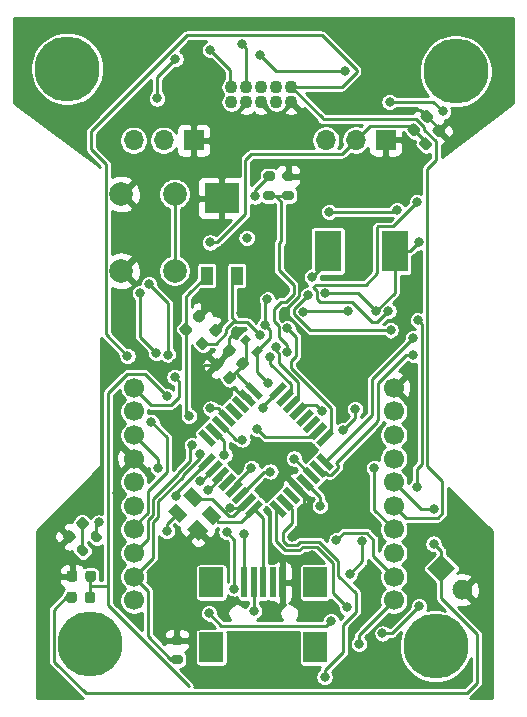
<source format=gtl>
%TF.GenerationSoftware,KiCad,Pcbnew,5.1.7*%
%TF.CreationDate,2020-10-06T16:47:45-05:00*%
%TF.ProjectId,ARC-Boat0,4152432d-426f-4617-9430-2e6b69636164,rev?*%
%TF.SameCoordinates,Original*%
%TF.FileFunction,Copper,L1,Top*%
%TF.FilePolarity,Positive*%
%FSLAX46Y46*%
G04 Gerber Fmt 4.6, Leading zero omitted, Abs format (unit mm)*
G04 Created by KiCad (PCBNEW 5.1.7) date 2020-10-06 16:47:45*
%MOMM*%
%LPD*%
G01*
G04 APERTURE LIST*
%TA.AperFunction,ComponentPad*%
%ADD10C,1.100000*%
%TD*%
%TA.AperFunction,SMDPad,CuDef*%
%ADD11C,0.100000*%
%TD*%
%TA.AperFunction,ComponentPad*%
%ADD12C,1.700000*%
%TD*%
%TA.AperFunction,ComponentPad*%
%ADD13C,5.500000*%
%TD*%
%TA.AperFunction,ComponentPad*%
%ADD14C,2.000000*%
%TD*%
%TA.AperFunction,SMDPad,CuDef*%
%ADD15R,3.000000X2.500000*%
%TD*%
%TA.AperFunction,SMDPad,CuDef*%
%ADD16R,1.000000X1.600000*%
%TD*%
%TA.AperFunction,ComponentPad*%
%ADD17O,1.700000X1.700000*%
%TD*%
%TA.AperFunction,ComponentPad*%
%ADD18R,1.700000X1.700000*%
%TD*%
%TA.AperFunction,SMDPad,CuDef*%
%ADD19R,2.260600X3.505200*%
%TD*%
%TA.AperFunction,ComponentPad*%
%ADD20C,0.100000*%
%TD*%
%TA.AperFunction,SMDPad,CuDef*%
%ADD21R,0.500000X2.500000*%
%TD*%
%TA.AperFunction,SMDPad,CuDef*%
%ADD22R,2.000000X2.500000*%
%TD*%
%TA.AperFunction,ViaPad*%
%ADD23C,0.800000*%
%TD*%
%TA.AperFunction,Conductor*%
%ADD24C,0.250000*%
%TD*%
%TA.AperFunction,Conductor*%
%ADD25C,0.254000*%
%TD*%
%TA.AperFunction,Conductor*%
%ADD26C,0.100000*%
%TD*%
G04 APERTURE END LIST*
D10*
%TO.P,J1,10*%
%TO.N,/~SYS_RESET*%
X124880000Y-40530000D03*
%TO.P,J1,9*%
%TO.N,GND*%
X124880000Y-41800000D03*
%TO.P,J1,8*%
%TO.N,Net-(J1-Pad8)*%
X123610000Y-40530000D03*
%TO.P,J1,7*%
%TO.N,Net-(J1-Pad7)*%
X123610000Y-41800000D03*
%TO.P,J1,6*%
%TO.N,Net-(J1-Pad6)*%
X122340000Y-40530000D03*
%TO.P,J1,5*%
%TO.N,GND*%
X122340000Y-41800000D03*
%TO.P,J1,4*%
%TO.N,/Brain/SWCLK*%
X121070000Y-40530000D03*
%TO.P,J1,3*%
%TO.N,GND*%
X121070000Y-41800000D03*
%TO.P,J1,2*%
%TO.N,/Brain/SWDIO*%
X119800000Y-40530000D03*
%TO.P,J1,1*%
%TO.N,+3V3*%
X119800000Y-41800000D03*
%TD*%
%TO.P,C9,2*%
%TO.N,GND*%
%TA.AperFunction,SMDPad,CuDef*%
G36*
G01*
X116928684Y-60433709D02*
X116566291Y-60071316D01*
G75*
G02*
X116566291Y-59761956I154680J154680D01*
G01*
X116875650Y-59452597D01*
G75*
G02*
X117185010Y-59452597I154680J-154680D01*
G01*
X117547403Y-59814990D01*
G75*
G02*
X117547403Y-60124350I-154680J-154680D01*
G01*
X117238044Y-60433709D01*
G75*
G02*
X116928684Y-60433709I-154680J154680D01*
G01*
G37*
%TD.AperFunction*%
%TO.P,C9,1*%
%TO.N,/Brain/XOUT32*%
%TA.AperFunction,SMDPad,CuDef*%
G36*
G01*
X115814990Y-61547403D02*
X115452597Y-61185010D01*
G75*
G02*
X115452597Y-60875650I154680J154680D01*
G01*
X115761956Y-60566291D01*
G75*
G02*
X116071316Y-60566291I154680J-154680D01*
G01*
X116433709Y-60928684D01*
G75*
G02*
X116433709Y-61238044I-154680J-154680D01*
G01*
X116124350Y-61547403D01*
G75*
G02*
X115814990Y-61547403I-154680J154680D01*
G01*
G37*
%TD.AperFunction*%
%TD*%
%TA.AperFunction,SMDPad,CuDef*%
D11*
%TO.P,U1,32*%
%TO.N,/Brain/SWDIO*%
G36*
X126974963Y-71904074D02*
G01*
X127363872Y-71515165D01*
X128495243Y-72646536D01*
X128106334Y-73035445D01*
X126974963Y-71904074D01*
G37*
%TD.AperFunction*%
%TA.AperFunction,SMDPad,CuDef*%
%TO.P,U1,31*%
%TO.N,/Brain/SWCLK*%
G36*
X126409277Y-72469759D02*
G01*
X126798186Y-72080850D01*
X127929557Y-73212221D01*
X127540648Y-73601130D01*
X126409277Y-72469759D01*
G37*
%TD.AperFunction*%
%TA.AperFunction,SMDPad,CuDef*%
%TO.P,U1,30*%
%TO.N,+3V3*%
G36*
X125843592Y-73035445D02*
G01*
X126232501Y-72646536D01*
X127363872Y-73777907D01*
X126974963Y-74166816D01*
X125843592Y-73035445D01*
G37*
%TD.AperFunction*%
%TA.AperFunction,SMDPad,CuDef*%
%TO.P,U1,29*%
%TO.N,/Brain/VCC_MCU_CORE*%
G36*
X125277907Y-73601130D02*
G01*
X125666816Y-73212221D01*
X126798187Y-74343592D01*
X126409278Y-74732501D01*
X125277907Y-73601130D01*
G37*
%TD.AperFunction*%
%TA.AperFunction,SMDPad,CuDef*%
%TO.P,U1,28*%
%TO.N,GND*%
G36*
X124712221Y-74166816D02*
G01*
X125101130Y-73777907D01*
X126232501Y-74909278D01*
X125843592Y-75298187D01*
X124712221Y-74166816D01*
G37*
%TD.AperFunction*%
%TA.AperFunction,SMDPad,CuDef*%
%TO.P,U1,27*%
%TO.N,Net-(U1-Pad27)*%
G36*
X124146536Y-74732501D02*
G01*
X124535445Y-74343592D01*
X125666816Y-75474963D01*
X125277907Y-75863872D01*
X124146536Y-74732501D01*
G37*
%TD.AperFunction*%
%TA.AperFunction,SMDPad,CuDef*%
%TO.P,U1,26*%
%TO.N,/Brain/~MCU_RST*%
G36*
X123580850Y-75298186D02*
G01*
X123969759Y-74909277D01*
X125101130Y-76040648D01*
X124712221Y-76429557D01*
X123580850Y-75298186D01*
G37*
%TD.AperFunction*%
%TA.AperFunction,SMDPad,CuDef*%
%TO.P,U1,25*%
%TO.N,/XBEE_STATUS*%
G36*
X123015165Y-75863872D02*
G01*
X123404074Y-75474963D01*
X124535445Y-76606334D01*
X124146536Y-76995243D01*
X123015165Y-75863872D01*
G37*
%TD.AperFunction*%
%TA.AperFunction,SMDPad,CuDef*%
%TO.P,U1,24*%
%TO.N,/USB_DP*%
G36*
X122095926Y-75474963D02*
G01*
X122484835Y-75863872D01*
X121353464Y-76995243D01*
X120964555Y-76606334D01*
X122095926Y-75474963D01*
G37*
%TD.AperFunction*%
%TA.AperFunction,SMDPad,CuDef*%
%TO.P,U1,23*%
%TO.N,/USB_DM*%
G36*
X121530241Y-74909277D02*
G01*
X121919150Y-75298186D01*
X120787779Y-76429557D01*
X120398870Y-76040648D01*
X121530241Y-74909277D01*
G37*
%TD.AperFunction*%
%TA.AperFunction,SMDPad,CuDef*%
%TO.P,U1,22*%
%TO.N,/USART_0_RX*%
G36*
X120964555Y-74343592D02*
G01*
X121353464Y-74732501D01*
X120222093Y-75863872D01*
X119833184Y-75474963D01*
X120964555Y-74343592D01*
G37*
%TD.AperFunction*%
%TA.AperFunction,SMDPad,CuDef*%
%TO.P,U1,21*%
%TO.N,/USART_0_TX*%
G36*
X120398870Y-73777907D02*
G01*
X120787779Y-74166816D01*
X119656408Y-75298187D01*
X119267499Y-74909278D01*
X120398870Y-73777907D01*
G37*
%TD.AperFunction*%
%TA.AperFunction,SMDPad,CuDef*%
%TO.P,U1,20*%
%TO.N,Net-(U1-Pad20)*%
G36*
X119833184Y-73212221D02*
G01*
X120222093Y-73601130D01*
X119090722Y-74732501D01*
X118701813Y-74343592D01*
X119833184Y-73212221D01*
G37*
%TD.AperFunction*%
%TA.AperFunction,SMDPad,CuDef*%
%TO.P,U1,19*%
%TO.N,/TCC0\u005CWO2*%
G36*
X119267499Y-72646536D02*
G01*
X119656408Y-73035445D01*
X118525037Y-74166816D01*
X118136128Y-73777907D01*
X119267499Y-72646536D01*
G37*
%TD.AperFunction*%
%TA.AperFunction,SMDPad,CuDef*%
%TO.P,U1,18*%
%TO.N,/TCC0\u005CWO7*%
G36*
X118701814Y-72080850D02*
G01*
X119090723Y-72469759D01*
X117959352Y-73601130D01*
X117570443Y-73212221D01*
X118701814Y-72080850D01*
G37*
%TD.AperFunction*%
%TA.AperFunction,SMDPad,CuDef*%
%TO.P,U1,17*%
%TO.N,/TCC2\u005CWO0*%
G36*
X118136128Y-71515165D02*
G01*
X118525037Y-71904074D01*
X117393666Y-73035445D01*
X117004757Y-72646536D01*
X118136128Y-71515165D01*
G37*
%TD.AperFunction*%
%TA.AperFunction,SMDPad,CuDef*%
%TO.P,U1,16*%
%TO.N,Net-(U1-Pad16)*%
G36*
X117004757Y-69853464D02*
G01*
X117393666Y-69464555D01*
X118525037Y-70595926D01*
X118136128Y-70984835D01*
X117004757Y-69853464D01*
G37*
%TD.AperFunction*%
%TA.AperFunction,SMDPad,CuDef*%
%TO.P,U1,15*%
%TO.N,/EXT_INT_0*%
G36*
X117570443Y-69287779D02*
G01*
X117959352Y-68898870D01*
X119090723Y-70030241D01*
X118701814Y-70419150D01*
X117570443Y-69287779D01*
G37*
%TD.AperFunction*%
%TA.AperFunction,SMDPad,CuDef*%
%TO.P,U1,14*%
%TO.N,/SysTempMeasure*%
G36*
X118136128Y-68722093D02*
G01*
X118525037Y-68333184D01*
X119656408Y-69464555D01*
X119267499Y-69853464D01*
X118136128Y-68722093D01*
G37*
%TD.AperFunction*%
%TA.AperFunction,SMDPad,CuDef*%
%TO.P,U1,13*%
%TO.N,/VBattMeasure*%
G36*
X118701813Y-68156408D02*
G01*
X119090722Y-67767499D01*
X120222093Y-68898870D01*
X119833184Y-69287779D01*
X118701813Y-68156408D01*
G37*
%TD.AperFunction*%
%TA.AperFunction,SMDPad,CuDef*%
%TO.P,U1,12*%
%TO.N,Net-(U1-Pad12)*%
G36*
X119267499Y-67590722D02*
G01*
X119656408Y-67201813D01*
X120787779Y-68333184D01*
X120398870Y-68722093D01*
X119267499Y-67590722D01*
G37*
%TD.AperFunction*%
%TA.AperFunction,SMDPad,CuDef*%
%TO.P,U1,11*%
%TO.N,Net-(U1-Pad11)*%
G36*
X119833184Y-67025037D02*
G01*
X120222093Y-66636128D01*
X121353464Y-67767499D01*
X120964555Y-68156408D01*
X119833184Y-67025037D01*
G37*
%TD.AperFunction*%
%TA.AperFunction,SMDPad,CuDef*%
%TO.P,U1,10*%
%TO.N,GND*%
G36*
X120398870Y-66459352D02*
G01*
X120787779Y-66070443D01*
X121919150Y-67201814D01*
X121530241Y-67590723D01*
X120398870Y-66459352D01*
G37*
%TD.AperFunction*%
%TA.AperFunction,SMDPad,CuDef*%
%TO.P,U1,9*%
%TO.N,/Brain/VCC_MCU_VDDANA*%
G36*
X120964555Y-65893666D02*
G01*
X121353464Y-65504757D01*
X122484835Y-66636128D01*
X122095926Y-67025037D01*
X120964555Y-65893666D01*
G37*
%TD.AperFunction*%
%TA.AperFunction,SMDPad,CuDef*%
%TO.P,U1,8*%
%TO.N,/SPI_0_SCK*%
G36*
X124146536Y-65504757D02*
G01*
X124535445Y-65893666D01*
X123404074Y-67025037D01*
X123015165Y-66636128D01*
X124146536Y-65504757D01*
G37*
%TD.AperFunction*%
%TA.AperFunction,SMDPad,CuDef*%
%TO.P,U1,7*%
%TO.N,/SPI_0_MOSI*%
G36*
X124712221Y-66070443D02*
G01*
X125101130Y-66459352D01*
X123969759Y-67590723D01*
X123580850Y-67201814D01*
X124712221Y-66070443D01*
G37*
%TD.AperFunction*%
%TA.AperFunction,SMDPad,CuDef*%
%TO.P,U1,6*%
%TO.N,/SPI_0_SS_0*%
G36*
X125277907Y-66636128D02*
G01*
X125666816Y-67025037D01*
X124535445Y-68156408D01*
X124146536Y-67767499D01*
X125277907Y-66636128D01*
G37*
%TD.AperFunction*%
%TA.AperFunction,SMDPad,CuDef*%
%TO.P,U1,5*%
%TO.N,/SPI_0_MISO*%
G36*
X125843592Y-67201813D02*
G01*
X126232501Y-67590722D01*
X125101130Y-68722093D01*
X124712221Y-68333184D01*
X125843592Y-67201813D01*
G37*
%TD.AperFunction*%
%TA.AperFunction,SMDPad,CuDef*%
%TO.P,U1,4*%
%TO.N,Net-(U1-Pad4)*%
G36*
X126409278Y-67767499D02*
G01*
X126798187Y-68156408D01*
X125666816Y-69287779D01*
X125277907Y-68898870D01*
X126409278Y-67767499D01*
G37*
%TD.AperFunction*%
%TA.AperFunction,SMDPad,CuDef*%
%TO.P,U1,3*%
%TO.N,Net-(U1-Pad3)*%
G36*
X126974963Y-68333184D02*
G01*
X127363872Y-68722093D01*
X126232501Y-69853464D01*
X125843592Y-69464555D01*
X126974963Y-68333184D01*
G37*
%TD.AperFunction*%
%TA.AperFunction,SMDPad,CuDef*%
%TO.P,U1,2*%
%TO.N,/Brain/XOUT32*%
G36*
X127540648Y-68898870D02*
G01*
X127929557Y-69287779D01*
X126798186Y-70419150D01*
X126409277Y-70030241D01*
X127540648Y-68898870D01*
G37*
%TD.AperFunction*%
%TA.AperFunction,SMDPad,CuDef*%
%TO.P,U1,1*%
%TO.N,/Brain/XIN32*%
G36*
X128106334Y-69464555D02*
G01*
X128495243Y-69853464D01*
X127363872Y-70984835D01*
X126974963Y-70595926D01*
X128106334Y-69464555D01*
G37*
%TD.AperFunction*%
%TD*%
D12*
%TO.P,MOD1,1*%
%TO.N,+3V3*%
X133550000Y-84000000D03*
%TO.P,MOD1,2*%
%TO.N,/USART_0_RX*%
X133550000Y-82000000D03*
%TO.P,MOD1,3*%
%TO.N,/USART_0_TX*%
X133550000Y-80000000D03*
%TO.P,MOD1,4*%
%TO.N,/SPI_0_MISO*%
X133550000Y-78000000D03*
%TO.P,MOD1,5*%
%TO.N,/~SYS_RESET*%
X133550000Y-76000000D03*
%TO.P,MOD1,6*%
%TO.N,/TCC2\u005CWO0*%
X133550000Y-74000000D03*
%TO.P,MOD1,7*%
%TO.N,Net-(MOD1-Pad7)*%
X133550000Y-72000000D03*
%TO.P,MOD1,8*%
%TO.N,Net-(MOD1-Pad8)*%
X133550000Y-70000000D03*
%TO.P,MOD1,9*%
%TO.N,Net-(MOD1-Pad9)*%
X133550000Y-68000000D03*
%TO.P,MOD1,10*%
%TO.N,GND*%
X133550000Y-66000000D03*
%TO.P,MOD1,11*%
%TO.N,/SPI_0_MOSI*%
X111550000Y-66000000D03*
%TO.P,MOD1,12*%
%TO.N,Net-(MOD1-Pad12)*%
X111550000Y-68000000D03*
%TO.P,MOD1,13*%
%TO.N,/XBEE_STATUS*%
X111550000Y-70000000D03*
%TO.P,MOD1,14*%
%TO.N,GND*%
X111550000Y-72000000D03*
%TO.P,MOD1,15*%
%TO.N,Net-(MOD1-Pad15)*%
X111550000Y-74000000D03*
%TO.P,MOD1,16*%
%TO.N,Net-(MOD1-Pad16)*%
X111550000Y-76000000D03*
%TO.P,MOD1,17*%
%TO.N,/SPI_0_SS_0*%
X111550000Y-78000000D03*
%TO.P,MOD1,18*%
%TO.N,/SPI_0_SCK*%
X111550000Y-80000000D03*
%TO.P,MOD1,19*%
%TO.N,/EXT_INT_0*%
X111550000Y-82000000D03*
%TO.P,MOD1,20*%
%TO.N,Net-(MOD1-Pad20)*%
X111550000Y-84000000D03*
%TD*%
%TA.AperFunction,SMDPad,CuDef*%
D11*
%TO.P,D1,4*%
%TO.N,/VBUS*%
G36*
X115391852Y-77442462D02*
G01*
X114401903Y-76452513D01*
X115109010Y-75745406D01*
X116098959Y-76735355D01*
X115391852Y-77442462D01*
G37*
%TD.AperFunction*%
%TA.AperFunction,SMDPad,CuDef*%
%TO.P,D1,3*%
%TO.N,/USB_DM*%
G36*
X116735355Y-76098959D02*
G01*
X115745406Y-75109010D01*
X116452513Y-74401903D01*
X117442462Y-75391852D01*
X116735355Y-76098959D01*
G37*
%TD.AperFunction*%
%TA.AperFunction,SMDPad,CuDef*%
%TO.P,D1,2*%
%TO.N,/USB_DP*%
G36*
X118290990Y-77654594D02*
G01*
X117301041Y-76664645D01*
X118008148Y-75957538D01*
X118998097Y-76947487D01*
X118290990Y-77654594D01*
G37*
%TD.AperFunction*%
%TA.AperFunction,SMDPad,CuDef*%
%TO.P,D1,1*%
%TO.N,GND*%
G36*
X117004056Y-78941529D02*
G01*
X116014106Y-77951579D01*
X116862634Y-77103051D01*
X117852584Y-78093001D01*
X117004056Y-78941529D01*
G37*
%TD.AperFunction*%
%TD*%
D13*
%TO.P,REF\u002A\u002A,1*%
%TO.N,N/C*%
X105900000Y-39000000D03*
%TD*%
%TO.P,REF\u002A\u002A,1*%
%TO.N,N/C*%
X137100000Y-87900000D03*
%TD*%
%TO.P,REF\u002A\u002A,1*%
%TO.N,N/C*%
X107870000Y-87710000D03*
%TD*%
%TO.P,REF\u002A\u002A,1*%
%TO.N,N/C*%
X138800000Y-39200000D03*
%TD*%
D14*
%TO.P,SW1,1*%
%TO.N,Net-(R7-Pad1)*%
X115000000Y-56100000D03*
%TO.P,SW1,2*%
%TO.N,GND*%
X110500000Y-56100000D03*
%TO.P,SW1,1*%
%TO.N,Net-(R7-Pad1)*%
X115000000Y-49600000D03*
%TO.P,SW1,2*%
%TO.N,GND*%
X110500000Y-49600000D03*
%TD*%
%TO.P,R14,2*%
%TO.N,Net-(D2-Pad2)*%
%TA.AperFunction,SMDPad,CuDef*%
G36*
G01*
X107280025Y-79306066D02*
X107668934Y-79694975D01*
G75*
G02*
X107668934Y-79977817I-141421J-141421D01*
G01*
X107386091Y-80260660D01*
G75*
G02*
X107103249Y-80260660I-141421J141421D01*
G01*
X106714340Y-79871751D01*
G75*
G02*
X106714340Y-79588909I141421J141421D01*
G01*
X106997183Y-79306066D01*
G75*
G02*
X107280025Y-79306066I141421J-141421D01*
G01*
G37*
%TD.AperFunction*%
%TO.P,R14,1*%
%TO.N,+3V3*%
%TA.AperFunction,SMDPad,CuDef*%
G36*
G01*
X108446751Y-78139340D02*
X108835660Y-78528249D01*
G75*
G02*
X108835660Y-78811091I-141421J-141421D01*
G01*
X108552817Y-79093934D01*
G75*
G02*
X108269975Y-79093934I-141421J141421D01*
G01*
X107881066Y-78705025D01*
G75*
G02*
X107881066Y-78422183I141421J141421D01*
G01*
X108163909Y-78139340D01*
G75*
G02*
X108446751Y-78139340I141421J-141421D01*
G01*
G37*
%TD.AperFunction*%
%TD*%
D15*
%TO.P,Y1,3*%
%TO.N,GND*%
X119000000Y-49950000D03*
D16*
%TO.P,Y1,2*%
%TO.N,/Brain/XOUT32*%
X117730000Y-56500000D03*
%TO.P,Y1,1*%
%TO.N,/Brain/XIN32*%
X120270000Y-56500000D03*
%TD*%
%TO.P,TH1,2*%
%TO.N,GND*%
%TA.AperFunction,SMDPad,CuDef*%
G36*
G01*
X124875000Y-48475000D02*
X124325000Y-48475000D01*
G75*
G02*
X124125000Y-48275000I0J200000D01*
G01*
X124125000Y-47875000D01*
G75*
G02*
X124325000Y-47675000I200000J0D01*
G01*
X124875000Y-47675000D01*
G75*
G02*
X125075000Y-47875000I0J-200000D01*
G01*
X125075000Y-48275000D01*
G75*
G02*
X124875000Y-48475000I-200000J0D01*
G01*
G37*
%TD.AperFunction*%
%TO.P,TH1,1*%
%TO.N,/SysTempMeasure*%
%TA.AperFunction,SMDPad,CuDef*%
G36*
G01*
X124875000Y-50125000D02*
X124325000Y-50125000D01*
G75*
G02*
X124125000Y-49925000I0J200000D01*
G01*
X124125000Y-49525000D01*
G75*
G02*
X124325000Y-49325000I200000J0D01*
G01*
X124875000Y-49325000D01*
G75*
G02*
X125075000Y-49525000I0J-200000D01*
G01*
X125075000Y-49925000D01*
G75*
G02*
X124875000Y-50125000I-200000J0D01*
G01*
G37*
%TD.AperFunction*%
%TD*%
%TO.P,R17,2*%
%TO.N,/SysTempMeasure*%
%TA.AperFunction,SMDPad,CuDef*%
G36*
G01*
X122725000Y-49325000D02*
X123275000Y-49325000D01*
G75*
G02*
X123475000Y-49525000I0J-200000D01*
G01*
X123475000Y-49925000D01*
G75*
G02*
X123275000Y-50125000I-200000J0D01*
G01*
X122725000Y-50125000D01*
G75*
G02*
X122525000Y-49925000I0J200000D01*
G01*
X122525000Y-49525000D01*
G75*
G02*
X122725000Y-49325000I200000J0D01*
G01*
G37*
%TD.AperFunction*%
%TO.P,R17,1*%
%TO.N,+3V3*%
%TA.AperFunction,SMDPad,CuDef*%
G36*
G01*
X122725000Y-47675000D02*
X123275000Y-47675000D01*
G75*
G02*
X123475000Y-47875000I0J-200000D01*
G01*
X123475000Y-48275000D01*
G75*
G02*
X123275000Y-48475000I-200000J0D01*
G01*
X122725000Y-48475000D01*
G75*
G02*
X122525000Y-48275000I0J200000D01*
G01*
X122525000Y-47875000D01*
G75*
G02*
X122725000Y-47675000I200000J0D01*
G01*
G37*
%TD.AperFunction*%
%TD*%
%TO.P,R13,2*%
%TO.N,GND*%
%TA.AperFunction,SMDPad,CuDef*%
G36*
G01*
X115475000Y-87775000D02*
X114925000Y-87775000D01*
G75*
G02*
X114725000Y-87575000I0J200000D01*
G01*
X114725000Y-87175000D01*
G75*
G02*
X114925000Y-86975000I200000J0D01*
G01*
X115475000Y-86975000D01*
G75*
G02*
X115675000Y-87175000I0J-200000D01*
G01*
X115675000Y-87575000D01*
G75*
G02*
X115475000Y-87775000I-200000J0D01*
G01*
G37*
%TD.AperFunction*%
%TO.P,R13,1*%
%TO.N,/EXT_INT_0*%
%TA.AperFunction,SMDPad,CuDef*%
G36*
G01*
X115475000Y-89425000D02*
X114925000Y-89425000D01*
G75*
G02*
X114725000Y-89225000I0J200000D01*
G01*
X114725000Y-88825000D01*
G75*
G02*
X114925000Y-88625000I200000J0D01*
G01*
X115475000Y-88625000D01*
G75*
G02*
X115675000Y-88825000I0J-200000D01*
G01*
X115675000Y-89225000D01*
G75*
G02*
X115475000Y-89425000I-200000J0D01*
G01*
G37*
%TD.AperFunction*%
%TD*%
%TO.P,D2,2*%
%TO.N,Net-(D2-Pad2)*%
%TA.AperFunction,SMDPad,CuDef*%
G36*
G01*
X107078684Y-77983709D02*
X106716291Y-77621316D01*
G75*
G02*
X106716291Y-77311956I154680J154680D01*
G01*
X107025650Y-77002597D01*
G75*
G02*
X107335010Y-77002597I154680J-154680D01*
G01*
X107697403Y-77364990D01*
G75*
G02*
X107697403Y-77674350I-154680J-154680D01*
G01*
X107388044Y-77983709D01*
G75*
G02*
X107078684Y-77983709I-154680J154680D01*
G01*
G37*
%TD.AperFunction*%
%TO.P,D2,1*%
%TO.N,GND*%
%TA.AperFunction,SMDPad,CuDef*%
G36*
G01*
X105964990Y-79097403D02*
X105602597Y-78735010D01*
G75*
G02*
X105602597Y-78425650I154680J154680D01*
G01*
X105911956Y-78116291D01*
G75*
G02*
X106221316Y-78116291I154680J-154680D01*
G01*
X106583709Y-78478684D01*
G75*
G02*
X106583709Y-78788044I-154680J-154680D01*
G01*
X106274350Y-79097403D01*
G75*
G02*
X105964990Y-79097403I-154680J154680D01*
G01*
G37*
%TD.AperFunction*%
%TD*%
D17*
%TO.P,J5,3*%
%TO.N,/TCC0\u005CWO7*%
X111520000Y-45050000D03*
%TO.P,J5,2*%
%TO.N,Net-(J5-Pad2)*%
X114060000Y-45050000D03*
D18*
%TO.P,J5,1*%
%TO.N,GND*%
X116600000Y-45050000D03*
%TD*%
D17*
%TO.P,J4,3*%
%TO.N,/TCC0\u005CWO2*%
X127795000Y-45025000D03*
%TO.P,J4,2*%
%TO.N,+5V*%
X130335000Y-45025000D03*
D18*
%TO.P,J4,1*%
%TO.N,GND*%
X132875000Y-45025000D03*
%TD*%
D19*
%TO.P,L1,2*%
%TO.N,/Power/VBUS_BATT*%
X133619400Y-54425000D03*
%TO.P,L1,1*%
%TO.N,Net-(C3-Pad1)*%
X127980600Y-54425000D03*
%TD*%
%TO.P,R2,2*%
%TO.N,GND*%
%TA.AperFunction,SMDPad,CuDef*%
G36*
G01*
X106750000Y-81693750D02*
X106750000Y-82206250D01*
G75*
G02*
X106531250Y-82425000I-218750J0D01*
G01*
X106093750Y-82425000D01*
G75*
G02*
X105875000Y-82206250I0J218750D01*
G01*
X105875000Y-81693750D01*
G75*
G02*
X106093750Y-81475000I218750J0D01*
G01*
X106531250Y-81475000D01*
G75*
G02*
X106750000Y-81693750I0J-218750D01*
G01*
G37*
%TD.AperFunction*%
%TO.P,R2,1*%
%TO.N,/VBattMeasure*%
%TA.AperFunction,SMDPad,CuDef*%
G36*
G01*
X108325000Y-81693750D02*
X108325000Y-82206250D01*
G75*
G02*
X108106250Y-82425000I-218750J0D01*
G01*
X107668750Y-82425000D01*
G75*
G02*
X107450000Y-82206250I0J218750D01*
G01*
X107450000Y-81693750D01*
G75*
G02*
X107668750Y-81475000I218750J0D01*
G01*
X108106250Y-81475000D01*
G75*
G02*
X108325000Y-81693750I0J-218750D01*
G01*
G37*
%TD.AperFunction*%
%TD*%
%TO.P,R1,2*%
%TO.N,/VBattMeasure*%
%TA.AperFunction,SMDPad,CuDef*%
G36*
G01*
X107400000Y-84006250D02*
X107400000Y-83493750D01*
G75*
G02*
X107618750Y-83275000I218750J0D01*
G01*
X108056250Y-83275000D01*
G75*
G02*
X108275000Y-83493750I0J-218750D01*
G01*
X108275000Y-84006250D01*
G75*
G02*
X108056250Y-84225000I-218750J0D01*
G01*
X107618750Y-84225000D01*
G75*
G02*
X107400000Y-84006250I0J218750D01*
G01*
G37*
%TD.AperFunction*%
%TO.P,R1,1*%
%TO.N,+BATT*%
%TA.AperFunction,SMDPad,CuDef*%
G36*
G01*
X105825000Y-84006250D02*
X105825000Y-83493750D01*
G75*
G02*
X106043750Y-83275000I218750J0D01*
G01*
X106481250Y-83275000D01*
G75*
G02*
X106700000Y-83493750I0J-218750D01*
G01*
X106700000Y-84006250D01*
G75*
G02*
X106481250Y-84225000I-218750J0D01*
G01*
X106043750Y-84225000D01*
G75*
G02*
X105825000Y-84006250I0J218750D01*
G01*
G37*
%TD.AperFunction*%
%TD*%
%TO.P,J2,2*%
%TO.N,GND*%
%TA.AperFunction,ComponentPad*%
G36*
G01*
X138770010Y-83697092D02*
X138770010Y-83697092D01*
G75*
G02*
X138770010Y-82495010I601041J601041D01*
G01*
X138770010Y-82495010D01*
G75*
G02*
X139972092Y-82495010I601041J-601041D01*
G01*
X139972092Y-82495010D01*
G75*
G02*
X139972092Y-83697092I-601041J-601041D01*
G01*
X139972092Y-83697092D01*
G75*
G02*
X138770010Y-83697092I-601041J601041D01*
G01*
G37*
%TD.AperFunction*%
%TA.AperFunction,ComponentPad*%
D20*
%TO.P,J2,1*%
%TO.N,+BATT*%
G36*
X137575000Y-82502082D02*
G01*
X136372918Y-81300000D01*
X137575000Y-80097918D01*
X138777082Y-81300000D01*
X137575000Y-82502082D01*
G37*
%TD.AperFunction*%
%TD*%
%TO.P,C15,2*%
%TO.N,GND*%
%TA.AperFunction,SMDPad,CuDef*%
G36*
G01*
X136228684Y-43533709D02*
X135866291Y-43171316D01*
G75*
G02*
X135866291Y-42861956I154680J154680D01*
G01*
X136175650Y-42552597D01*
G75*
G02*
X136485010Y-42552597I154680J-154680D01*
G01*
X136847403Y-42914990D01*
G75*
G02*
X136847403Y-43224350I-154680J-154680D01*
G01*
X136538044Y-43533709D01*
G75*
G02*
X136228684Y-43533709I-154680J154680D01*
G01*
G37*
%TD.AperFunction*%
%TO.P,C15,1*%
%TO.N,+5V*%
%TA.AperFunction,SMDPad,CuDef*%
G36*
G01*
X135114990Y-44647403D02*
X134752597Y-44285010D01*
G75*
G02*
X134752597Y-43975650I154680J154680D01*
G01*
X135061956Y-43666291D01*
G75*
G02*
X135371316Y-43666291I154680J-154680D01*
G01*
X135733709Y-44028684D01*
G75*
G02*
X135733709Y-44338044I-154680J-154680D01*
G01*
X135424350Y-44647403D01*
G75*
G02*
X135114990Y-44647403I-154680J154680D01*
G01*
G37*
%TD.AperFunction*%
%TD*%
%TO.P,C14,2*%
%TO.N,GND*%
%TA.AperFunction,SMDPad,CuDef*%
G36*
G01*
X137228684Y-44733709D02*
X136866291Y-44371316D01*
G75*
G02*
X136866291Y-44061956I154680J154680D01*
G01*
X137175650Y-43752597D01*
G75*
G02*
X137485010Y-43752597I154680J-154680D01*
G01*
X137847403Y-44114990D01*
G75*
G02*
X137847403Y-44424350I-154680J-154680D01*
G01*
X137538044Y-44733709D01*
G75*
G02*
X137228684Y-44733709I-154680J154680D01*
G01*
G37*
%TD.AperFunction*%
%TO.P,C14,1*%
%TO.N,+5V*%
%TA.AperFunction,SMDPad,CuDef*%
G36*
G01*
X136114990Y-45847403D02*
X135752597Y-45485010D01*
G75*
G02*
X135752597Y-45175650I154680J154680D01*
G01*
X136061956Y-44866291D01*
G75*
G02*
X136371316Y-44866291I154680J-154680D01*
G01*
X136733709Y-45228684D01*
G75*
G02*
X136733709Y-45538044I-154680J-154680D01*
G01*
X136424350Y-45847403D01*
G75*
G02*
X136114990Y-45847403I-154680J154680D01*
G01*
G37*
%TD.AperFunction*%
%TD*%
%TO.P,C8,2*%
%TO.N,/Brain/XIN32*%
%TA.AperFunction,SMDPad,CuDef*%
G36*
G01*
X117483816Y-61766291D02*
X117846209Y-62128684D01*
G75*
G02*
X117846209Y-62438044I-154680J-154680D01*
G01*
X117536850Y-62747403D01*
G75*
G02*
X117227490Y-62747403I-154680J154680D01*
G01*
X116865097Y-62385010D01*
G75*
G02*
X116865097Y-62075650I154680J154680D01*
G01*
X117174456Y-61766291D01*
G75*
G02*
X117483816Y-61766291I154680J-154680D01*
G01*
G37*
%TD.AperFunction*%
%TO.P,C8,1*%
%TO.N,GND*%
%TA.AperFunction,SMDPad,CuDef*%
G36*
G01*
X118597510Y-60652597D02*
X118959903Y-61014990D01*
G75*
G02*
X118959903Y-61324350I-154680J-154680D01*
G01*
X118650544Y-61633709D01*
G75*
G02*
X118341184Y-61633709I-154680J154680D01*
G01*
X117978791Y-61271316D01*
G75*
G02*
X117978791Y-60961956I154680J154680D01*
G01*
X118288150Y-60652597D01*
G75*
G02*
X118597510Y-60652597I154680J-154680D01*
G01*
G37*
%TD.AperFunction*%
%TD*%
%TO.P,C7,2*%
%TO.N,GND*%
%TA.AperFunction,SMDPad,CuDef*%
G36*
G01*
X119033709Y-64171316D02*
X118671316Y-64533709D01*
G75*
G02*
X118361956Y-64533709I-154680J154680D01*
G01*
X118052597Y-64224350D01*
G75*
G02*
X118052597Y-63914990I154680J154680D01*
G01*
X118414990Y-63552597D01*
G75*
G02*
X118724350Y-63552597I154680J-154680D01*
G01*
X119033709Y-63861956D01*
G75*
G02*
X119033709Y-64171316I-154680J-154680D01*
G01*
G37*
%TD.AperFunction*%
%TO.P,C7,1*%
%TO.N,/Brain/VCC_MCU_VDDANA*%
%TA.AperFunction,SMDPad,CuDef*%
G36*
G01*
X120147403Y-65285010D02*
X119785010Y-65647403D01*
G75*
G02*
X119475650Y-65647403I-154680J154680D01*
G01*
X119166291Y-65338044D01*
G75*
G02*
X119166291Y-65028684I154680J154680D01*
G01*
X119528684Y-64666291D01*
G75*
G02*
X119838044Y-64666291I154680J-154680D01*
G01*
X120147403Y-64975650D01*
G75*
G02*
X120147403Y-65285010I-154680J-154680D01*
G01*
G37*
%TD.AperFunction*%
%TD*%
%TO.P,C6,2*%
%TO.N,GND*%
%TA.AperFunction,SMDPad,CuDef*%
G36*
G01*
X120133709Y-62971316D02*
X119771316Y-63333709D01*
G75*
G02*
X119461956Y-63333709I-154680J154680D01*
G01*
X119152597Y-63024350D01*
G75*
G02*
X119152597Y-62714990I154680J154680D01*
G01*
X119514990Y-62352597D01*
G75*
G02*
X119824350Y-62352597I154680J-154680D01*
G01*
X120133709Y-62661956D01*
G75*
G02*
X120133709Y-62971316I-154680J-154680D01*
G01*
G37*
%TD.AperFunction*%
%TO.P,C6,1*%
%TO.N,/Brain/VCC_MCU_VDDANA*%
%TA.AperFunction,SMDPad,CuDef*%
G36*
G01*
X121247403Y-64085010D02*
X120885010Y-64447403D01*
G75*
G02*
X120575650Y-64447403I-154680J154680D01*
G01*
X120266291Y-64138044D01*
G75*
G02*
X120266291Y-63828684I154680J154680D01*
G01*
X120628684Y-63466291D01*
G75*
G02*
X120938044Y-63466291I154680J-154680D01*
G01*
X121247403Y-63775650D01*
G75*
G02*
X121247403Y-64085010I-154680J-154680D01*
G01*
G37*
%TD.AperFunction*%
%TD*%
D21*
%TO.P,J3,5*%
%TO.N,GND*%
X124100000Y-82490000D03*
%TO.P,J3,4*%
%TO.N,Net-(J3-Pad4)*%
X123300000Y-82490000D03*
%TO.P,J3,3*%
%TO.N,/USB_DP*%
X122500000Y-82490000D03*
%TO.P,J3,2*%
%TO.N,/USB_DM*%
X121700000Y-82490000D03*
%TO.P,J3,1*%
%TO.N,/VBUS*%
X120900000Y-82490000D03*
D22*
%TO.P,J3,6*%
%TO.N,Net-(J3-Pad6)*%
X126900000Y-82490000D03*
X118100000Y-82490000D03*
X126900000Y-87990000D03*
X118100000Y-87990000D03*
%TD*%
%TA.AperFunction,SMDPad,CuDef*%
D11*
%TO.P,FB1,1*%
%TO.N,/Brain/VCC_MCU_VDDANA*%
G36*
X120510050Y-61975736D02*
G01*
X121075736Y-61410050D01*
X121500000Y-61834314D01*
X120934314Y-62400000D01*
X120510050Y-61975736D01*
G37*
%TD.AperFunction*%
%TA.AperFunction,SMDPad,CuDef*%
%TO.P,FB1,2*%
%TO.N,+3V3*%
G36*
X121500000Y-62965686D02*
G01*
X122065686Y-62400000D01*
X122489950Y-62824264D01*
X121924264Y-63389950D01*
X121500000Y-62965686D01*
G37*
%TD.AperFunction*%
%TD*%
D23*
%TO.N,*%
X133200000Y-41800000D03*
X137700000Y-42600000D03*
%TO.N,+3V3*%
X125100000Y-72000000D03*
X121805569Y-49799548D03*
X108574990Y-77400000D03*
X113500000Y-41500000D03*
X130600000Y-87700000D03*
X122928692Y-65628692D03*
X122666587Y-60655232D03*
X121100000Y-53300000D03*
X122818903Y-58506403D03*
X115062660Y-38162660D03*
%TO.N,/Brain/VCC_MCU_CORE*%
X127300000Y-76000000D03*
%TO.N,/VBUS*%
X120900000Y-78400000D03*
X114325010Y-78129092D03*
%TO.N,+BATT*%
X136925010Y-79200000D03*
%TO.N,/Power/VBUS_USB*%
X135500000Y-74400000D03*
X135700000Y-84500000D03*
X132600000Y-86800000D03*
X135587680Y-60287680D03*
%TO.N,/Power/VBUS_BATT*%
X135651796Y-53687340D03*
X127739538Y-58000008D03*
X132039850Y-59534831D03*
%TO.N,Net-(Q2-Pad3)*%
X128100000Y-51100000D03*
X133837340Y-50937340D03*
%TO.N,+5V*%
X118000000Y-53700000D03*
%TO.N,/Brain/XOUT32*%
X122000000Y-69500000D03*
X116200000Y-68407502D03*
%TO.N,/Brain/XIN32*%
X124556859Y-60969496D03*
X122267624Y-61572212D03*
%TO.N,Net-(C3-Pad2)*%
X129700000Y-59500000D03*
X125910950Y-59588853D03*
%TO.N,Net-(C3-Pad1)*%
X126619159Y-56630903D03*
X126289526Y-58139485D03*
X133287038Y-61136556D03*
%TO.N,/VBattMeasure*%
X114350033Y-66724092D03*
X118035173Y-67750010D03*
%TO.N,/Brain/~MCU_RST*%
X127700000Y-90500000D03*
%TO.N,/USB_DM*%
X121700000Y-84900000D03*
X120049998Y-83000000D03*
X119400000Y-78200000D03*
X119700000Y-76200000D03*
%TO.N,/~SYS_RESET*%
X111000000Y-63300000D03*
%TO.N,/Brain/SWCLK*%
X120700000Y-36900000D03*
X135198019Y-63199717D03*
%TO.N,/Brain/SWDIO*%
X135500000Y-50300000D03*
X129400000Y-39200000D03*
X118000000Y-37400000D03*
X135199985Y-61799719D03*
X133100000Y-59500000D03*
X122200000Y-37800000D03*
%TO.N,/TCC0\u005CWO2*%
X117800000Y-74700000D03*
X112087340Y-57987340D03*
X113445098Y-63052335D03*
%TO.N,/TCC0\u005CWO7*%
X117157627Y-73932308D03*
X112831995Y-57242685D03*
X114434649Y-63196597D03*
%TO.N,/EXT_INT_0*%
X117164844Y-71574671D03*
X119222203Y-71675021D03*
%TO.N,/SPI_0_SCK*%
X122500000Y-67700000D03*
X116462660Y-70862660D03*
%TO.N,/SPI_0_SS_0*%
X113024991Y-68900000D03*
X123620792Y-62546303D03*
%TO.N,/XBEE_STATUS*%
X113600000Y-72800000D03*
X129600000Y-84600000D03*
%TO.N,/SPI_0_MOSI*%
X123100000Y-63400000D03*
X115000000Y-65100000D03*
%TO.N,/TCC2\u005CWO0*%
X115135566Y-75135566D03*
X117900000Y-85100000D03*
X136925010Y-76300000D03*
X128248910Y-85751704D03*
%TO.N,/USART_0_TX*%
X121500000Y-72800000D03*
X129808694Y-81798478D03*
X130900000Y-79000000D03*
%TO.N,/SysTempMeasure*%
X120734355Y-70386197D03*
X124546924Y-62985155D03*
%TO.N,/USART_0_RX*%
X123100000Y-73100000D03*
X128700000Y-78900000D03*
%TO.N,/SPI_0_MISO*%
X127455552Y-67944448D03*
X129275000Y-69600000D03*
X131900000Y-72800000D03*
X130274990Y-67800000D03*
%TO.N,GND*%
X115800000Y-79200000D03*
X131300000Y-76900000D03*
X134709682Y-57387758D03*
X130400000Y-63800000D03*
X125100000Y-54200000D03*
X117500000Y-58400000D03*
X120236871Y-61217402D03*
X124900000Y-78600000D03*
X126625684Y-80200023D03*
X117100000Y-64500000D03*
X124387500Y-57687500D03*
X120500000Y-72000000D03*
X115300000Y-69300000D03*
X126403031Y-64835058D03*
X110100000Y-74900000D03*
X108000000Y-76100000D03*
X120600000Y-59700000D03*
X141100000Y-80000000D03*
X133500000Y-90800000D03*
X124300000Y-89900000D03*
X115144489Y-63900978D03*
X130700000Y-42100000D03*
X135100000Y-64600000D03*
%TD*%
D24*
%TO.N,*%
X136900000Y-41800000D02*
X137700000Y-42600000D01*
X133200000Y-41800000D02*
X136900000Y-41800000D01*
%TO.N,+3V3*%
X126506676Y-73406676D02*
X125100000Y-72000000D01*
X126603732Y-73406676D02*
X126506676Y-73406676D01*
X121805569Y-49269431D02*
X121805569Y-49799548D01*
X123000000Y-48075000D02*
X121805569Y-49269431D01*
X108358363Y-78616637D02*
X108358363Y-77616627D01*
X108358363Y-77616627D02*
X108574990Y-77400000D01*
X130600000Y-86950000D02*
X130600000Y-87700000D01*
X133550000Y-84000000D02*
X130600000Y-86950000D01*
X121994975Y-64694975D02*
X122928692Y-65628692D01*
X121994975Y-62894975D02*
X121994975Y-64694975D01*
X123094935Y-61083580D02*
X122666587Y-60655232D01*
X123094935Y-61795015D02*
X123094935Y-61083580D01*
X121994975Y-62894975D02*
X123094935Y-61795015D01*
X122666587Y-58658719D02*
X122818903Y-58506403D01*
X122666587Y-60655232D02*
X122666587Y-58658719D01*
X113500000Y-41500000D02*
X113500000Y-39725320D01*
X113500000Y-39725320D02*
X115062660Y-38162660D01*
%TO.N,/Brain/VCC_MCU_CORE*%
X127300000Y-75234314D02*
X126038047Y-73972361D01*
X127300000Y-76000000D02*
X127300000Y-75234314D01*
%TO.N,/VBUS*%
X120900000Y-82490000D02*
X120900000Y-78400000D01*
X115250431Y-76593934D02*
X114325010Y-77519355D01*
X114325010Y-77519355D02*
X114325010Y-78129092D01*
%TO.N,+BATT*%
X137575000Y-81300000D02*
X137575000Y-79849990D01*
X137575000Y-79849990D02*
X136925010Y-79200000D01*
X137575000Y-83823998D02*
X137575000Y-81300000D01*
X140600000Y-91000000D02*
X140600000Y-86848998D01*
X139749990Y-91850010D02*
X140600000Y-91000000D01*
X107459008Y-91850010D02*
X139749990Y-91850010D01*
X104794999Y-89186001D02*
X107459008Y-91850010D01*
X104794999Y-84780001D02*
X104794999Y-89186001D01*
X105825000Y-83750000D02*
X104794999Y-84780001D01*
X140600000Y-86848998D02*
X137575000Y-83823998D01*
X106262500Y-83750000D02*
X105825000Y-83750000D01*
%TO.N,/Power/VBUS_USB*%
X133400000Y-86800000D02*
X132600000Y-86800000D01*
X135700000Y-84500000D02*
X133400000Y-86800000D01*
X135925769Y-60625769D02*
X135587680Y-60287680D01*
X135925769Y-61252763D02*
X135925769Y-60625769D01*
X135500000Y-74400000D02*
X135500000Y-72842863D01*
X135500000Y-72842863D02*
X135910039Y-72432824D01*
X135910039Y-72432824D02*
X135925769Y-61252763D01*
%TO.N,/Power/VBUS_BATT*%
X134914136Y-54425000D02*
X135651796Y-53687340D01*
X133619400Y-54425000D02*
X134914136Y-54425000D01*
X130505027Y-58000008D02*
X132039850Y-59534831D01*
X127739538Y-58000008D02*
X130505027Y-58000008D01*
X133619400Y-57955281D02*
X132039850Y-59534831D01*
X133619400Y-54425000D02*
X133619400Y-57955281D01*
%TO.N,Net-(Q2-Pad3)*%
X133674680Y-51100000D02*
X133837340Y-50937340D01*
X128100000Y-51100000D02*
X133674680Y-51100000D01*
%TO.N,+5V*%
X131539029Y-43820971D02*
X130335000Y-45025000D01*
X134907277Y-43820971D02*
X131539029Y-43820971D01*
X135243153Y-44156847D02*
X134907277Y-43820971D01*
X136243153Y-45156847D02*
X135243153Y-44156847D01*
X136243153Y-45356847D02*
X136243153Y-45156847D01*
X118000000Y-53700000D02*
X118585002Y-53700000D01*
X121000000Y-46700000D02*
X121499999Y-46200001D01*
X118585002Y-53700000D02*
X121000000Y-51285002D01*
X121000000Y-51285002D02*
X121000000Y-46700000D01*
X121499999Y-46200001D02*
X129159999Y-46200001D01*
X129159999Y-46200001D02*
X130335000Y-45025000D01*
%TO.N,Net-(R7-Pad1)*%
X115000000Y-49600000D02*
X115000000Y-56100000D01*
%TO.N,/Brain/XOUT32*%
X116243153Y-57986847D02*
X117730000Y-56500000D01*
X122000000Y-69500000D02*
X122678474Y-70178474D01*
X122678474Y-70178474D02*
X126649953Y-70178474D01*
X126649953Y-70178474D02*
X127169417Y-69659010D01*
X116243153Y-68364349D02*
X116200000Y-68407502D01*
X115943153Y-68150655D02*
X116200000Y-68407502D01*
X115943153Y-61056847D02*
X115943153Y-68150655D01*
X115943153Y-58286847D02*
X116243153Y-57986847D01*
X115943153Y-61056847D02*
X115943153Y-58286847D01*
%TO.N,/Brain/XIN32*%
X118487041Y-62256847D02*
X117355653Y-62256847D01*
X119907381Y-60473888D02*
X119369400Y-61011869D01*
X120270000Y-60473888D02*
X119907381Y-60473888D01*
X119369400Y-61374488D02*
X118487041Y-62256847D01*
X119369400Y-61011869D02*
X119369400Y-61374488D01*
X125271926Y-61684563D02*
X124556859Y-60969496D01*
X124894926Y-64358516D02*
X124894926Y-63710157D01*
X127735103Y-70224695D02*
X128254567Y-69705231D01*
X128254567Y-69705231D02*
X128254567Y-67718157D01*
X124894926Y-63710157D02*
X125271926Y-63333157D01*
X128254567Y-67718157D02*
X124894926Y-64358516D01*
X125271926Y-63333157D02*
X125271926Y-61684563D01*
X121169300Y-60473888D02*
X122267624Y-61572212D01*
X120270000Y-60473888D02*
X121169300Y-60473888D01*
X120270000Y-56500000D02*
X119874999Y-56895001D01*
X119874999Y-56895001D02*
X119874999Y-60078887D01*
X119874999Y-60078887D02*
X120270000Y-60473888D01*
%TO.N,Net-(C3-Pad2)*%
X129700000Y-59500000D02*
X125999803Y-59500000D01*
X125999803Y-59500000D02*
X125910950Y-59588853D01*
%TO.N,Net-(C3-Pad1)*%
X127980600Y-54425000D02*
X127980600Y-55269462D01*
X127980600Y-55269462D02*
X126619159Y-56630903D01*
X125091261Y-59794483D02*
X126433334Y-61136556D01*
X125091261Y-59337750D02*
X125091261Y-59794483D01*
X126289526Y-58139485D02*
X125091261Y-59337750D01*
X126433334Y-61136556D02*
X133287038Y-61136556D01*
%TO.N,/VBattMeasure*%
X110985999Y-64824999D02*
X112450940Y-64824999D01*
X112450940Y-64824999D02*
X114350033Y-66724092D01*
X118035173Y-67750010D02*
X118684324Y-67750010D01*
X116182523Y-91225001D02*
X109374999Y-84417477D01*
X109374999Y-66435999D02*
X110985999Y-64824999D01*
X118684324Y-67750010D02*
X119461953Y-68527639D01*
X107837500Y-82000000D02*
X107887500Y-81950000D01*
X109312498Y-82762500D02*
X109374999Y-82825001D01*
X107837500Y-82762500D02*
X109312498Y-82762500D01*
X109374999Y-82825001D02*
X109374999Y-66435999D01*
X109374999Y-84417477D02*
X109374999Y-82825001D01*
X107837500Y-83750000D02*
X107837500Y-82762500D01*
X107837500Y-82762500D02*
X107837500Y-82000000D01*
%TO.N,/Brain/~MCU_RST*%
X127700000Y-89934315D02*
X127700000Y-90500000D01*
X124974998Y-77451998D02*
X124174998Y-78251998D01*
X124340990Y-75669417D02*
X124974998Y-76303425D01*
X124174998Y-78948002D02*
X124551998Y-79325002D01*
X124174998Y-78251998D02*
X124174998Y-78948002D01*
X124974998Y-76303425D02*
X124974998Y-77451998D01*
X125648002Y-79025002D02*
X127251998Y-79025002D01*
X127251998Y-79025002D02*
X128874998Y-80648002D01*
X124551998Y-79325002D02*
X125348002Y-79325002D01*
X128874998Y-81901994D02*
X130325002Y-83351998D01*
X130325002Y-83351998D02*
X130325002Y-84948002D01*
X129225014Y-86047990D02*
X129225014Y-88409301D01*
X130325002Y-84948002D02*
X129225014Y-86047990D01*
X129225014Y-88409301D02*
X127700000Y-89934315D01*
X128874998Y-80648002D02*
X128874998Y-81901994D01*
X125348002Y-79325002D02*
X125648002Y-79025002D01*
%TO.N,/USB_DM*%
X121700000Y-82490000D02*
X121700000Y-84900000D01*
X120049998Y-78849998D02*
X119400000Y-78200000D01*
X120049998Y-83000000D02*
X120049998Y-78849998D01*
X120628427Y-76200000D02*
X121159010Y-75669417D01*
X119700000Y-76200000D02*
X120628427Y-76200000D01*
X116768505Y-75425002D02*
X118125002Y-75425002D01*
X119928427Y-76900000D02*
X121159010Y-75669417D01*
X116593934Y-75250431D02*
X116768505Y-75425002D01*
X118125002Y-75425002D02*
X119600000Y-76900000D01*
X119600000Y-76900000D02*
X119928427Y-76900000D01*
%TO.N,/USB_DP*%
X118149569Y-76806066D02*
X118693514Y-77350011D01*
X118693514Y-77350011D02*
X120609787Y-77350011D01*
X120609787Y-77350011D02*
X121724695Y-76235103D01*
X122500000Y-77010408D02*
X121724695Y-76235103D01*
X122500000Y-82490000D02*
X122500000Y-77010408D01*
%TO.N,/~SYS_RESET*%
X127448001Y-36174999D02*
X130400000Y-39126998D01*
X116025001Y-36174999D02*
X127448001Y-36174999D01*
X107900000Y-45800000D02*
X107900000Y-44300000D01*
X107900000Y-44300000D02*
X116025001Y-36174999D01*
X111000000Y-63300000D02*
X109174999Y-61474999D01*
X130400000Y-39126998D02*
X130400000Y-39273002D01*
X109174999Y-47074999D02*
X107900000Y-45800000D01*
X109174999Y-61474999D02*
X109174999Y-47074999D01*
X130400000Y-39273002D02*
X129143002Y-40530000D01*
X135441871Y-43277211D02*
X136122789Y-43958129D01*
X127527211Y-43277211D02*
X135441871Y-43277211D01*
X137122789Y-45140459D02*
X137122789Y-46726936D01*
X136395194Y-47454531D02*
X136359788Y-72620794D01*
X134575001Y-77025001D02*
X133550000Y-76000000D01*
X136122789Y-43958129D02*
X136122789Y-44140459D01*
X137650012Y-73911018D02*
X137650012Y-76648002D01*
X137650012Y-76648002D02*
X137273012Y-77025002D01*
X136359788Y-72620794D02*
X137650012Y-73911018D01*
X136122789Y-44140459D02*
X137122789Y-45140459D01*
X137122789Y-46726936D02*
X136395194Y-47454531D01*
X137273012Y-77025002D02*
X134575001Y-77025001D01*
X129143002Y-40530000D02*
X124880000Y-40530000D01*
X127527211Y-43177211D02*
X124880000Y-40530000D01*
X127527211Y-43277211D02*
X127527211Y-43177211D01*
%TO.N,/Brain/SWCLK*%
X120700000Y-40260000D02*
X120970000Y-40530000D01*
X134632334Y-63199717D02*
X135198019Y-63199717D01*
X127169417Y-72840990D02*
X127688882Y-73360455D01*
X132150009Y-68749991D02*
X132200000Y-68700000D01*
X127688882Y-73360455D02*
X127688882Y-73211118D01*
X127688882Y-73211118D02*
X127755627Y-73144373D01*
X128240959Y-73360455D02*
X128820253Y-72781161D01*
X127755627Y-73144373D02*
X127971709Y-73360455D01*
X128820253Y-72781161D02*
X128820253Y-72511911D01*
X127971709Y-73360455D02*
X128240959Y-73360455D01*
X128820253Y-72511911D02*
X128672035Y-72363692D01*
X128672035Y-72363692D02*
X132150009Y-68885718D01*
X132150009Y-68885718D02*
X132150009Y-68749991D01*
X132200000Y-68700000D02*
X132200000Y-65632051D01*
X132200000Y-65632051D02*
X134632334Y-63199717D01*
X121070000Y-37270000D02*
X120700000Y-36900000D01*
X121070000Y-40530000D02*
X121070000Y-37270000D01*
%TO.N,/Brain/SWDIO*%
X118000000Y-37400000D02*
X119700000Y-39100000D01*
X127735103Y-72275305D02*
X131700000Y-68310408D01*
X131700000Y-68310408D02*
X131700000Y-65299704D01*
X131700000Y-65299704D02*
X135199985Y-61799719D01*
X132174998Y-60425002D02*
X133100000Y-59500000D01*
X126725020Y-57501975D02*
X127014528Y-57791483D01*
X127014528Y-58487487D02*
X127302040Y-58774999D01*
X131698004Y-60425002D02*
X132174998Y-60425002D01*
X126951998Y-57274998D02*
X126725020Y-57501975D01*
X127014528Y-57791483D02*
X127014528Y-58487487D01*
X131189108Y-57274998D02*
X126951998Y-57274998D01*
X132164099Y-56300007D02*
X131189108Y-57274998D01*
X132164099Y-52412399D02*
X132164099Y-56300007D01*
X127302040Y-58774999D02*
X130048001Y-58774999D01*
X132229099Y-52347399D02*
X132164099Y-52412399D01*
X133452601Y-52347399D02*
X132229099Y-52347399D01*
X135500000Y-50300000D02*
X133452601Y-52347399D01*
X130048001Y-58774999D02*
X131698004Y-60425002D01*
X129400000Y-39200000D02*
X123600000Y-39200000D01*
X123600000Y-39200000D02*
X122200000Y-37800000D01*
X119700000Y-40430000D02*
X119800000Y-40530000D01*
X119700000Y-39100000D02*
X119700000Y-40430000D01*
%TO.N,/TCC0\u005CWO2*%
X118896268Y-73603732D02*
X117800000Y-74700000D01*
X112087340Y-57987340D02*
X112087340Y-61694577D01*
X112087340Y-61694577D02*
X113445098Y-63052335D01*
%TO.N,/TCC0\u005CWO7*%
X118330583Y-72840990D02*
X117239265Y-73932308D01*
X117239265Y-73932308D02*
X117157627Y-73932308D01*
X114434649Y-58845339D02*
X114434649Y-63196597D01*
X112831995Y-57242685D02*
X114434649Y-58845339D01*
%TO.N,/EXT_INT_0*%
X112725001Y-83175001D02*
X111550000Y-82000000D01*
X112725001Y-87025001D02*
X112725001Y-83175001D01*
X114725000Y-89025000D02*
X112725001Y-87025001D01*
X115200000Y-89025000D02*
X114725000Y-89025000D01*
X113625023Y-75620803D02*
X115725024Y-73520802D01*
X117164844Y-71980982D02*
X117164844Y-71574671D01*
X115725024Y-73520802D02*
X115725024Y-73420802D01*
X113625023Y-76936801D02*
X113625023Y-75620803D01*
X115725024Y-73420802D02*
X117164844Y-71980982D01*
X113175012Y-80374988D02*
X113175012Y-77386811D01*
X113175012Y-77386811D02*
X113625023Y-76936801D01*
X111550000Y-82000000D02*
X113175012Y-80374988D01*
X118330583Y-69659010D02*
X119222203Y-70550630D01*
X119222203Y-70550630D02*
X119222203Y-71675021D01*
%TO.N,/SPI_0_SCK*%
X122500000Y-67540202D02*
X123775305Y-66264897D01*
X122500000Y-67700000D02*
X122500000Y-67540202D01*
X113175012Y-76750401D02*
X113175012Y-75434403D01*
X112725001Y-77200411D02*
X113175012Y-76750401D01*
X111550000Y-80000000D02*
X112725001Y-78824999D01*
X112725001Y-78824999D02*
X112725001Y-77200411D01*
X113175012Y-75434403D02*
X115275013Y-73334402D01*
X115275013Y-73334402D02*
X115275013Y-73234402D01*
X115275013Y-73234402D02*
X116325002Y-72184413D01*
X116325002Y-72184413D02*
X116325002Y-71000318D01*
X116325002Y-71000318D02*
X116462660Y-70862660D01*
%TO.N,/SPI_0_SS_0*%
X114325001Y-70200010D02*
X113024991Y-68900000D01*
X114325001Y-73148001D02*
X114325001Y-70200010D01*
X112725001Y-74748001D02*
X114325001Y-73148001D01*
X112725001Y-76564001D02*
X112725001Y-74748001D01*
X111550000Y-77739002D02*
X112725001Y-76564001D01*
X111550000Y-78000000D02*
X111550000Y-77739002D01*
X125426140Y-66876804D02*
X125426140Y-65526140D01*
X124906676Y-67396268D02*
X125426140Y-66876804D01*
X125426140Y-65526140D02*
X123825001Y-63925001D01*
X123825001Y-63051999D02*
X123620792Y-62847790D01*
X123620792Y-62847790D02*
X123620792Y-62546303D01*
X123825001Y-63925001D02*
X123825001Y-63051999D01*
%TO.N,/XBEE_STATUS*%
X113600000Y-72050000D02*
X113600000Y-72800000D01*
X111550000Y-70000000D02*
X113600000Y-72050000D01*
X123775305Y-76235103D02*
X123580851Y-76429557D01*
X128400001Y-80859799D02*
X128400001Y-83400001D01*
X123580851Y-78990266D02*
X124365598Y-79775013D01*
X128400001Y-83400001D02*
X129600000Y-84600000D01*
X125834402Y-79475013D02*
X127015215Y-79475013D01*
X124365598Y-79775013D02*
X125534402Y-79775013D01*
X125534402Y-79775013D02*
X125834402Y-79475013D01*
X123580851Y-76429557D02*
X123580851Y-78990266D01*
X127015215Y-79475013D02*
X128400001Y-80859799D01*
%TO.N,/SPI_0_MOSI*%
X124340990Y-66830583D02*
X124860455Y-66311118D01*
X124860455Y-65726140D02*
X123100000Y-63965685D01*
X124860455Y-66311118D02*
X124860455Y-65726140D01*
X123100000Y-63965685D02*
X123100000Y-63400000D01*
X115399999Y-65499999D02*
X115000000Y-65100000D01*
X111550000Y-66000000D02*
X113012341Y-67462341D01*
X115399999Y-66747128D02*
X115399999Y-65499999D01*
X114684786Y-67462341D02*
X115399999Y-66747128D01*
X113012341Y-67462341D02*
X114684786Y-67462341D01*
%TO.N,/TCC2\u005CWO0*%
X117724695Y-72275305D02*
X115100000Y-74900000D01*
X117764897Y-72275305D02*
X117724695Y-72275305D01*
X135850000Y-76300000D02*
X136925010Y-76300000D01*
X133550000Y-74000000D02*
X135850000Y-76300000D01*
X127848911Y-86151703D02*
X128248910Y-85751704D01*
X118951703Y-86151703D02*
X127848911Y-86151703D01*
X117900000Y-85100000D02*
X118951703Y-86151703D01*
%TO.N,/USART_0_TX*%
X120027639Y-74272361D02*
X121500000Y-72800000D01*
X120027639Y-74538047D02*
X120027639Y-74272361D01*
X130900000Y-80707172D02*
X130900000Y-79000000D01*
X129808694Y-81798478D02*
X130900000Y-80707172D01*
%TO.N,/SysTempMeasure*%
X123000000Y-49725000D02*
X124600000Y-49725000D01*
X120189141Y-70386197D02*
X120734355Y-70386197D01*
X118896268Y-69093324D02*
X120189141Y-70386197D01*
X124546924Y-62419470D02*
X124546924Y-62985155D01*
X123000000Y-49725000D02*
X123475000Y-49725000D01*
X123975013Y-50225013D02*
X123975013Y-53615574D01*
X123388975Y-59313666D02*
X123388975Y-60373022D01*
X125112502Y-57339498D02*
X125112502Y-58035502D01*
X123975013Y-53615574D02*
X123824988Y-53765599D01*
X123975013Y-58727628D02*
X123388975Y-59313666D01*
X124420376Y-58727628D02*
X123975013Y-58727628D01*
X123388975Y-60373022D02*
X123823559Y-60807606D01*
X125112502Y-58035502D02*
X124420376Y-58727628D01*
X123823559Y-60807606D02*
X123823559Y-61696105D01*
X123823559Y-61696105D02*
X124546924Y-62419470D01*
X123475000Y-49725000D02*
X123975013Y-50225013D01*
X123824988Y-56051984D02*
X125112502Y-57339498D01*
X123824988Y-53765599D02*
X123824988Y-56051984D01*
%TO.N,/USART_0_RX*%
X122597056Y-73100000D02*
X123100000Y-73100000D01*
X120593324Y-75103732D02*
X122597056Y-73100000D01*
X131825002Y-80275002D02*
X133550000Y-82000000D01*
X131248001Y-78274999D02*
X131825002Y-78852000D01*
X128700000Y-78900000D02*
X129325001Y-78274999D01*
X129325001Y-78274999D02*
X131248001Y-78274999D01*
X131825002Y-78852000D02*
X131825002Y-80275002D01*
%TO.N,/SPI_0_MISO*%
X126953593Y-67442489D02*
X127455552Y-67944448D01*
X125991825Y-67442489D02*
X126953593Y-67442489D01*
X125472361Y-67961953D02*
X125991825Y-67442489D01*
X131900000Y-76350000D02*
X133550000Y-78000000D01*
X131900000Y-72800000D02*
X131900000Y-76350000D01*
X129275000Y-69600000D02*
X130274990Y-68600010D01*
X130274990Y-68600010D02*
X130274990Y-67800000D01*
%TO.N,/Brain/VCC_MCU_VDDANA*%
X120756847Y-63956847D02*
X120756847Y-64056847D01*
X120256847Y-64797049D02*
X121724695Y-66264897D01*
X120256847Y-64556847D02*
X120256847Y-64797049D01*
X120756847Y-64056847D02*
X120256847Y-64556847D01*
X120256847Y-64556847D02*
X119656847Y-65156847D01*
X121005025Y-63708669D02*
X120756847Y-63956847D01*
X121005025Y-61905025D02*
X121005025Y-63708669D01*
%TO.N,Net-(D2-Pad2)*%
X107191637Y-77508363D02*
X107206847Y-77493153D01*
X107191637Y-79783363D02*
X107191637Y-77508363D01*
%TO.N,GND*%
X120876183Y-66830583D02*
X120145600Y-66100000D01*
X121159010Y-66830583D02*
X120876183Y-66830583D01*
X119600000Y-66100000D02*
X119388882Y-66311118D01*
X120145600Y-66100000D02*
X119600000Y-66100000D01*
X119388882Y-66311118D02*
X119011118Y-66311118D01*
X117356847Y-58543153D02*
X117500000Y-58400000D01*
X117356847Y-60143153D02*
X117356847Y-58543153D01*
X119643153Y-61811120D02*
X120236871Y-61217402D01*
X119643153Y-62843153D02*
X119643153Y-61811120D01*
X125991826Y-77508174D02*
X124900000Y-78600000D01*
X125472361Y-74538047D02*
X125991826Y-75057512D01*
X125991826Y-75057512D02*
X125991826Y-77508174D01*
X117556847Y-64043153D02*
X117100000Y-64500000D01*
X118543153Y-64043153D02*
X117556847Y-64043153D01*
X110100000Y-73450000D02*
X110100000Y-74900000D01*
X111550000Y-72000000D02*
X110100000Y-73450000D01*
X122612500Y-57687500D02*
X120600000Y-59700000D01*
X124387500Y-57687500D02*
X122612500Y-57687500D01*
X132212500Y-89512500D02*
X133500000Y-90800000D01*
X131750000Y-89512500D02*
X132212500Y-89512500D01*
X137356847Y-44043153D02*
X136356847Y-43043153D01*
X137356847Y-44243153D02*
X137356847Y-44043153D01*
X136356847Y-43043153D02*
X135913694Y-42600000D01*
X136356847Y-43043153D02*
X135813694Y-42500000D01*
X135813694Y-42500000D02*
X134000000Y-42500000D01*
X125562512Y-58221902D02*
X125562512Y-54662512D01*
X124606777Y-59177637D02*
X125562512Y-58221902D01*
X124606777Y-59946412D02*
X124606777Y-59177637D01*
X125562512Y-54662512D02*
X125100000Y-54200000D01*
X128460365Y-63800000D02*
X124606777Y-59946412D01*
X130400000Y-63800000D02*
X128460365Y-63800000D01*
%TD*%
D25*
%TO.N,GND*%
X141834001Y-78119362D02*
X141834000Y-92304000D01*
X139974040Y-92304000D01*
X140032469Y-92272769D01*
X140109517Y-92209537D01*
X140125366Y-92190225D01*
X140940220Y-91375372D01*
X140959527Y-91359527D01*
X141022759Y-91282479D01*
X141069745Y-91194575D01*
X141098678Y-91099193D01*
X141106000Y-91024854D01*
X141106000Y-91024853D01*
X141108448Y-91000000D01*
X141106000Y-90975146D01*
X141106000Y-86873843D01*
X141108447Y-86848997D01*
X141106000Y-86824151D01*
X141106000Y-86824144D01*
X141098678Y-86749805D01*
X141069745Y-86654423D01*
X141022759Y-86566519D01*
X140959527Y-86489471D01*
X140940220Y-86473626D01*
X138998608Y-84532015D01*
X139014159Y-84537531D01*
X139302236Y-84579460D01*
X139592957Y-84564382D01*
X139875151Y-84492876D01*
X140137972Y-84367692D01*
X140215205Y-84119810D01*
X139371051Y-83275656D01*
X139356909Y-83289799D01*
X139177304Y-83110194D01*
X139191446Y-83096051D01*
X139550656Y-83096051D01*
X140394810Y-83940205D01*
X140642692Y-83862972D01*
X140767876Y-83600151D01*
X140839382Y-83317957D01*
X140854460Y-83027236D01*
X140812531Y-82739159D01*
X140715207Y-82464798D01*
X140642688Y-82329133D01*
X140394344Y-82252363D01*
X139550656Y-83096051D01*
X139191446Y-83096051D01*
X139177304Y-83081909D01*
X139356909Y-82902304D01*
X139371051Y-82916446D01*
X140214739Y-82072758D01*
X140137969Y-81824414D01*
X140002304Y-81751895D01*
X139727943Y-81654571D01*
X139439866Y-81612642D01*
X139149145Y-81627720D01*
X138937037Y-81681467D01*
X139047793Y-81570711D01*
X139095404Y-81512696D01*
X139130783Y-81446508D01*
X139152569Y-81374689D01*
X139159925Y-81300000D01*
X139152569Y-81225311D01*
X139130783Y-81153492D01*
X139095404Y-81087304D01*
X139047793Y-81029289D01*
X138081000Y-80062496D01*
X138081000Y-79874844D01*
X138083448Y-79849990D01*
X138073678Y-79750797D01*
X138044745Y-79655415D01*
X138024010Y-79616623D01*
X137997759Y-79567511D01*
X137934527Y-79490463D01*
X137915220Y-79474618D01*
X137706010Y-79265408D01*
X137706010Y-79123078D01*
X137675997Y-78972191D01*
X137617123Y-78830058D01*
X137531652Y-78702141D01*
X137422869Y-78593358D01*
X137294952Y-78507887D01*
X137152819Y-78449013D01*
X137001932Y-78419000D01*
X136848088Y-78419000D01*
X136697201Y-78449013D01*
X136555068Y-78507887D01*
X136427151Y-78593358D01*
X136318368Y-78702141D01*
X136232897Y-78830058D01*
X136174023Y-78972191D01*
X136144010Y-79123078D01*
X136144010Y-79276922D01*
X136174023Y-79427809D01*
X136232897Y-79569942D01*
X136318368Y-79697859D01*
X136427151Y-79806642D01*
X136555068Y-79892113D01*
X136697201Y-79950987D01*
X136848088Y-79981000D01*
X136990418Y-79981000D01*
X137069001Y-80059583D01*
X137069001Y-80062495D01*
X136102207Y-81029289D01*
X136054596Y-81087304D01*
X136019217Y-81153492D01*
X135997431Y-81225311D01*
X135990075Y-81300000D01*
X135997431Y-81374689D01*
X136019217Y-81446508D01*
X136054596Y-81512696D01*
X136102207Y-81570711D01*
X137069001Y-82537505D01*
X137069000Y-83799152D01*
X137066553Y-83823998D01*
X137069000Y-83848844D01*
X137069000Y-83848851D01*
X137076322Y-83923190D01*
X137105255Y-84018572D01*
X137152241Y-84106477D01*
X137215473Y-84183525D01*
X137234785Y-84199374D01*
X137902747Y-84867336D01*
X137408377Y-84769000D01*
X136791623Y-84769000D01*
X136401807Y-84846539D01*
X136450987Y-84727809D01*
X136481000Y-84576922D01*
X136481000Y-84423078D01*
X136450987Y-84272191D01*
X136392113Y-84130058D01*
X136306642Y-84002141D01*
X136197859Y-83893358D01*
X136069942Y-83807887D01*
X135927809Y-83749013D01*
X135776922Y-83719000D01*
X135623078Y-83719000D01*
X135472191Y-83749013D01*
X135330058Y-83807887D01*
X135202141Y-83893358D01*
X135093358Y-84002141D01*
X135007887Y-84130058D01*
X134949013Y-84272191D01*
X134919000Y-84423078D01*
X134919000Y-84565408D01*
X133194455Y-86289954D01*
X133097859Y-86193358D01*
X132969942Y-86107887D01*
X132827809Y-86049013D01*
X132676922Y-86019000D01*
X132523078Y-86019000D01*
X132372191Y-86049013D01*
X132230058Y-86107887D01*
X132102141Y-86193358D01*
X131993358Y-86302141D01*
X131907887Y-86430058D01*
X131849013Y-86572191D01*
X131819000Y-86723078D01*
X131819000Y-86876922D01*
X131849013Y-87027809D01*
X131907887Y-87169942D01*
X131993358Y-87297859D01*
X132102141Y-87406642D01*
X132230058Y-87492113D01*
X132372191Y-87550987D01*
X132523078Y-87581000D01*
X132676922Y-87581000D01*
X132827809Y-87550987D01*
X132969942Y-87492113D01*
X133097859Y-87406642D01*
X133198501Y-87306000D01*
X133375154Y-87306000D01*
X133400000Y-87308447D01*
X133424846Y-87306000D01*
X133424854Y-87306000D01*
X133499193Y-87298678D01*
X133594575Y-87269745D01*
X133682479Y-87222759D01*
X133759527Y-87159527D01*
X133775376Y-87140215D01*
X134202778Y-86712813D01*
X134089322Y-86986721D01*
X133969000Y-87591623D01*
X133969000Y-88208377D01*
X134089322Y-88813279D01*
X134325343Y-89383085D01*
X134667993Y-89895896D01*
X135104104Y-90332007D01*
X135616915Y-90674657D01*
X136186721Y-90910678D01*
X136791623Y-91031000D01*
X137408377Y-91031000D01*
X138013279Y-90910678D01*
X138583085Y-90674657D01*
X139095896Y-90332007D01*
X139532007Y-89895896D01*
X139874657Y-89383085D01*
X140094001Y-88853542D01*
X140094000Y-90790408D01*
X139540399Y-91344010D01*
X116675190Y-91344010D01*
X116681201Y-91324194D01*
X116690971Y-91225001D01*
X116681201Y-91125808D01*
X116652268Y-91030426D01*
X116605281Y-90942522D01*
X116557893Y-90884779D01*
X115480423Y-89807309D01*
X115588707Y-89796644D01*
X115698044Y-89763477D01*
X115798810Y-89709616D01*
X115887132Y-89637132D01*
X115959616Y-89548810D01*
X116013477Y-89448044D01*
X116046644Y-89338707D01*
X116057843Y-89225000D01*
X116057843Y-88825000D01*
X116046644Y-88711293D01*
X116013477Y-88601956D01*
X115959616Y-88501190D01*
X115887132Y-88412868D01*
X115852752Y-88384653D01*
X115919180Y-88364502D01*
X116029494Y-88305537D01*
X116126185Y-88226185D01*
X116205537Y-88129494D01*
X116264502Y-88019180D01*
X116300812Y-87899482D01*
X116313072Y-87775000D01*
X116310000Y-87660750D01*
X116151250Y-87502000D01*
X115327000Y-87502000D01*
X115327000Y-87522000D01*
X115073000Y-87522000D01*
X115073000Y-87502000D01*
X114248750Y-87502000D01*
X114090000Y-87660750D01*
X114089642Y-87674051D01*
X113390591Y-86975000D01*
X114086928Y-86975000D01*
X114090000Y-87089250D01*
X114248750Y-87248000D01*
X115073000Y-87248000D01*
X115073000Y-86498750D01*
X115327000Y-86498750D01*
X115327000Y-87248000D01*
X116151250Y-87248000D01*
X116310000Y-87089250D01*
X116313072Y-86975000D01*
X116300812Y-86850518D01*
X116264502Y-86730820D01*
X116205537Y-86620506D01*
X116126185Y-86523815D01*
X116029494Y-86444463D01*
X115919180Y-86385498D01*
X115799482Y-86349188D01*
X115675000Y-86336928D01*
X115485750Y-86340000D01*
X115327000Y-86498750D01*
X115073000Y-86498750D01*
X114914250Y-86340000D01*
X114725000Y-86336928D01*
X114600518Y-86349188D01*
X114480820Y-86385498D01*
X114370506Y-86444463D01*
X114273815Y-86523815D01*
X114194463Y-86620506D01*
X114135498Y-86730820D01*
X114099188Y-86850518D01*
X114086928Y-86975000D01*
X113390591Y-86975000D01*
X113231001Y-86815410D01*
X113231001Y-83199846D01*
X113233448Y-83175000D01*
X113231001Y-83150154D01*
X113231001Y-83150147D01*
X113223679Y-83075808D01*
X113221772Y-83069519D01*
X113208945Y-83027236D01*
X113194746Y-82980426D01*
X113147760Y-82892522D01*
X113084528Y-82815474D01*
X113065221Y-82799629D01*
X112701758Y-82436167D01*
X112733693Y-82359069D01*
X112781000Y-82121243D01*
X112781000Y-81878757D01*
X112733693Y-81640931D01*
X112701758Y-81563833D01*
X113515232Y-80750360D01*
X113534539Y-80734515D01*
X113597771Y-80657467D01*
X113644757Y-80569563D01*
X113673690Y-80474181D01*
X113681012Y-80399842D01*
X113681012Y-80399835D01*
X113683459Y-80374989D01*
X113681012Y-80350143D01*
X113681012Y-78571044D01*
X113718368Y-78626951D01*
X113827151Y-78735734D01*
X113955068Y-78821205D01*
X114097201Y-78880079D01*
X114248088Y-78910092D01*
X114401932Y-78910092D01*
X114552819Y-78880079D01*
X114569629Y-78873116D01*
X116262124Y-78873116D01*
X116262124Y-79097623D01*
X116552871Y-79392714D01*
X116649562Y-79472067D01*
X116759876Y-79531031D01*
X116879574Y-79567340D01*
X117004056Y-79579601D01*
X117128537Y-79567340D01*
X117248235Y-79531031D01*
X117358550Y-79472067D01*
X117455241Y-79392714D01*
X117675277Y-79168333D01*
X117675277Y-78943827D01*
X116933345Y-78201895D01*
X116262124Y-78873116D01*
X114569629Y-78873116D01*
X114694952Y-78821205D01*
X114822869Y-78735734D01*
X114931652Y-78626951D01*
X115017123Y-78499034D01*
X115075997Y-78356901D01*
X115106010Y-78206014D01*
X115106010Y-78052170D01*
X115075997Y-77901283D01*
X115017123Y-77759150D01*
X114931652Y-77631233D01*
X114930188Y-77629769D01*
X114983962Y-77575994D01*
X115121141Y-77713173D01*
X115179156Y-77760784D01*
X115245344Y-77796163D01*
X115317163Y-77817949D01*
X115388926Y-77825017D01*
X115388295Y-77827098D01*
X115376034Y-77951579D01*
X115388295Y-78076061D01*
X115424604Y-78195759D01*
X115483568Y-78306073D01*
X115562921Y-78402764D01*
X115858012Y-78693511D01*
X116082519Y-78693511D01*
X116753740Y-78022290D01*
X116739598Y-78008148D01*
X116919203Y-77828543D01*
X116933345Y-77842685D01*
X116947488Y-77828543D01*
X117127093Y-78008148D01*
X117112950Y-78022290D01*
X117854882Y-78764222D01*
X118079388Y-78764222D01*
X118303769Y-78544186D01*
X118383122Y-78447495D01*
X118442086Y-78337180D01*
X118478395Y-78217482D01*
X118490656Y-78093001D01*
X118480071Y-77985539D01*
X118503686Y-77972916D01*
X118561701Y-77925305D01*
X118634372Y-77852634D01*
X118668660Y-77856011D01*
X118668667Y-77856011D01*
X118693513Y-77858458D01*
X118696234Y-77858190D01*
X118649013Y-77972191D01*
X118619000Y-78123078D01*
X118619000Y-78276922D01*
X118649013Y-78427809D01*
X118707887Y-78569942D01*
X118793358Y-78697859D01*
X118902141Y-78806642D01*
X119030058Y-78892113D01*
X119172191Y-78950987D01*
X119323078Y-78981000D01*
X119465408Y-78981000D01*
X119543999Y-79059591D01*
X119543998Y-82401499D01*
X119482843Y-82462654D01*
X119482843Y-81240000D01*
X119475487Y-81165311D01*
X119453701Y-81093492D01*
X119418322Y-81027304D01*
X119370711Y-80969289D01*
X119312696Y-80921678D01*
X119246508Y-80886299D01*
X119174689Y-80864513D01*
X119100000Y-80857157D01*
X117100000Y-80857157D01*
X117025311Y-80864513D01*
X116953492Y-80886299D01*
X116887304Y-80921678D01*
X116829289Y-80969289D01*
X116781678Y-81027304D01*
X116746299Y-81093492D01*
X116724513Y-81165311D01*
X116717157Y-81240000D01*
X116717157Y-83740000D01*
X116724513Y-83814689D01*
X116746299Y-83886508D01*
X116781678Y-83952696D01*
X116829289Y-84010711D01*
X116887304Y-84058322D01*
X116953492Y-84093701D01*
X117025311Y-84115487D01*
X117100000Y-84122843D01*
X119100000Y-84122843D01*
X119174689Y-84115487D01*
X119246508Y-84093701D01*
X119312696Y-84058322D01*
X119370711Y-84010711D01*
X119418322Y-83952696D01*
X119453701Y-83886508D01*
X119475487Y-83814689D01*
X119482843Y-83740000D01*
X119482843Y-83537346D01*
X119552139Y-83606642D01*
X119680056Y-83692113D01*
X119822189Y-83750987D01*
X119973076Y-83781000D01*
X120126920Y-83781000D01*
X120268423Y-83752854D01*
X120274513Y-83814689D01*
X120296299Y-83886508D01*
X120331678Y-83952696D01*
X120379289Y-84010711D01*
X120437304Y-84058322D01*
X120503492Y-84093701D01*
X120575311Y-84115487D01*
X120650000Y-84122843D01*
X121150000Y-84122843D01*
X121194001Y-84118509D01*
X121194001Y-84301498D01*
X121093358Y-84402141D01*
X121007887Y-84530058D01*
X120976280Y-84606363D01*
X120945480Y-84560268D01*
X120829732Y-84444520D01*
X120693626Y-84353577D01*
X120542394Y-84290935D01*
X120381846Y-84259000D01*
X120218154Y-84259000D01*
X120057606Y-84290935D01*
X119906374Y-84353577D01*
X119770268Y-84444520D01*
X119654520Y-84560268D01*
X119563577Y-84696374D01*
X119500935Y-84847606D01*
X119469000Y-85008154D01*
X119469000Y-85171846D01*
X119500935Y-85332394D01*
X119563577Y-85483626D01*
X119654520Y-85619732D01*
X119680491Y-85645703D01*
X119161295Y-85645703D01*
X118681000Y-85165409D01*
X118681000Y-85023078D01*
X118650987Y-84872191D01*
X118592113Y-84730058D01*
X118506642Y-84602141D01*
X118397859Y-84493358D01*
X118269942Y-84407887D01*
X118127809Y-84349013D01*
X117976922Y-84319000D01*
X117823078Y-84319000D01*
X117672191Y-84349013D01*
X117530058Y-84407887D01*
X117402141Y-84493358D01*
X117293358Y-84602141D01*
X117207887Y-84730058D01*
X117149013Y-84872191D01*
X117119000Y-85023078D01*
X117119000Y-85176922D01*
X117149013Y-85327809D01*
X117207887Y-85469942D01*
X117293358Y-85597859D01*
X117402141Y-85706642D01*
X117530058Y-85792113D01*
X117672191Y-85850987D01*
X117823078Y-85881000D01*
X117965409Y-85881000D01*
X118441565Y-86357157D01*
X117100000Y-86357157D01*
X117025311Y-86364513D01*
X116953492Y-86386299D01*
X116887304Y-86421678D01*
X116829289Y-86469289D01*
X116781678Y-86527304D01*
X116746299Y-86593492D01*
X116724513Y-86665311D01*
X116717157Y-86740000D01*
X116717157Y-89240000D01*
X116724513Y-89314689D01*
X116746299Y-89386508D01*
X116781678Y-89452696D01*
X116829289Y-89510711D01*
X116887304Y-89558322D01*
X116953492Y-89593701D01*
X117025311Y-89615487D01*
X117100000Y-89622843D01*
X119100000Y-89622843D01*
X119174689Y-89615487D01*
X119246508Y-89593701D01*
X119312696Y-89558322D01*
X119370711Y-89510711D01*
X119418322Y-89452696D01*
X119453701Y-89386508D01*
X119475487Y-89314689D01*
X119482843Y-89240000D01*
X119482843Y-86740000D01*
X119475487Y-86665311D01*
X119473179Y-86657703D01*
X125526821Y-86657703D01*
X125524513Y-86665311D01*
X125517157Y-86740000D01*
X125517157Y-89240000D01*
X125524513Y-89314689D01*
X125546299Y-89386508D01*
X125581678Y-89452696D01*
X125629289Y-89510711D01*
X125687304Y-89558322D01*
X125753492Y-89593701D01*
X125825311Y-89615487D01*
X125900000Y-89622843D01*
X127301035Y-89622843D01*
X127277241Y-89651836D01*
X127230255Y-89739741D01*
X127201322Y-89835123D01*
X127194870Y-89900629D01*
X127093358Y-90002141D01*
X127007887Y-90130058D01*
X126949013Y-90272191D01*
X126919000Y-90423078D01*
X126919000Y-90576922D01*
X126949013Y-90727809D01*
X127007887Y-90869942D01*
X127093358Y-90997859D01*
X127202141Y-91106642D01*
X127330058Y-91192113D01*
X127472191Y-91250987D01*
X127623078Y-91281000D01*
X127776922Y-91281000D01*
X127927809Y-91250987D01*
X128069942Y-91192113D01*
X128197859Y-91106642D01*
X128306642Y-90997859D01*
X128392113Y-90869942D01*
X128450987Y-90727809D01*
X128481000Y-90576922D01*
X128481000Y-90423078D01*
X128450987Y-90272191D01*
X128392113Y-90130058D01*
X128323114Y-90026793D01*
X129565234Y-88784673D01*
X129584541Y-88768828D01*
X129647773Y-88691780D01*
X129694759Y-88603876D01*
X129723692Y-88508494D01*
X129731014Y-88434155D01*
X129731014Y-88434148D01*
X129733461Y-88409302D01*
X129731014Y-88384456D01*
X129731014Y-86257581D01*
X130665222Y-85323374D01*
X130684529Y-85307529D01*
X130747761Y-85230481D01*
X130794747Y-85142577D01*
X130823680Y-85047195D01*
X130831002Y-84972856D01*
X130831002Y-84972848D01*
X130833449Y-84948002D01*
X130831002Y-84923156D01*
X130831002Y-83376843D01*
X130833449Y-83351997D01*
X130831002Y-83327151D01*
X130831002Y-83327144D01*
X130823680Y-83252805D01*
X130822150Y-83247759D01*
X130809308Y-83205427D01*
X130794747Y-83157423D01*
X130747761Y-83069519D01*
X130684529Y-82992471D01*
X130665222Y-82976626D01*
X130178966Y-82490370D01*
X130306553Y-82405120D01*
X130415336Y-82296337D01*
X130500807Y-82168420D01*
X130559681Y-82026287D01*
X130589694Y-81875400D01*
X130589694Y-81733069D01*
X131240220Y-81082544D01*
X131259527Y-81066699D01*
X131322759Y-80989651D01*
X131369745Y-80901747D01*
X131398678Y-80806365D01*
X131406000Y-80732026D01*
X131406000Y-80732025D01*
X131408448Y-80707172D01*
X131406000Y-80682318D01*
X131406000Y-80562058D01*
X131465476Y-80634529D01*
X131484783Y-80650374D01*
X132398242Y-81563833D01*
X132366307Y-81640931D01*
X132319000Y-81878757D01*
X132319000Y-82121243D01*
X132366307Y-82359069D01*
X132459102Y-82583097D01*
X132593820Y-82784717D01*
X132765283Y-82956180D01*
X132830864Y-83000000D01*
X132765283Y-83043820D01*
X132593820Y-83215283D01*
X132459102Y-83416903D01*
X132366307Y-83640931D01*
X132319000Y-83878757D01*
X132319000Y-84121243D01*
X132366307Y-84359069D01*
X132398242Y-84436167D01*
X130259785Y-86574624D01*
X130240473Y-86590473D01*
X130177241Y-86667521D01*
X130130255Y-86755426D01*
X130101322Y-86850808D01*
X130094000Y-86925147D01*
X130094000Y-86925154D01*
X130091553Y-86950000D01*
X130094000Y-86974847D01*
X130094000Y-87101499D01*
X129993358Y-87202141D01*
X129907887Y-87330058D01*
X129849013Y-87472191D01*
X129819000Y-87623078D01*
X129819000Y-87776922D01*
X129849013Y-87927809D01*
X129907887Y-88069942D01*
X129993358Y-88197859D01*
X130102141Y-88306642D01*
X130230058Y-88392113D01*
X130372191Y-88450987D01*
X130523078Y-88481000D01*
X130676922Y-88481000D01*
X130827809Y-88450987D01*
X130969942Y-88392113D01*
X131097859Y-88306642D01*
X131206642Y-88197859D01*
X131292113Y-88069942D01*
X131350987Y-87927809D01*
X131381000Y-87776922D01*
X131381000Y-87623078D01*
X131350987Y-87472191D01*
X131292113Y-87330058D01*
X131206642Y-87202141D01*
X131135046Y-87130545D01*
X133113833Y-85151758D01*
X133190931Y-85183693D01*
X133428757Y-85231000D01*
X133671243Y-85231000D01*
X133909069Y-85183693D01*
X134133097Y-85090898D01*
X134334717Y-84956180D01*
X134506180Y-84784717D01*
X134640898Y-84583097D01*
X134733693Y-84359069D01*
X134781000Y-84121243D01*
X134781000Y-83878757D01*
X134733693Y-83640931D01*
X134640898Y-83416903D01*
X134506180Y-83215283D01*
X134334717Y-83043820D01*
X134269136Y-83000000D01*
X134334717Y-82956180D01*
X134506180Y-82784717D01*
X134640898Y-82583097D01*
X134733693Y-82359069D01*
X134781000Y-82121243D01*
X134781000Y-81878757D01*
X134733693Y-81640931D01*
X134640898Y-81416903D01*
X134506180Y-81215283D01*
X134334717Y-81043820D01*
X134269136Y-81000000D01*
X134334717Y-80956180D01*
X134506180Y-80784717D01*
X134640898Y-80583097D01*
X134733693Y-80359069D01*
X134781000Y-80121243D01*
X134781000Y-79878757D01*
X134733693Y-79640931D01*
X134640898Y-79416903D01*
X134506180Y-79215283D01*
X134334717Y-79043820D01*
X134269136Y-79000000D01*
X134334717Y-78956180D01*
X134506180Y-78784717D01*
X134640898Y-78583097D01*
X134733693Y-78359069D01*
X134781000Y-78121243D01*
X134781000Y-77878757D01*
X134733693Y-77640931D01*
X134688158Y-77531000D01*
X137248165Y-77531002D01*
X137273012Y-77533449D01*
X137297858Y-77531002D01*
X137297865Y-77531002D01*
X137372204Y-77523680D01*
X137467586Y-77494747D01*
X137555490Y-77447761D01*
X137632538Y-77384529D01*
X137648382Y-77365223D01*
X137990232Y-77023374D01*
X138009539Y-77007529D01*
X138072771Y-76930481D01*
X138119757Y-76842577D01*
X138148690Y-76747195D01*
X138156012Y-76672856D01*
X138158460Y-76648002D01*
X138156012Y-76623148D01*
X138156012Y-74477952D01*
X141834001Y-78119362D01*
%TA.AperFunction,Conductor*%
D26*
G36*
X141834001Y-78119362D02*
G01*
X141834000Y-92304000D01*
X139974040Y-92304000D01*
X140032469Y-92272769D01*
X140109517Y-92209537D01*
X140125366Y-92190225D01*
X140940220Y-91375372D01*
X140959527Y-91359527D01*
X141022759Y-91282479D01*
X141069745Y-91194575D01*
X141098678Y-91099193D01*
X141106000Y-91024854D01*
X141106000Y-91024853D01*
X141108448Y-91000000D01*
X141106000Y-90975146D01*
X141106000Y-86873843D01*
X141108447Y-86848997D01*
X141106000Y-86824151D01*
X141106000Y-86824144D01*
X141098678Y-86749805D01*
X141069745Y-86654423D01*
X141022759Y-86566519D01*
X140959527Y-86489471D01*
X140940220Y-86473626D01*
X138998608Y-84532015D01*
X139014159Y-84537531D01*
X139302236Y-84579460D01*
X139592957Y-84564382D01*
X139875151Y-84492876D01*
X140137972Y-84367692D01*
X140215205Y-84119810D01*
X139371051Y-83275656D01*
X139356909Y-83289799D01*
X139177304Y-83110194D01*
X139191446Y-83096051D01*
X139550656Y-83096051D01*
X140394810Y-83940205D01*
X140642692Y-83862972D01*
X140767876Y-83600151D01*
X140839382Y-83317957D01*
X140854460Y-83027236D01*
X140812531Y-82739159D01*
X140715207Y-82464798D01*
X140642688Y-82329133D01*
X140394344Y-82252363D01*
X139550656Y-83096051D01*
X139191446Y-83096051D01*
X139177304Y-83081909D01*
X139356909Y-82902304D01*
X139371051Y-82916446D01*
X140214739Y-82072758D01*
X140137969Y-81824414D01*
X140002304Y-81751895D01*
X139727943Y-81654571D01*
X139439866Y-81612642D01*
X139149145Y-81627720D01*
X138937037Y-81681467D01*
X139047793Y-81570711D01*
X139095404Y-81512696D01*
X139130783Y-81446508D01*
X139152569Y-81374689D01*
X139159925Y-81300000D01*
X139152569Y-81225311D01*
X139130783Y-81153492D01*
X139095404Y-81087304D01*
X139047793Y-81029289D01*
X138081000Y-80062496D01*
X138081000Y-79874844D01*
X138083448Y-79849990D01*
X138073678Y-79750797D01*
X138044745Y-79655415D01*
X138024010Y-79616623D01*
X137997759Y-79567511D01*
X137934527Y-79490463D01*
X137915220Y-79474618D01*
X137706010Y-79265408D01*
X137706010Y-79123078D01*
X137675997Y-78972191D01*
X137617123Y-78830058D01*
X137531652Y-78702141D01*
X137422869Y-78593358D01*
X137294952Y-78507887D01*
X137152819Y-78449013D01*
X137001932Y-78419000D01*
X136848088Y-78419000D01*
X136697201Y-78449013D01*
X136555068Y-78507887D01*
X136427151Y-78593358D01*
X136318368Y-78702141D01*
X136232897Y-78830058D01*
X136174023Y-78972191D01*
X136144010Y-79123078D01*
X136144010Y-79276922D01*
X136174023Y-79427809D01*
X136232897Y-79569942D01*
X136318368Y-79697859D01*
X136427151Y-79806642D01*
X136555068Y-79892113D01*
X136697201Y-79950987D01*
X136848088Y-79981000D01*
X136990418Y-79981000D01*
X137069001Y-80059583D01*
X137069001Y-80062495D01*
X136102207Y-81029289D01*
X136054596Y-81087304D01*
X136019217Y-81153492D01*
X135997431Y-81225311D01*
X135990075Y-81300000D01*
X135997431Y-81374689D01*
X136019217Y-81446508D01*
X136054596Y-81512696D01*
X136102207Y-81570711D01*
X137069001Y-82537505D01*
X137069000Y-83799152D01*
X137066553Y-83823998D01*
X137069000Y-83848844D01*
X137069000Y-83848851D01*
X137076322Y-83923190D01*
X137105255Y-84018572D01*
X137152241Y-84106477D01*
X137215473Y-84183525D01*
X137234785Y-84199374D01*
X137902747Y-84867336D01*
X137408377Y-84769000D01*
X136791623Y-84769000D01*
X136401807Y-84846539D01*
X136450987Y-84727809D01*
X136481000Y-84576922D01*
X136481000Y-84423078D01*
X136450987Y-84272191D01*
X136392113Y-84130058D01*
X136306642Y-84002141D01*
X136197859Y-83893358D01*
X136069942Y-83807887D01*
X135927809Y-83749013D01*
X135776922Y-83719000D01*
X135623078Y-83719000D01*
X135472191Y-83749013D01*
X135330058Y-83807887D01*
X135202141Y-83893358D01*
X135093358Y-84002141D01*
X135007887Y-84130058D01*
X134949013Y-84272191D01*
X134919000Y-84423078D01*
X134919000Y-84565408D01*
X133194455Y-86289954D01*
X133097859Y-86193358D01*
X132969942Y-86107887D01*
X132827809Y-86049013D01*
X132676922Y-86019000D01*
X132523078Y-86019000D01*
X132372191Y-86049013D01*
X132230058Y-86107887D01*
X132102141Y-86193358D01*
X131993358Y-86302141D01*
X131907887Y-86430058D01*
X131849013Y-86572191D01*
X131819000Y-86723078D01*
X131819000Y-86876922D01*
X131849013Y-87027809D01*
X131907887Y-87169942D01*
X131993358Y-87297859D01*
X132102141Y-87406642D01*
X132230058Y-87492113D01*
X132372191Y-87550987D01*
X132523078Y-87581000D01*
X132676922Y-87581000D01*
X132827809Y-87550987D01*
X132969942Y-87492113D01*
X133097859Y-87406642D01*
X133198501Y-87306000D01*
X133375154Y-87306000D01*
X133400000Y-87308447D01*
X133424846Y-87306000D01*
X133424854Y-87306000D01*
X133499193Y-87298678D01*
X133594575Y-87269745D01*
X133682479Y-87222759D01*
X133759527Y-87159527D01*
X133775376Y-87140215D01*
X134202778Y-86712813D01*
X134089322Y-86986721D01*
X133969000Y-87591623D01*
X133969000Y-88208377D01*
X134089322Y-88813279D01*
X134325343Y-89383085D01*
X134667993Y-89895896D01*
X135104104Y-90332007D01*
X135616915Y-90674657D01*
X136186721Y-90910678D01*
X136791623Y-91031000D01*
X137408377Y-91031000D01*
X138013279Y-90910678D01*
X138583085Y-90674657D01*
X139095896Y-90332007D01*
X139532007Y-89895896D01*
X139874657Y-89383085D01*
X140094001Y-88853542D01*
X140094000Y-90790408D01*
X139540399Y-91344010D01*
X116675190Y-91344010D01*
X116681201Y-91324194D01*
X116690971Y-91225001D01*
X116681201Y-91125808D01*
X116652268Y-91030426D01*
X116605281Y-90942522D01*
X116557893Y-90884779D01*
X115480423Y-89807309D01*
X115588707Y-89796644D01*
X115698044Y-89763477D01*
X115798810Y-89709616D01*
X115887132Y-89637132D01*
X115959616Y-89548810D01*
X116013477Y-89448044D01*
X116046644Y-89338707D01*
X116057843Y-89225000D01*
X116057843Y-88825000D01*
X116046644Y-88711293D01*
X116013477Y-88601956D01*
X115959616Y-88501190D01*
X115887132Y-88412868D01*
X115852752Y-88384653D01*
X115919180Y-88364502D01*
X116029494Y-88305537D01*
X116126185Y-88226185D01*
X116205537Y-88129494D01*
X116264502Y-88019180D01*
X116300812Y-87899482D01*
X116313072Y-87775000D01*
X116310000Y-87660750D01*
X116151250Y-87502000D01*
X115327000Y-87502000D01*
X115327000Y-87522000D01*
X115073000Y-87522000D01*
X115073000Y-87502000D01*
X114248750Y-87502000D01*
X114090000Y-87660750D01*
X114089642Y-87674051D01*
X113390591Y-86975000D01*
X114086928Y-86975000D01*
X114090000Y-87089250D01*
X114248750Y-87248000D01*
X115073000Y-87248000D01*
X115073000Y-86498750D01*
X115327000Y-86498750D01*
X115327000Y-87248000D01*
X116151250Y-87248000D01*
X116310000Y-87089250D01*
X116313072Y-86975000D01*
X116300812Y-86850518D01*
X116264502Y-86730820D01*
X116205537Y-86620506D01*
X116126185Y-86523815D01*
X116029494Y-86444463D01*
X115919180Y-86385498D01*
X115799482Y-86349188D01*
X115675000Y-86336928D01*
X115485750Y-86340000D01*
X115327000Y-86498750D01*
X115073000Y-86498750D01*
X114914250Y-86340000D01*
X114725000Y-86336928D01*
X114600518Y-86349188D01*
X114480820Y-86385498D01*
X114370506Y-86444463D01*
X114273815Y-86523815D01*
X114194463Y-86620506D01*
X114135498Y-86730820D01*
X114099188Y-86850518D01*
X114086928Y-86975000D01*
X113390591Y-86975000D01*
X113231001Y-86815410D01*
X113231001Y-83199846D01*
X113233448Y-83175000D01*
X113231001Y-83150154D01*
X113231001Y-83150147D01*
X113223679Y-83075808D01*
X113221772Y-83069519D01*
X113208945Y-83027236D01*
X113194746Y-82980426D01*
X113147760Y-82892522D01*
X113084528Y-82815474D01*
X113065221Y-82799629D01*
X112701758Y-82436167D01*
X112733693Y-82359069D01*
X112781000Y-82121243D01*
X112781000Y-81878757D01*
X112733693Y-81640931D01*
X112701758Y-81563833D01*
X113515232Y-80750360D01*
X113534539Y-80734515D01*
X113597771Y-80657467D01*
X113644757Y-80569563D01*
X113673690Y-80474181D01*
X113681012Y-80399842D01*
X113681012Y-80399835D01*
X113683459Y-80374989D01*
X113681012Y-80350143D01*
X113681012Y-78571044D01*
X113718368Y-78626951D01*
X113827151Y-78735734D01*
X113955068Y-78821205D01*
X114097201Y-78880079D01*
X114248088Y-78910092D01*
X114401932Y-78910092D01*
X114552819Y-78880079D01*
X114569629Y-78873116D01*
X116262124Y-78873116D01*
X116262124Y-79097623D01*
X116552871Y-79392714D01*
X116649562Y-79472067D01*
X116759876Y-79531031D01*
X116879574Y-79567340D01*
X117004056Y-79579601D01*
X117128537Y-79567340D01*
X117248235Y-79531031D01*
X117358550Y-79472067D01*
X117455241Y-79392714D01*
X117675277Y-79168333D01*
X117675277Y-78943827D01*
X116933345Y-78201895D01*
X116262124Y-78873116D01*
X114569629Y-78873116D01*
X114694952Y-78821205D01*
X114822869Y-78735734D01*
X114931652Y-78626951D01*
X115017123Y-78499034D01*
X115075997Y-78356901D01*
X115106010Y-78206014D01*
X115106010Y-78052170D01*
X115075997Y-77901283D01*
X115017123Y-77759150D01*
X114931652Y-77631233D01*
X114930188Y-77629769D01*
X114983962Y-77575994D01*
X115121141Y-77713173D01*
X115179156Y-77760784D01*
X115245344Y-77796163D01*
X115317163Y-77817949D01*
X115388926Y-77825017D01*
X115388295Y-77827098D01*
X115376034Y-77951579D01*
X115388295Y-78076061D01*
X115424604Y-78195759D01*
X115483568Y-78306073D01*
X115562921Y-78402764D01*
X115858012Y-78693511D01*
X116082519Y-78693511D01*
X116753740Y-78022290D01*
X116739598Y-78008148D01*
X116919203Y-77828543D01*
X116933345Y-77842685D01*
X116947488Y-77828543D01*
X117127093Y-78008148D01*
X117112950Y-78022290D01*
X117854882Y-78764222D01*
X118079388Y-78764222D01*
X118303769Y-78544186D01*
X118383122Y-78447495D01*
X118442086Y-78337180D01*
X118478395Y-78217482D01*
X118490656Y-78093001D01*
X118480071Y-77985539D01*
X118503686Y-77972916D01*
X118561701Y-77925305D01*
X118634372Y-77852634D01*
X118668660Y-77856011D01*
X118668667Y-77856011D01*
X118693513Y-77858458D01*
X118696234Y-77858190D01*
X118649013Y-77972191D01*
X118619000Y-78123078D01*
X118619000Y-78276922D01*
X118649013Y-78427809D01*
X118707887Y-78569942D01*
X118793358Y-78697859D01*
X118902141Y-78806642D01*
X119030058Y-78892113D01*
X119172191Y-78950987D01*
X119323078Y-78981000D01*
X119465408Y-78981000D01*
X119543999Y-79059591D01*
X119543998Y-82401499D01*
X119482843Y-82462654D01*
X119482843Y-81240000D01*
X119475487Y-81165311D01*
X119453701Y-81093492D01*
X119418322Y-81027304D01*
X119370711Y-80969289D01*
X119312696Y-80921678D01*
X119246508Y-80886299D01*
X119174689Y-80864513D01*
X119100000Y-80857157D01*
X117100000Y-80857157D01*
X117025311Y-80864513D01*
X116953492Y-80886299D01*
X116887304Y-80921678D01*
X116829289Y-80969289D01*
X116781678Y-81027304D01*
X116746299Y-81093492D01*
X116724513Y-81165311D01*
X116717157Y-81240000D01*
X116717157Y-83740000D01*
X116724513Y-83814689D01*
X116746299Y-83886508D01*
X116781678Y-83952696D01*
X116829289Y-84010711D01*
X116887304Y-84058322D01*
X116953492Y-84093701D01*
X117025311Y-84115487D01*
X117100000Y-84122843D01*
X119100000Y-84122843D01*
X119174689Y-84115487D01*
X119246508Y-84093701D01*
X119312696Y-84058322D01*
X119370711Y-84010711D01*
X119418322Y-83952696D01*
X119453701Y-83886508D01*
X119475487Y-83814689D01*
X119482843Y-83740000D01*
X119482843Y-83537346D01*
X119552139Y-83606642D01*
X119680056Y-83692113D01*
X119822189Y-83750987D01*
X119973076Y-83781000D01*
X120126920Y-83781000D01*
X120268423Y-83752854D01*
X120274513Y-83814689D01*
X120296299Y-83886508D01*
X120331678Y-83952696D01*
X120379289Y-84010711D01*
X120437304Y-84058322D01*
X120503492Y-84093701D01*
X120575311Y-84115487D01*
X120650000Y-84122843D01*
X121150000Y-84122843D01*
X121194001Y-84118509D01*
X121194001Y-84301498D01*
X121093358Y-84402141D01*
X121007887Y-84530058D01*
X120976280Y-84606363D01*
X120945480Y-84560268D01*
X120829732Y-84444520D01*
X120693626Y-84353577D01*
X120542394Y-84290935D01*
X120381846Y-84259000D01*
X120218154Y-84259000D01*
X120057606Y-84290935D01*
X119906374Y-84353577D01*
X119770268Y-84444520D01*
X119654520Y-84560268D01*
X119563577Y-84696374D01*
X119500935Y-84847606D01*
X119469000Y-85008154D01*
X119469000Y-85171846D01*
X119500935Y-85332394D01*
X119563577Y-85483626D01*
X119654520Y-85619732D01*
X119680491Y-85645703D01*
X119161295Y-85645703D01*
X118681000Y-85165409D01*
X118681000Y-85023078D01*
X118650987Y-84872191D01*
X118592113Y-84730058D01*
X118506642Y-84602141D01*
X118397859Y-84493358D01*
X118269942Y-84407887D01*
X118127809Y-84349013D01*
X117976922Y-84319000D01*
X117823078Y-84319000D01*
X117672191Y-84349013D01*
X117530058Y-84407887D01*
X117402141Y-84493358D01*
X117293358Y-84602141D01*
X117207887Y-84730058D01*
X117149013Y-84872191D01*
X117119000Y-85023078D01*
X117119000Y-85176922D01*
X117149013Y-85327809D01*
X117207887Y-85469942D01*
X117293358Y-85597859D01*
X117402141Y-85706642D01*
X117530058Y-85792113D01*
X117672191Y-85850987D01*
X117823078Y-85881000D01*
X117965409Y-85881000D01*
X118441565Y-86357157D01*
X117100000Y-86357157D01*
X117025311Y-86364513D01*
X116953492Y-86386299D01*
X116887304Y-86421678D01*
X116829289Y-86469289D01*
X116781678Y-86527304D01*
X116746299Y-86593492D01*
X116724513Y-86665311D01*
X116717157Y-86740000D01*
X116717157Y-89240000D01*
X116724513Y-89314689D01*
X116746299Y-89386508D01*
X116781678Y-89452696D01*
X116829289Y-89510711D01*
X116887304Y-89558322D01*
X116953492Y-89593701D01*
X117025311Y-89615487D01*
X117100000Y-89622843D01*
X119100000Y-89622843D01*
X119174689Y-89615487D01*
X119246508Y-89593701D01*
X119312696Y-89558322D01*
X119370711Y-89510711D01*
X119418322Y-89452696D01*
X119453701Y-89386508D01*
X119475487Y-89314689D01*
X119482843Y-89240000D01*
X119482843Y-86740000D01*
X119475487Y-86665311D01*
X119473179Y-86657703D01*
X125526821Y-86657703D01*
X125524513Y-86665311D01*
X125517157Y-86740000D01*
X125517157Y-89240000D01*
X125524513Y-89314689D01*
X125546299Y-89386508D01*
X125581678Y-89452696D01*
X125629289Y-89510711D01*
X125687304Y-89558322D01*
X125753492Y-89593701D01*
X125825311Y-89615487D01*
X125900000Y-89622843D01*
X127301035Y-89622843D01*
X127277241Y-89651836D01*
X127230255Y-89739741D01*
X127201322Y-89835123D01*
X127194870Y-89900629D01*
X127093358Y-90002141D01*
X127007887Y-90130058D01*
X126949013Y-90272191D01*
X126919000Y-90423078D01*
X126919000Y-90576922D01*
X126949013Y-90727809D01*
X127007887Y-90869942D01*
X127093358Y-90997859D01*
X127202141Y-91106642D01*
X127330058Y-91192113D01*
X127472191Y-91250987D01*
X127623078Y-91281000D01*
X127776922Y-91281000D01*
X127927809Y-91250987D01*
X128069942Y-91192113D01*
X128197859Y-91106642D01*
X128306642Y-90997859D01*
X128392113Y-90869942D01*
X128450987Y-90727809D01*
X128481000Y-90576922D01*
X128481000Y-90423078D01*
X128450987Y-90272191D01*
X128392113Y-90130058D01*
X128323114Y-90026793D01*
X129565234Y-88784673D01*
X129584541Y-88768828D01*
X129647773Y-88691780D01*
X129694759Y-88603876D01*
X129723692Y-88508494D01*
X129731014Y-88434155D01*
X129731014Y-88434148D01*
X129733461Y-88409302D01*
X129731014Y-88384456D01*
X129731014Y-86257581D01*
X130665222Y-85323374D01*
X130684529Y-85307529D01*
X130747761Y-85230481D01*
X130794747Y-85142577D01*
X130823680Y-85047195D01*
X130831002Y-84972856D01*
X130831002Y-84972848D01*
X130833449Y-84948002D01*
X130831002Y-84923156D01*
X130831002Y-83376843D01*
X130833449Y-83351997D01*
X130831002Y-83327151D01*
X130831002Y-83327144D01*
X130823680Y-83252805D01*
X130822150Y-83247759D01*
X130809308Y-83205427D01*
X130794747Y-83157423D01*
X130747761Y-83069519D01*
X130684529Y-82992471D01*
X130665222Y-82976626D01*
X130178966Y-82490370D01*
X130306553Y-82405120D01*
X130415336Y-82296337D01*
X130500807Y-82168420D01*
X130559681Y-82026287D01*
X130589694Y-81875400D01*
X130589694Y-81733069D01*
X131240220Y-81082544D01*
X131259527Y-81066699D01*
X131322759Y-80989651D01*
X131369745Y-80901747D01*
X131398678Y-80806365D01*
X131406000Y-80732026D01*
X131406000Y-80732025D01*
X131408448Y-80707172D01*
X131406000Y-80682318D01*
X131406000Y-80562058D01*
X131465476Y-80634529D01*
X131484783Y-80650374D01*
X132398242Y-81563833D01*
X132366307Y-81640931D01*
X132319000Y-81878757D01*
X132319000Y-82121243D01*
X132366307Y-82359069D01*
X132459102Y-82583097D01*
X132593820Y-82784717D01*
X132765283Y-82956180D01*
X132830864Y-83000000D01*
X132765283Y-83043820D01*
X132593820Y-83215283D01*
X132459102Y-83416903D01*
X132366307Y-83640931D01*
X132319000Y-83878757D01*
X132319000Y-84121243D01*
X132366307Y-84359069D01*
X132398242Y-84436167D01*
X130259785Y-86574624D01*
X130240473Y-86590473D01*
X130177241Y-86667521D01*
X130130255Y-86755426D01*
X130101322Y-86850808D01*
X130094000Y-86925147D01*
X130094000Y-86925154D01*
X130091553Y-86950000D01*
X130094000Y-86974847D01*
X130094000Y-87101499D01*
X129993358Y-87202141D01*
X129907887Y-87330058D01*
X129849013Y-87472191D01*
X129819000Y-87623078D01*
X129819000Y-87776922D01*
X129849013Y-87927809D01*
X129907887Y-88069942D01*
X129993358Y-88197859D01*
X130102141Y-88306642D01*
X130230058Y-88392113D01*
X130372191Y-88450987D01*
X130523078Y-88481000D01*
X130676922Y-88481000D01*
X130827809Y-88450987D01*
X130969942Y-88392113D01*
X131097859Y-88306642D01*
X131206642Y-88197859D01*
X131292113Y-88069942D01*
X131350987Y-87927809D01*
X131381000Y-87776922D01*
X131381000Y-87623078D01*
X131350987Y-87472191D01*
X131292113Y-87330058D01*
X131206642Y-87202141D01*
X131135046Y-87130545D01*
X133113833Y-85151758D01*
X133190931Y-85183693D01*
X133428757Y-85231000D01*
X133671243Y-85231000D01*
X133909069Y-85183693D01*
X134133097Y-85090898D01*
X134334717Y-84956180D01*
X134506180Y-84784717D01*
X134640898Y-84583097D01*
X134733693Y-84359069D01*
X134781000Y-84121243D01*
X134781000Y-83878757D01*
X134733693Y-83640931D01*
X134640898Y-83416903D01*
X134506180Y-83215283D01*
X134334717Y-83043820D01*
X134269136Y-83000000D01*
X134334717Y-82956180D01*
X134506180Y-82784717D01*
X134640898Y-82583097D01*
X134733693Y-82359069D01*
X134781000Y-82121243D01*
X134781000Y-81878757D01*
X134733693Y-81640931D01*
X134640898Y-81416903D01*
X134506180Y-81215283D01*
X134334717Y-81043820D01*
X134269136Y-81000000D01*
X134334717Y-80956180D01*
X134506180Y-80784717D01*
X134640898Y-80583097D01*
X134733693Y-80359069D01*
X134781000Y-80121243D01*
X134781000Y-79878757D01*
X134733693Y-79640931D01*
X134640898Y-79416903D01*
X134506180Y-79215283D01*
X134334717Y-79043820D01*
X134269136Y-79000000D01*
X134334717Y-78956180D01*
X134506180Y-78784717D01*
X134640898Y-78583097D01*
X134733693Y-78359069D01*
X134781000Y-78121243D01*
X134781000Y-77878757D01*
X134733693Y-77640931D01*
X134688158Y-77531000D01*
X137248165Y-77531002D01*
X137273012Y-77533449D01*
X137297858Y-77531002D01*
X137297865Y-77531002D01*
X137372204Y-77523680D01*
X137467586Y-77494747D01*
X137555490Y-77447761D01*
X137632538Y-77384529D01*
X137648382Y-77365223D01*
X137990232Y-77023374D01*
X138009539Y-77007529D01*
X138072771Y-76930481D01*
X138119757Y-76842577D01*
X138148690Y-76747195D01*
X138156012Y-76672856D01*
X138158460Y-76648002D01*
X138156012Y-76623148D01*
X138156012Y-74477952D01*
X141834001Y-78119362D01*
G37*
%TD.AperFunction*%
D25*
X117630058Y-36707887D02*
X117502141Y-36793358D01*
X117393358Y-36902141D01*
X117307887Y-37030058D01*
X117249013Y-37172191D01*
X117219000Y-37323078D01*
X117219000Y-37476922D01*
X117249013Y-37627809D01*
X117307887Y-37769942D01*
X117393358Y-37897859D01*
X117502141Y-38006642D01*
X117630058Y-38092113D01*
X117772191Y-38150987D01*
X117923078Y-38181000D01*
X118065409Y-38181000D01*
X119194000Y-39309592D01*
X119194001Y-39819366D01*
X119076845Y-39936522D01*
X118974958Y-40089006D01*
X118904778Y-40258437D01*
X118869000Y-40438304D01*
X118869000Y-40621696D01*
X118904778Y-40801563D01*
X118974958Y-40970994D01*
X119076845Y-41123478D01*
X119118367Y-41165000D01*
X119076845Y-41206522D01*
X118974958Y-41359006D01*
X118904778Y-41528437D01*
X118869000Y-41708304D01*
X118869000Y-41891696D01*
X118904778Y-42071563D01*
X118974958Y-42240994D01*
X119076845Y-42393478D01*
X119206522Y-42523155D01*
X119359006Y-42625042D01*
X119528437Y-42695222D01*
X119708304Y-42731000D01*
X119891696Y-42731000D01*
X120071563Y-42695222D01*
X120240994Y-42625042D01*
X120393478Y-42523155D01*
X120523155Y-42393478D01*
X120625042Y-42240994D01*
X120695222Y-42071563D01*
X120714190Y-41976205D01*
X120890395Y-41800000D01*
X120876253Y-41785858D01*
X121055858Y-41606253D01*
X121070000Y-41620395D01*
X121084143Y-41606253D01*
X121158109Y-41680219D01*
X121151984Y-41880421D01*
X121158503Y-41919387D01*
X121084143Y-41993748D01*
X121070000Y-41979605D01*
X120435626Y-42613979D01*
X120476841Y-42832478D01*
X120689665Y-42928359D01*
X120917105Y-42980878D01*
X121150421Y-42988016D01*
X121380646Y-42949500D01*
X121598934Y-42866808D01*
X121663159Y-42832478D01*
X121704082Y-42615526D01*
X121705000Y-42614608D01*
X121705918Y-42615526D01*
X121746841Y-42832478D01*
X121959665Y-42928359D01*
X122187105Y-42980878D01*
X122420421Y-42988016D01*
X122650646Y-42949500D01*
X122868934Y-42866808D01*
X122933159Y-42832478D01*
X122974374Y-42613979D01*
X122340000Y-41979605D01*
X122325858Y-41993748D01*
X122251891Y-41919781D01*
X122258016Y-41719579D01*
X122251497Y-41680613D01*
X122325858Y-41606253D01*
X122340000Y-41620395D01*
X122354143Y-41606253D01*
X122533748Y-41785858D01*
X122519605Y-41800000D01*
X122695810Y-41976205D01*
X122714778Y-42071563D01*
X122784958Y-42240994D01*
X122886845Y-42393478D01*
X123016522Y-42523155D01*
X123169006Y-42625042D01*
X123338437Y-42695222D01*
X123518304Y-42731000D01*
X123701696Y-42731000D01*
X123881563Y-42695222D01*
X124050994Y-42625042D01*
X124067550Y-42613979D01*
X124245626Y-42613979D01*
X124286841Y-42832478D01*
X124499665Y-42928359D01*
X124727105Y-42980878D01*
X124960421Y-42988016D01*
X125190646Y-42949500D01*
X125408934Y-42866808D01*
X125473159Y-42832478D01*
X125514374Y-42613979D01*
X124880000Y-41979605D01*
X124245626Y-42613979D01*
X124067550Y-42613979D01*
X124203478Y-42523155D01*
X124333155Y-42393478D01*
X124435042Y-42240994D01*
X124505222Y-42071563D01*
X124524190Y-41976205D01*
X124700395Y-41800000D01*
X124686253Y-41785858D01*
X124865858Y-41606253D01*
X124880000Y-41620395D01*
X124894143Y-41606253D01*
X125073748Y-41785858D01*
X125059605Y-41800000D01*
X125693979Y-42434374D01*
X125912478Y-42393159D01*
X125948224Y-42313815D01*
X127036249Y-43401841D01*
X127057466Y-43471786D01*
X127098839Y-43549188D01*
X127104452Y-43559690D01*
X127167684Y-43636738D01*
X127244732Y-43699970D01*
X127332636Y-43746956D01*
X127428018Y-43775889D01*
X127527211Y-43785659D01*
X127552065Y-43783211D01*
X130861197Y-43783211D01*
X130771167Y-43873242D01*
X130694069Y-43841307D01*
X130456243Y-43794000D01*
X130213757Y-43794000D01*
X129975931Y-43841307D01*
X129751903Y-43934102D01*
X129550283Y-44068820D01*
X129378820Y-44240283D01*
X129244102Y-44441903D01*
X129151307Y-44665931D01*
X129104000Y-44903757D01*
X129104000Y-45146243D01*
X129151307Y-45384069D01*
X129183242Y-45461167D01*
X128950408Y-45694001D01*
X128828499Y-45694001D01*
X128885898Y-45608097D01*
X128978693Y-45384069D01*
X129026000Y-45146243D01*
X129026000Y-44903757D01*
X128978693Y-44665931D01*
X128885898Y-44441903D01*
X128751180Y-44240283D01*
X128579717Y-44068820D01*
X128378097Y-43934102D01*
X128154069Y-43841307D01*
X127916243Y-43794000D01*
X127673757Y-43794000D01*
X127435931Y-43841307D01*
X127211903Y-43934102D01*
X127010283Y-44068820D01*
X126838820Y-44240283D01*
X126704102Y-44441903D01*
X126611307Y-44665931D01*
X126564000Y-44903757D01*
X126564000Y-45146243D01*
X126611307Y-45384069D01*
X126704102Y-45608097D01*
X126761501Y-45694001D01*
X121524844Y-45694001D01*
X121499998Y-45691554D01*
X121475152Y-45694001D01*
X121475145Y-45694001D01*
X121410693Y-45700349D01*
X121400805Y-45701323D01*
X121378606Y-45708057D01*
X121305424Y-45730256D01*
X121217520Y-45777242D01*
X121140472Y-45840474D01*
X121124628Y-45859780D01*
X120659780Y-46324629D01*
X120640474Y-46340473D01*
X120577242Y-46417521D01*
X120570285Y-46430537D01*
X120530255Y-46505426D01*
X120501322Y-46600808D01*
X120491553Y-46700000D01*
X120494001Y-46724856D01*
X120494001Y-48061943D01*
X119285750Y-48065000D01*
X119127000Y-48223750D01*
X119127000Y-49823000D01*
X119147000Y-49823000D01*
X119147000Y-50077000D01*
X119127000Y-50077000D01*
X119127000Y-51676250D01*
X119285750Y-51835000D01*
X119733278Y-51836132D01*
X118484787Y-53084624D01*
X118369942Y-53007887D01*
X118227809Y-52949013D01*
X118076922Y-52919000D01*
X117923078Y-52919000D01*
X117772191Y-52949013D01*
X117630058Y-53007887D01*
X117502141Y-53093358D01*
X117393358Y-53202141D01*
X117307887Y-53330058D01*
X117249013Y-53472191D01*
X117219000Y-53623078D01*
X117219000Y-53776922D01*
X117249013Y-53927809D01*
X117307887Y-54069942D01*
X117393358Y-54197859D01*
X117502141Y-54306642D01*
X117630058Y-54392113D01*
X117772191Y-54450987D01*
X117923078Y-54481000D01*
X118076922Y-54481000D01*
X118227809Y-54450987D01*
X118369942Y-54392113D01*
X118497859Y-54306642D01*
X118597261Y-54207240D01*
X118609848Y-54206000D01*
X118609856Y-54206000D01*
X118684195Y-54198678D01*
X118779577Y-54169745D01*
X118867481Y-54122759D01*
X118944529Y-54059527D01*
X118960378Y-54040215D01*
X119777515Y-53223078D01*
X120319000Y-53223078D01*
X120319000Y-53376922D01*
X120349013Y-53527809D01*
X120407887Y-53669942D01*
X120493358Y-53797859D01*
X120602141Y-53906642D01*
X120730058Y-53992113D01*
X120872191Y-54050987D01*
X121023078Y-54081000D01*
X121176922Y-54081000D01*
X121327809Y-54050987D01*
X121469942Y-53992113D01*
X121597859Y-53906642D01*
X121706642Y-53797859D01*
X121792113Y-53669942D01*
X121850987Y-53527809D01*
X121881000Y-53376922D01*
X121881000Y-53223078D01*
X121850987Y-53072191D01*
X121792113Y-52930058D01*
X121706642Y-52802141D01*
X121597859Y-52693358D01*
X121469942Y-52607887D01*
X121327809Y-52549013D01*
X121176922Y-52519000D01*
X121023078Y-52519000D01*
X120872191Y-52549013D01*
X120730058Y-52607887D01*
X120602141Y-52693358D01*
X120493358Y-52802141D01*
X120407887Y-52930058D01*
X120349013Y-53072191D01*
X120319000Y-53223078D01*
X119777515Y-53223078D01*
X121340220Y-51660374D01*
X121359527Y-51644529D01*
X121422759Y-51567481D01*
X121469745Y-51479577D01*
X121498678Y-51384195D01*
X121506000Y-51309856D01*
X121506000Y-51309855D01*
X121508448Y-51285002D01*
X121506000Y-51260148D01*
X121506000Y-50520811D01*
X121577760Y-50550535D01*
X121728647Y-50580548D01*
X121882491Y-50580548D01*
X122033378Y-50550535D01*
X122175511Y-50491661D01*
X122303428Y-50406190D01*
X122345613Y-50364005D01*
X122401190Y-50409616D01*
X122501956Y-50463477D01*
X122611293Y-50496644D01*
X122725000Y-50507843D01*
X123275000Y-50507843D01*
X123388707Y-50496644D01*
X123469013Y-50472283D01*
X123469014Y-53403156D01*
X123465461Y-53406072D01*
X123402229Y-53483120D01*
X123355243Y-53571025D01*
X123326310Y-53666407D01*
X123318988Y-53740746D01*
X123318988Y-53740753D01*
X123316541Y-53765599D01*
X123318988Y-53790445D01*
X123318989Y-56027128D01*
X123316541Y-56051984D01*
X123326310Y-56151176D01*
X123355243Y-56246558D01*
X123377115Y-56287476D01*
X123402230Y-56334463D01*
X123465462Y-56411511D01*
X123484768Y-56427355D01*
X124606502Y-57549090D01*
X124606503Y-57825910D01*
X124210785Y-58221628D01*
X123999867Y-58221628D01*
X123975013Y-58219180D01*
X123950159Y-58221628D01*
X123875820Y-58228950D01*
X123780438Y-58257883D01*
X123692534Y-58304869D01*
X123615486Y-58368101D01*
X123599642Y-58387407D01*
X123592879Y-58394170D01*
X123569890Y-58278594D01*
X123511016Y-58136461D01*
X123425545Y-58008544D01*
X123316762Y-57899761D01*
X123188845Y-57814290D01*
X123046712Y-57755416D01*
X122895825Y-57725403D01*
X122741981Y-57725403D01*
X122591094Y-57755416D01*
X122448961Y-57814290D01*
X122321044Y-57899761D01*
X122212261Y-58008544D01*
X122126790Y-58136461D01*
X122067916Y-58278594D01*
X122037903Y-58429481D01*
X122037903Y-58583325D01*
X122067916Y-58734212D01*
X122126790Y-58876345D01*
X122160588Y-58926927D01*
X122160587Y-60056731D01*
X122059945Y-60157373D01*
X121974474Y-60285290D01*
X121915600Y-60427423D01*
X121902796Y-60491793D01*
X121544676Y-60133673D01*
X121528827Y-60114361D01*
X121451779Y-60051129D01*
X121363875Y-60004143D01*
X121268493Y-59975210D01*
X121194154Y-59967888D01*
X121194146Y-59967888D01*
X121169300Y-59965441D01*
X121144454Y-59967888D01*
X120479592Y-59967888D01*
X120380999Y-59869296D01*
X120380999Y-57682843D01*
X120770000Y-57682843D01*
X120844689Y-57675487D01*
X120916508Y-57653701D01*
X120982696Y-57618322D01*
X121040711Y-57570711D01*
X121088322Y-57512696D01*
X121123701Y-57446508D01*
X121145487Y-57374689D01*
X121152843Y-57300000D01*
X121152843Y-55700000D01*
X121145487Y-55625311D01*
X121123701Y-55553492D01*
X121088322Y-55487304D01*
X121040711Y-55429289D01*
X120982696Y-55381678D01*
X120916508Y-55346299D01*
X120844689Y-55324513D01*
X120770000Y-55317157D01*
X119770000Y-55317157D01*
X119695311Y-55324513D01*
X119623492Y-55346299D01*
X119557304Y-55381678D01*
X119499289Y-55429289D01*
X119451678Y-55487304D01*
X119416299Y-55553492D01*
X119394513Y-55625311D01*
X119387157Y-55700000D01*
X119387157Y-56760086D01*
X119376321Y-56795809D01*
X119368999Y-56870148D01*
X119368999Y-56870155D01*
X119366552Y-56895001D01*
X119368999Y-56919847D01*
X119369000Y-60054031D01*
X119366552Y-60078887D01*
X119376321Y-60178079D01*
X119402220Y-60263458D01*
X119029185Y-60636493D01*
X119009873Y-60652342D01*
X118946641Y-60729390D01*
X118899655Y-60817295D01*
X118870722Y-60912677D01*
X118869771Y-60922334D01*
X118648952Y-61143153D01*
X118663095Y-61157296D01*
X118483490Y-61336901D01*
X118469347Y-61322758D01*
X118455205Y-61336901D01*
X118275600Y-61157296D01*
X118289742Y-61143153D01*
X118275600Y-61129011D01*
X118455205Y-60949406D01*
X118469347Y-60963548D01*
X119025663Y-60407232D01*
X119025663Y-60182725D01*
X118894016Y-60046733D01*
X118797324Y-59967380D01*
X118687010Y-59908416D01*
X118567312Y-59872107D01*
X118442830Y-59859846D01*
X118330427Y-59870917D01*
X118327893Y-59845188D01*
X118291584Y-59725490D01*
X118232620Y-59615176D01*
X118153267Y-59518484D01*
X118017275Y-59386837D01*
X117792768Y-59386837D01*
X117236452Y-59943153D01*
X117250595Y-59957296D01*
X117070990Y-60136901D01*
X117056847Y-60122758D01*
X117042705Y-60136901D01*
X116863100Y-59957296D01*
X116877242Y-59943153D01*
X116863100Y-59929011D01*
X117042705Y-59749406D01*
X117056847Y-59763548D01*
X117613163Y-59207232D01*
X117613163Y-58982725D01*
X117481516Y-58846733D01*
X117384824Y-58767380D01*
X117274510Y-58708416D01*
X117154812Y-58672107D01*
X117030330Y-58659846D01*
X116905849Y-58672107D01*
X116786151Y-58708416D01*
X116675837Y-58767380D01*
X116579145Y-58846733D01*
X116474014Y-58956209D01*
X116474014Y-59180712D01*
X116449153Y-59155851D01*
X116449153Y-58496438D01*
X117262748Y-57682843D01*
X118230000Y-57682843D01*
X118304689Y-57675487D01*
X118376508Y-57653701D01*
X118442696Y-57618322D01*
X118500711Y-57570711D01*
X118548322Y-57512696D01*
X118583701Y-57446508D01*
X118605487Y-57374689D01*
X118612843Y-57300000D01*
X118612843Y-55700000D01*
X118605487Y-55625311D01*
X118583701Y-55553492D01*
X118548322Y-55487304D01*
X118500711Y-55429289D01*
X118442696Y-55381678D01*
X118376508Y-55346299D01*
X118304689Y-55324513D01*
X118230000Y-55317157D01*
X117230000Y-55317157D01*
X117155311Y-55324513D01*
X117083492Y-55346299D01*
X117017304Y-55381678D01*
X116959289Y-55429289D01*
X116911678Y-55487304D01*
X116876299Y-55553492D01*
X116854513Y-55625311D01*
X116847157Y-55700000D01*
X116847157Y-56667251D01*
X115902932Y-57611477D01*
X115602934Y-57911475D01*
X115583627Y-57927320D01*
X115520395Y-58004368D01*
X115503135Y-58036659D01*
X115473408Y-58092273D01*
X115444475Y-58187655D01*
X115434706Y-58286847D01*
X115437154Y-58311703D01*
X115437153Y-60349674D01*
X115181887Y-60604940D01*
X115107071Y-60696103D01*
X115051478Y-60800110D01*
X115017243Y-60912965D01*
X115005684Y-61030330D01*
X115017243Y-61147695D01*
X115051478Y-61260550D01*
X115107071Y-61364557D01*
X115181887Y-61455720D01*
X115437153Y-61710986D01*
X115437153Y-64452796D01*
X115369942Y-64407887D01*
X115227809Y-64349013D01*
X115076922Y-64319000D01*
X114923078Y-64319000D01*
X114772191Y-64349013D01*
X114630058Y-64407887D01*
X114502141Y-64493358D01*
X114393358Y-64602141D01*
X114307887Y-64730058D01*
X114249013Y-64872191D01*
X114219000Y-65023078D01*
X114219000Y-65176922D01*
X114249013Y-65327809D01*
X114307887Y-65469942D01*
X114393358Y-65597859D01*
X114502141Y-65706642D01*
X114630058Y-65792113D01*
X114772191Y-65850987D01*
X114894000Y-65875216D01*
X114893999Y-66163557D01*
X114847892Y-66117450D01*
X114719975Y-66031979D01*
X114577842Y-65973105D01*
X114426955Y-65943092D01*
X114284625Y-65943092D01*
X112826316Y-64484784D01*
X112810467Y-64465472D01*
X112733419Y-64402240D01*
X112645515Y-64355254D01*
X112550133Y-64326321D01*
X112475794Y-64318999D01*
X112475786Y-64318999D01*
X112450940Y-64316552D01*
X112426094Y-64318999D01*
X111010844Y-64318999D01*
X110985998Y-64316552D01*
X110961152Y-64318999D01*
X110961145Y-64318999D01*
X110886806Y-64326321D01*
X110791424Y-64355254D01*
X110703520Y-64402240D01*
X110626472Y-64465472D01*
X110610627Y-64484779D01*
X109034779Y-66060627D01*
X109015473Y-66076472D01*
X108952241Y-66153520D01*
X108938298Y-66179605D01*
X108905254Y-66241425D01*
X108876321Y-66336807D01*
X108866552Y-66435999D01*
X108869000Y-66460855D01*
X108868999Y-76676434D01*
X108802799Y-76649013D01*
X108651912Y-76619000D01*
X108498068Y-76619000D01*
X108347181Y-76649013D01*
X108205048Y-76707887D01*
X108077131Y-76793358D01*
X107968348Y-76902141D01*
X107891294Y-77017461D01*
X107605720Y-76731887D01*
X107514557Y-76657071D01*
X107410550Y-76601478D01*
X107297695Y-76567243D01*
X107180330Y-76555684D01*
X107062965Y-76567243D01*
X106950110Y-76601478D01*
X106846103Y-76657071D01*
X106754940Y-76731887D01*
X106445581Y-77041246D01*
X106370765Y-77132409D01*
X106315172Y-77236416D01*
X106280937Y-77349271D01*
X106279620Y-77362647D01*
X106191118Y-77335801D01*
X106066636Y-77323540D01*
X105942155Y-77335801D01*
X105822457Y-77372110D01*
X105712143Y-77431074D01*
X105615451Y-77510427D01*
X105510320Y-77619903D01*
X105510320Y-77844409D01*
X106093153Y-78427242D01*
X106107296Y-78413100D01*
X106286901Y-78592705D01*
X106272758Y-78606847D01*
X106286901Y-78620990D01*
X106107296Y-78800595D01*
X106093153Y-78786452D01*
X105536837Y-79342768D01*
X105536837Y-79567275D01*
X105668484Y-79703267D01*
X105765176Y-79782620D01*
X105875490Y-79841584D01*
X105995188Y-79877893D01*
X106119670Y-79890154D01*
X106244151Y-79877893D01*
X106290154Y-79863939D01*
X106317284Y-79953374D01*
X106371145Y-80054140D01*
X106443629Y-80142462D01*
X106832538Y-80531371D01*
X106920860Y-80603855D01*
X107021626Y-80657716D01*
X107130963Y-80690883D01*
X107244670Y-80702082D01*
X107358377Y-80690883D01*
X107467714Y-80657716D01*
X107568480Y-80603855D01*
X107656802Y-80531371D01*
X107939645Y-80248528D01*
X108012129Y-80160206D01*
X108065990Y-80059440D01*
X108099157Y-79950103D01*
X108110356Y-79836396D01*
X108099157Y-79722689D01*
X108065990Y-79613352D01*
X108012129Y-79512586D01*
X107939645Y-79424264D01*
X107697637Y-79182256D01*
X107697637Y-79063018D01*
X107999264Y-79364645D01*
X108087586Y-79437129D01*
X108188352Y-79490990D01*
X108297689Y-79524157D01*
X108411396Y-79535356D01*
X108525103Y-79524157D01*
X108634440Y-79490990D01*
X108735206Y-79437129D01*
X108823528Y-79364645D01*
X108868999Y-79319174D01*
X108868999Y-82256500D01*
X108702894Y-82256500D01*
X108707843Y-82206250D01*
X108707843Y-81693750D01*
X108696284Y-81576385D01*
X108662049Y-81463530D01*
X108606456Y-81359523D01*
X108531640Y-81268360D01*
X108440477Y-81193544D01*
X108336470Y-81137951D01*
X108223615Y-81103716D01*
X108106250Y-81092157D01*
X107668750Y-81092157D01*
X107551385Y-81103716D01*
X107438530Y-81137951D01*
X107334523Y-81193544D01*
X107324134Y-81202070D01*
X107280537Y-81120506D01*
X107201185Y-81023815D01*
X107104494Y-80944463D01*
X106994180Y-80885498D01*
X106874482Y-80849188D01*
X106750000Y-80836928D01*
X106598250Y-80840000D01*
X106439500Y-80998750D01*
X106439500Y-81823000D01*
X106459500Y-81823000D01*
X106459500Y-82077000D01*
X106439500Y-82077000D01*
X106439500Y-82097000D01*
X106185500Y-82097000D01*
X106185500Y-82077000D01*
X105398750Y-82077000D01*
X105240000Y-82235750D01*
X105236928Y-82425000D01*
X105249188Y-82549482D01*
X105285498Y-82669180D01*
X105344463Y-82779494D01*
X105423815Y-82876185D01*
X105520506Y-82955537D01*
X105630820Y-83014502D01*
X105669638Y-83026277D01*
X105618360Y-83068360D01*
X105543544Y-83159523D01*
X105487951Y-83263530D01*
X105453716Y-83376385D01*
X105450536Y-83408674D01*
X105449628Y-83409780D01*
X104454784Y-84404625D01*
X104435472Y-84420474D01*
X104372240Y-84497522D01*
X104325254Y-84585427D01*
X104296321Y-84680809D01*
X104288999Y-84755148D01*
X104288999Y-84755155D01*
X104286552Y-84780001D01*
X104288999Y-84804847D01*
X104289000Y-89161145D01*
X104286552Y-89186001D01*
X104296321Y-89285193D01*
X104325254Y-89380575D01*
X104335835Y-89400370D01*
X104372241Y-89468480D01*
X104435473Y-89545528D01*
X104454780Y-89561373D01*
X107083636Y-92190230D01*
X107099481Y-92209537D01*
X107176529Y-92272769D01*
X107234958Y-92304000D01*
X103311000Y-92304000D01*
X103311000Y-81475000D01*
X105236928Y-81475000D01*
X105240000Y-81664250D01*
X105398750Y-81823000D01*
X106185500Y-81823000D01*
X106185500Y-80998750D01*
X106026750Y-80840000D01*
X105875000Y-80836928D01*
X105750518Y-80849188D01*
X105630820Y-80885498D01*
X105520506Y-80944463D01*
X105423815Y-81023815D01*
X105344463Y-81120506D01*
X105285498Y-81230820D01*
X105249188Y-81350518D01*
X105236928Y-81475000D01*
X103311000Y-81475000D01*
X103311000Y-78580330D01*
X104809846Y-78580330D01*
X104822107Y-78704812D01*
X104858416Y-78824510D01*
X104917380Y-78934824D01*
X104996733Y-79031516D01*
X105132725Y-79163163D01*
X105357232Y-79163163D01*
X105913548Y-78606847D01*
X105330715Y-78024014D01*
X105106209Y-78024014D01*
X104996733Y-78129145D01*
X104917380Y-78225837D01*
X104858416Y-78336151D01*
X104822107Y-78455849D01*
X104809846Y-78580330D01*
X103311000Y-78580330D01*
X103311000Y-78116987D01*
X108673768Y-72700543D01*
X108688474Y-72688474D01*
X108701829Y-72672201D01*
X108702541Y-72671482D01*
X108714423Y-72656856D01*
X108739210Y-72626653D01*
X108739694Y-72625748D01*
X108740333Y-72624961D01*
X108758460Y-72590638D01*
X108776910Y-72556121D01*
X108777207Y-72555143D01*
X108777682Y-72554243D01*
X108788791Y-72516955D01*
X108800125Y-72479590D01*
X108800225Y-72478573D01*
X108800516Y-72477597D01*
X108804131Y-72438914D01*
X108806000Y-72419941D01*
X108806000Y-72418919D01*
X108807958Y-72397969D01*
X108806000Y-72379052D01*
X108806000Y-61822984D01*
X108815472Y-61834526D01*
X108834784Y-61850375D01*
X110219000Y-63234592D01*
X110219000Y-63376922D01*
X110249013Y-63527809D01*
X110307887Y-63669942D01*
X110393358Y-63797859D01*
X110502141Y-63906642D01*
X110630058Y-63992113D01*
X110772191Y-64050987D01*
X110923078Y-64081000D01*
X111076922Y-64081000D01*
X111227809Y-64050987D01*
X111369942Y-63992113D01*
X111497859Y-63906642D01*
X111606642Y-63797859D01*
X111692113Y-63669942D01*
X111750987Y-63527809D01*
X111781000Y-63376922D01*
X111781000Y-63223078D01*
X111750987Y-63072191D01*
X111692113Y-62930058D01*
X111606642Y-62802141D01*
X111497859Y-62693358D01*
X111369942Y-62607887D01*
X111227809Y-62549013D01*
X111076922Y-62519000D01*
X110934592Y-62519000D01*
X109680999Y-61265408D01*
X109680999Y-57910418D01*
X111306340Y-57910418D01*
X111306340Y-58064262D01*
X111336353Y-58215149D01*
X111395227Y-58357282D01*
X111480698Y-58485199D01*
X111581340Y-58585841D01*
X111581341Y-61669721D01*
X111578893Y-61694577D01*
X111588662Y-61793769D01*
X111617595Y-61889151D01*
X111629286Y-61911022D01*
X111664582Y-61977056D01*
X111727814Y-62054104D01*
X111747120Y-62069948D01*
X112664098Y-62986927D01*
X112664098Y-63129257D01*
X112694111Y-63280144D01*
X112752985Y-63422277D01*
X112838456Y-63550194D01*
X112947239Y-63658977D01*
X113075156Y-63744448D01*
X113217289Y-63803322D01*
X113368176Y-63833335D01*
X113522020Y-63833335D01*
X113672907Y-63803322D01*
X113815040Y-63744448D01*
X113852781Y-63719230D01*
X113936790Y-63803239D01*
X114064707Y-63888710D01*
X114206840Y-63947584D01*
X114357727Y-63977597D01*
X114511571Y-63977597D01*
X114662458Y-63947584D01*
X114804591Y-63888710D01*
X114932508Y-63803239D01*
X115041291Y-63694456D01*
X115126762Y-63566539D01*
X115185636Y-63424406D01*
X115215649Y-63273519D01*
X115215649Y-63119675D01*
X115185636Y-62968788D01*
X115126762Y-62826655D01*
X115041291Y-62698738D01*
X114940649Y-62598096D01*
X114940649Y-58870184D01*
X114943096Y-58845338D01*
X114940649Y-58820492D01*
X114940649Y-58820485D01*
X114933327Y-58746146D01*
X114904394Y-58650764D01*
X114857408Y-58562860D01*
X114794176Y-58485812D01*
X114774869Y-58469967D01*
X113612995Y-57308094D01*
X113612995Y-57165763D01*
X113582982Y-57014876D01*
X113524108Y-56872743D01*
X113438637Y-56744826D01*
X113329854Y-56636043D01*
X113201937Y-56550572D01*
X113059804Y-56491698D01*
X112908917Y-56461685D01*
X112755073Y-56461685D01*
X112604186Y-56491698D01*
X112462053Y-56550572D01*
X112334136Y-56636043D01*
X112225353Y-56744826D01*
X112139882Y-56872743D01*
X112081008Y-57014876D01*
X112050995Y-57165763D01*
X112050995Y-57206340D01*
X112010418Y-57206340D01*
X111859531Y-57236353D01*
X111717398Y-57295227D01*
X111589481Y-57380698D01*
X111480698Y-57489481D01*
X111395227Y-57617398D01*
X111336353Y-57759531D01*
X111306340Y-57910418D01*
X109680999Y-57910418D01*
X109680999Y-57519780D01*
X109929571Y-57640704D01*
X110241108Y-57722384D01*
X110562595Y-57741718D01*
X110881675Y-57697961D01*
X111186088Y-57592795D01*
X111360044Y-57499814D01*
X111455808Y-57235413D01*
X110500000Y-56279605D01*
X110485858Y-56293748D01*
X110306253Y-56114143D01*
X110320395Y-56100000D01*
X110679605Y-56100000D01*
X111635413Y-57055808D01*
X111899814Y-56960044D01*
X112040704Y-56670429D01*
X112122384Y-56358892D01*
X112141718Y-56037405D01*
X112097961Y-55718325D01*
X111992795Y-55413912D01*
X111899814Y-55239956D01*
X111635413Y-55144192D01*
X110679605Y-56100000D01*
X110320395Y-56100000D01*
X110306253Y-56085858D01*
X110485858Y-55906253D01*
X110500000Y-55920395D01*
X111455808Y-54964587D01*
X111360044Y-54700186D01*
X111070429Y-54559296D01*
X110758892Y-54477616D01*
X110437405Y-54458282D01*
X110118325Y-54502039D01*
X109813912Y-54607205D01*
X109680999Y-54678248D01*
X109680999Y-51019780D01*
X109929571Y-51140704D01*
X110241108Y-51222384D01*
X110562595Y-51241718D01*
X110881675Y-51197961D01*
X111186088Y-51092795D01*
X111360044Y-50999814D01*
X111455808Y-50735413D01*
X110500000Y-49779605D01*
X110485858Y-49793748D01*
X110306253Y-49614143D01*
X110320395Y-49600000D01*
X110679605Y-49600000D01*
X111635413Y-50555808D01*
X111899814Y-50460044D01*
X112040704Y-50170429D01*
X112122384Y-49858892D01*
X112141718Y-49537405D01*
X112131650Y-49463983D01*
X113619000Y-49463983D01*
X113619000Y-49736017D01*
X113672071Y-50002823D01*
X113776174Y-50254149D01*
X113927307Y-50480336D01*
X114119664Y-50672693D01*
X114345851Y-50823826D01*
X114494000Y-50885192D01*
X114494001Y-54814808D01*
X114345851Y-54876174D01*
X114119664Y-55027307D01*
X113927307Y-55219664D01*
X113776174Y-55445851D01*
X113672071Y-55697177D01*
X113619000Y-55963983D01*
X113619000Y-56236017D01*
X113672071Y-56502823D01*
X113776174Y-56754149D01*
X113927307Y-56980336D01*
X114119664Y-57172693D01*
X114345851Y-57323826D01*
X114597177Y-57427929D01*
X114863983Y-57481000D01*
X115136017Y-57481000D01*
X115402823Y-57427929D01*
X115654149Y-57323826D01*
X115880336Y-57172693D01*
X116072693Y-56980336D01*
X116223826Y-56754149D01*
X116327929Y-56502823D01*
X116381000Y-56236017D01*
X116381000Y-55963983D01*
X116327929Y-55697177D01*
X116223826Y-55445851D01*
X116072693Y-55219664D01*
X115880336Y-55027307D01*
X115654149Y-54876174D01*
X115506000Y-54814808D01*
X115506000Y-51200000D01*
X116861928Y-51200000D01*
X116874188Y-51324482D01*
X116910498Y-51444180D01*
X116969463Y-51554494D01*
X117048815Y-51651185D01*
X117145506Y-51730537D01*
X117255820Y-51789502D01*
X117375518Y-51825812D01*
X117500000Y-51838072D01*
X118714250Y-51835000D01*
X118873000Y-51676250D01*
X118873000Y-50077000D01*
X117023750Y-50077000D01*
X116865000Y-50235750D01*
X116861928Y-51200000D01*
X115506000Y-51200000D01*
X115506000Y-50885192D01*
X115654149Y-50823826D01*
X115880336Y-50672693D01*
X116072693Y-50480336D01*
X116223826Y-50254149D01*
X116327929Y-50002823D01*
X116381000Y-49736017D01*
X116381000Y-49463983D01*
X116327929Y-49197177D01*
X116223826Y-48945851D01*
X116072693Y-48719664D01*
X116053029Y-48700000D01*
X116861928Y-48700000D01*
X116865000Y-49664250D01*
X117023750Y-49823000D01*
X118873000Y-49823000D01*
X118873000Y-48223750D01*
X118714250Y-48065000D01*
X117500000Y-48061928D01*
X117375518Y-48074188D01*
X117255820Y-48110498D01*
X117145506Y-48169463D01*
X117048815Y-48248815D01*
X116969463Y-48345506D01*
X116910498Y-48455820D01*
X116874188Y-48575518D01*
X116861928Y-48700000D01*
X116053029Y-48700000D01*
X115880336Y-48527307D01*
X115654149Y-48376174D01*
X115402823Y-48272071D01*
X115136017Y-48219000D01*
X114863983Y-48219000D01*
X114597177Y-48272071D01*
X114345851Y-48376174D01*
X114119664Y-48527307D01*
X113927307Y-48719664D01*
X113776174Y-48945851D01*
X113672071Y-49197177D01*
X113619000Y-49463983D01*
X112131650Y-49463983D01*
X112097961Y-49218325D01*
X111992795Y-48913912D01*
X111899814Y-48739956D01*
X111635413Y-48644192D01*
X110679605Y-49600000D01*
X110320395Y-49600000D01*
X110306253Y-49585858D01*
X110485858Y-49406253D01*
X110500000Y-49420395D01*
X111455808Y-48464587D01*
X111360044Y-48200186D01*
X111070429Y-48059296D01*
X110758892Y-47977616D01*
X110437405Y-47958282D01*
X110118325Y-48002039D01*
X109813912Y-48107205D01*
X109680999Y-48178248D01*
X109680999Y-47099853D01*
X109683447Y-47074999D01*
X109673677Y-46975806D01*
X109644744Y-46880424D01*
X109597758Y-46792520D01*
X109534526Y-46715472D01*
X109515219Y-46699627D01*
X108406000Y-45590409D01*
X108406000Y-44928757D01*
X110289000Y-44928757D01*
X110289000Y-45171243D01*
X110336307Y-45409069D01*
X110429102Y-45633097D01*
X110563820Y-45834717D01*
X110735283Y-46006180D01*
X110936903Y-46140898D01*
X111160931Y-46233693D01*
X111398757Y-46281000D01*
X111641243Y-46281000D01*
X111879069Y-46233693D01*
X112103097Y-46140898D01*
X112304717Y-46006180D01*
X112476180Y-45834717D01*
X112610898Y-45633097D01*
X112703693Y-45409069D01*
X112751000Y-45171243D01*
X112751000Y-44928757D01*
X112829000Y-44928757D01*
X112829000Y-45171243D01*
X112876307Y-45409069D01*
X112969102Y-45633097D01*
X113103820Y-45834717D01*
X113275283Y-46006180D01*
X113476903Y-46140898D01*
X113700931Y-46233693D01*
X113938757Y-46281000D01*
X114181243Y-46281000D01*
X114419069Y-46233693D01*
X114643097Y-46140898D01*
X114844717Y-46006180D01*
X115016180Y-45834717D01*
X115113073Y-45689706D01*
X115111928Y-45900000D01*
X115124188Y-46024482D01*
X115160498Y-46144180D01*
X115219463Y-46254494D01*
X115298815Y-46351185D01*
X115395506Y-46430537D01*
X115505820Y-46489502D01*
X115625518Y-46525812D01*
X115750000Y-46538072D01*
X116314250Y-46535000D01*
X116473000Y-46376250D01*
X116473000Y-45177000D01*
X116727000Y-45177000D01*
X116727000Y-46376250D01*
X116885750Y-46535000D01*
X117450000Y-46538072D01*
X117574482Y-46525812D01*
X117694180Y-46489502D01*
X117804494Y-46430537D01*
X117901185Y-46351185D01*
X117980537Y-46254494D01*
X118039502Y-46144180D01*
X118075812Y-46024482D01*
X118088072Y-45900000D01*
X118085000Y-45335750D01*
X117926250Y-45177000D01*
X116727000Y-45177000D01*
X116473000Y-45177000D01*
X116453000Y-45177000D01*
X116453000Y-44923000D01*
X116473000Y-44923000D01*
X116473000Y-43723750D01*
X116727000Y-43723750D01*
X116727000Y-44923000D01*
X117926250Y-44923000D01*
X118085000Y-44764250D01*
X118088072Y-44200000D01*
X118075812Y-44075518D01*
X118039502Y-43955820D01*
X117980537Y-43845506D01*
X117901185Y-43748815D01*
X117804494Y-43669463D01*
X117694180Y-43610498D01*
X117574482Y-43574188D01*
X117450000Y-43561928D01*
X116885750Y-43565000D01*
X116727000Y-43723750D01*
X116473000Y-43723750D01*
X116314250Y-43565000D01*
X115750000Y-43561928D01*
X115625518Y-43574188D01*
X115505820Y-43610498D01*
X115395506Y-43669463D01*
X115298815Y-43748815D01*
X115219463Y-43845506D01*
X115160498Y-43955820D01*
X115124188Y-44075518D01*
X115111928Y-44200000D01*
X115113073Y-44410294D01*
X115016180Y-44265283D01*
X114844717Y-44093820D01*
X114643097Y-43959102D01*
X114419069Y-43866307D01*
X114181243Y-43819000D01*
X113938757Y-43819000D01*
X113700931Y-43866307D01*
X113476903Y-43959102D01*
X113275283Y-44093820D01*
X113103820Y-44265283D01*
X112969102Y-44466903D01*
X112876307Y-44690931D01*
X112829000Y-44928757D01*
X112751000Y-44928757D01*
X112703693Y-44690931D01*
X112610898Y-44466903D01*
X112476180Y-44265283D01*
X112304717Y-44093820D01*
X112103097Y-43959102D01*
X111879069Y-43866307D01*
X111641243Y-43819000D01*
X111398757Y-43819000D01*
X111160931Y-43866307D01*
X110936903Y-43959102D01*
X110735283Y-44093820D01*
X110563820Y-44265283D01*
X110429102Y-44466903D01*
X110336307Y-44690931D01*
X110289000Y-44928757D01*
X108406000Y-44928757D01*
X108406000Y-44509591D01*
X112994001Y-39921591D01*
X112994000Y-40901499D01*
X112893358Y-41002141D01*
X112807887Y-41130058D01*
X112749013Y-41272191D01*
X112719000Y-41423078D01*
X112719000Y-41576922D01*
X112749013Y-41727809D01*
X112807887Y-41869942D01*
X112893358Y-41997859D01*
X113002141Y-42106642D01*
X113130058Y-42192113D01*
X113272191Y-42250987D01*
X113423078Y-42281000D01*
X113576922Y-42281000D01*
X113727809Y-42250987D01*
X113869942Y-42192113D01*
X113997859Y-42106642D01*
X114106642Y-41997859D01*
X114192113Y-41869942D01*
X114250987Y-41727809D01*
X114281000Y-41576922D01*
X114281000Y-41423078D01*
X114250987Y-41272191D01*
X114192113Y-41130058D01*
X114106642Y-41002141D01*
X114006000Y-40901499D01*
X114006000Y-39934911D01*
X114997252Y-38943660D01*
X115139582Y-38943660D01*
X115290469Y-38913647D01*
X115432602Y-38854773D01*
X115560519Y-38769302D01*
X115669302Y-38660519D01*
X115754773Y-38532602D01*
X115813647Y-38390469D01*
X115843660Y-38239582D01*
X115843660Y-38085738D01*
X115813647Y-37934851D01*
X115754773Y-37792718D01*
X115669302Y-37664801D01*
X115560519Y-37556018D01*
X115440061Y-37475531D01*
X116234593Y-36680999D01*
X117694971Y-36680999D01*
X117630058Y-36707887D01*
%TA.AperFunction,Conductor*%
D26*
G36*
X117630058Y-36707887D02*
G01*
X117502141Y-36793358D01*
X117393358Y-36902141D01*
X117307887Y-37030058D01*
X117249013Y-37172191D01*
X117219000Y-37323078D01*
X117219000Y-37476922D01*
X117249013Y-37627809D01*
X117307887Y-37769942D01*
X117393358Y-37897859D01*
X117502141Y-38006642D01*
X117630058Y-38092113D01*
X117772191Y-38150987D01*
X117923078Y-38181000D01*
X118065409Y-38181000D01*
X119194000Y-39309592D01*
X119194001Y-39819366D01*
X119076845Y-39936522D01*
X118974958Y-40089006D01*
X118904778Y-40258437D01*
X118869000Y-40438304D01*
X118869000Y-40621696D01*
X118904778Y-40801563D01*
X118974958Y-40970994D01*
X119076845Y-41123478D01*
X119118367Y-41165000D01*
X119076845Y-41206522D01*
X118974958Y-41359006D01*
X118904778Y-41528437D01*
X118869000Y-41708304D01*
X118869000Y-41891696D01*
X118904778Y-42071563D01*
X118974958Y-42240994D01*
X119076845Y-42393478D01*
X119206522Y-42523155D01*
X119359006Y-42625042D01*
X119528437Y-42695222D01*
X119708304Y-42731000D01*
X119891696Y-42731000D01*
X120071563Y-42695222D01*
X120240994Y-42625042D01*
X120393478Y-42523155D01*
X120523155Y-42393478D01*
X120625042Y-42240994D01*
X120695222Y-42071563D01*
X120714190Y-41976205D01*
X120890395Y-41800000D01*
X120876253Y-41785858D01*
X121055858Y-41606253D01*
X121070000Y-41620395D01*
X121084143Y-41606253D01*
X121158109Y-41680219D01*
X121151984Y-41880421D01*
X121158503Y-41919387D01*
X121084143Y-41993748D01*
X121070000Y-41979605D01*
X120435626Y-42613979D01*
X120476841Y-42832478D01*
X120689665Y-42928359D01*
X120917105Y-42980878D01*
X121150421Y-42988016D01*
X121380646Y-42949500D01*
X121598934Y-42866808D01*
X121663159Y-42832478D01*
X121704082Y-42615526D01*
X121705000Y-42614608D01*
X121705918Y-42615526D01*
X121746841Y-42832478D01*
X121959665Y-42928359D01*
X122187105Y-42980878D01*
X122420421Y-42988016D01*
X122650646Y-42949500D01*
X122868934Y-42866808D01*
X122933159Y-42832478D01*
X122974374Y-42613979D01*
X122340000Y-41979605D01*
X122325858Y-41993748D01*
X122251891Y-41919781D01*
X122258016Y-41719579D01*
X122251497Y-41680613D01*
X122325858Y-41606253D01*
X122340000Y-41620395D01*
X122354143Y-41606253D01*
X122533748Y-41785858D01*
X122519605Y-41800000D01*
X122695810Y-41976205D01*
X122714778Y-42071563D01*
X122784958Y-42240994D01*
X122886845Y-42393478D01*
X123016522Y-42523155D01*
X123169006Y-42625042D01*
X123338437Y-42695222D01*
X123518304Y-42731000D01*
X123701696Y-42731000D01*
X123881563Y-42695222D01*
X124050994Y-42625042D01*
X124067550Y-42613979D01*
X124245626Y-42613979D01*
X124286841Y-42832478D01*
X124499665Y-42928359D01*
X124727105Y-42980878D01*
X124960421Y-42988016D01*
X125190646Y-42949500D01*
X125408934Y-42866808D01*
X125473159Y-42832478D01*
X125514374Y-42613979D01*
X124880000Y-41979605D01*
X124245626Y-42613979D01*
X124067550Y-42613979D01*
X124203478Y-42523155D01*
X124333155Y-42393478D01*
X124435042Y-42240994D01*
X124505222Y-42071563D01*
X124524190Y-41976205D01*
X124700395Y-41800000D01*
X124686253Y-41785858D01*
X124865858Y-41606253D01*
X124880000Y-41620395D01*
X124894143Y-41606253D01*
X125073748Y-41785858D01*
X125059605Y-41800000D01*
X125693979Y-42434374D01*
X125912478Y-42393159D01*
X125948224Y-42313815D01*
X127036249Y-43401841D01*
X127057466Y-43471786D01*
X127098839Y-43549188D01*
X127104452Y-43559690D01*
X127167684Y-43636738D01*
X127244732Y-43699970D01*
X127332636Y-43746956D01*
X127428018Y-43775889D01*
X127527211Y-43785659D01*
X127552065Y-43783211D01*
X130861197Y-43783211D01*
X130771167Y-43873242D01*
X130694069Y-43841307D01*
X130456243Y-43794000D01*
X130213757Y-43794000D01*
X129975931Y-43841307D01*
X129751903Y-43934102D01*
X129550283Y-44068820D01*
X129378820Y-44240283D01*
X129244102Y-44441903D01*
X129151307Y-44665931D01*
X129104000Y-44903757D01*
X129104000Y-45146243D01*
X129151307Y-45384069D01*
X129183242Y-45461167D01*
X128950408Y-45694001D01*
X128828499Y-45694001D01*
X128885898Y-45608097D01*
X128978693Y-45384069D01*
X129026000Y-45146243D01*
X129026000Y-44903757D01*
X128978693Y-44665931D01*
X128885898Y-44441903D01*
X128751180Y-44240283D01*
X128579717Y-44068820D01*
X128378097Y-43934102D01*
X128154069Y-43841307D01*
X127916243Y-43794000D01*
X127673757Y-43794000D01*
X127435931Y-43841307D01*
X127211903Y-43934102D01*
X127010283Y-44068820D01*
X126838820Y-44240283D01*
X126704102Y-44441903D01*
X126611307Y-44665931D01*
X126564000Y-44903757D01*
X126564000Y-45146243D01*
X126611307Y-45384069D01*
X126704102Y-45608097D01*
X126761501Y-45694001D01*
X121524844Y-45694001D01*
X121499998Y-45691554D01*
X121475152Y-45694001D01*
X121475145Y-45694001D01*
X121410693Y-45700349D01*
X121400805Y-45701323D01*
X121378606Y-45708057D01*
X121305424Y-45730256D01*
X121217520Y-45777242D01*
X121140472Y-45840474D01*
X121124628Y-45859780D01*
X120659780Y-46324629D01*
X120640474Y-46340473D01*
X120577242Y-46417521D01*
X120570285Y-46430537D01*
X120530255Y-46505426D01*
X120501322Y-46600808D01*
X120491553Y-46700000D01*
X120494001Y-46724856D01*
X120494001Y-48061943D01*
X119285750Y-48065000D01*
X119127000Y-48223750D01*
X119127000Y-49823000D01*
X119147000Y-49823000D01*
X119147000Y-50077000D01*
X119127000Y-50077000D01*
X119127000Y-51676250D01*
X119285750Y-51835000D01*
X119733278Y-51836132D01*
X118484787Y-53084624D01*
X118369942Y-53007887D01*
X118227809Y-52949013D01*
X118076922Y-52919000D01*
X117923078Y-52919000D01*
X117772191Y-52949013D01*
X117630058Y-53007887D01*
X117502141Y-53093358D01*
X117393358Y-53202141D01*
X117307887Y-53330058D01*
X117249013Y-53472191D01*
X117219000Y-53623078D01*
X117219000Y-53776922D01*
X117249013Y-53927809D01*
X117307887Y-54069942D01*
X117393358Y-54197859D01*
X117502141Y-54306642D01*
X117630058Y-54392113D01*
X117772191Y-54450987D01*
X117923078Y-54481000D01*
X118076922Y-54481000D01*
X118227809Y-54450987D01*
X118369942Y-54392113D01*
X118497859Y-54306642D01*
X118597261Y-54207240D01*
X118609848Y-54206000D01*
X118609856Y-54206000D01*
X118684195Y-54198678D01*
X118779577Y-54169745D01*
X118867481Y-54122759D01*
X118944529Y-54059527D01*
X118960378Y-54040215D01*
X119777515Y-53223078D01*
X120319000Y-53223078D01*
X120319000Y-53376922D01*
X120349013Y-53527809D01*
X120407887Y-53669942D01*
X120493358Y-53797859D01*
X120602141Y-53906642D01*
X120730058Y-53992113D01*
X120872191Y-54050987D01*
X121023078Y-54081000D01*
X121176922Y-54081000D01*
X121327809Y-54050987D01*
X121469942Y-53992113D01*
X121597859Y-53906642D01*
X121706642Y-53797859D01*
X121792113Y-53669942D01*
X121850987Y-53527809D01*
X121881000Y-53376922D01*
X121881000Y-53223078D01*
X121850987Y-53072191D01*
X121792113Y-52930058D01*
X121706642Y-52802141D01*
X121597859Y-52693358D01*
X121469942Y-52607887D01*
X121327809Y-52549013D01*
X121176922Y-52519000D01*
X121023078Y-52519000D01*
X120872191Y-52549013D01*
X120730058Y-52607887D01*
X120602141Y-52693358D01*
X120493358Y-52802141D01*
X120407887Y-52930058D01*
X120349013Y-53072191D01*
X120319000Y-53223078D01*
X119777515Y-53223078D01*
X121340220Y-51660374D01*
X121359527Y-51644529D01*
X121422759Y-51567481D01*
X121469745Y-51479577D01*
X121498678Y-51384195D01*
X121506000Y-51309856D01*
X121506000Y-51309855D01*
X121508448Y-51285002D01*
X121506000Y-51260148D01*
X121506000Y-50520811D01*
X121577760Y-50550535D01*
X121728647Y-50580548D01*
X121882491Y-50580548D01*
X122033378Y-50550535D01*
X122175511Y-50491661D01*
X122303428Y-50406190D01*
X122345613Y-50364005D01*
X122401190Y-50409616D01*
X122501956Y-50463477D01*
X122611293Y-50496644D01*
X122725000Y-50507843D01*
X123275000Y-50507843D01*
X123388707Y-50496644D01*
X123469013Y-50472283D01*
X123469014Y-53403156D01*
X123465461Y-53406072D01*
X123402229Y-53483120D01*
X123355243Y-53571025D01*
X123326310Y-53666407D01*
X123318988Y-53740746D01*
X123318988Y-53740753D01*
X123316541Y-53765599D01*
X123318988Y-53790445D01*
X123318989Y-56027128D01*
X123316541Y-56051984D01*
X123326310Y-56151176D01*
X123355243Y-56246558D01*
X123377115Y-56287476D01*
X123402230Y-56334463D01*
X123465462Y-56411511D01*
X123484768Y-56427355D01*
X124606502Y-57549090D01*
X124606503Y-57825910D01*
X124210785Y-58221628D01*
X123999867Y-58221628D01*
X123975013Y-58219180D01*
X123950159Y-58221628D01*
X123875820Y-58228950D01*
X123780438Y-58257883D01*
X123692534Y-58304869D01*
X123615486Y-58368101D01*
X123599642Y-58387407D01*
X123592879Y-58394170D01*
X123569890Y-58278594D01*
X123511016Y-58136461D01*
X123425545Y-58008544D01*
X123316762Y-57899761D01*
X123188845Y-57814290D01*
X123046712Y-57755416D01*
X122895825Y-57725403D01*
X122741981Y-57725403D01*
X122591094Y-57755416D01*
X122448961Y-57814290D01*
X122321044Y-57899761D01*
X122212261Y-58008544D01*
X122126790Y-58136461D01*
X122067916Y-58278594D01*
X122037903Y-58429481D01*
X122037903Y-58583325D01*
X122067916Y-58734212D01*
X122126790Y-58876345D01*
X122160588Y-58926927D01*
X122160587Y-60056731D01*
X122059945Y-60157373D01*
X121974474Y-60285290D01*
X121915600Y-60427423D01*
X121902796Y-60491793D01*
X121544676Y-60133673D01*
X121528827Y-60114361D01*
X121451779Y-60051129D01*
X121363875Y-60004143D01*
X121268493Y-59975210D01*
X121194154Y-59967888D01*
X121194146Y-59967888D01*
X121169300Y-59965441D01*
X121144454Y-59967888D01*
X120479592Y-59967888D01*
X120380999Y-59869296D01*
X120380999Y-57682843D01*
X120770000Y-57682843D01*
X120844689Y-57675487D01*
X120916508Y-57653701D01*
X120982696Y-57618322D01*
X121040711Y-57570711D01*
X121088322Y-57512696D01*
X121123701Y-57446508D01*
X121145487Y-57374689D01*
X121152843Y-57300000D01*
X121152843Y-55700000D01*
X121145487Y-55625311D01*
X121123701Y-55553492D01*
X121088322Y-55487304D01*
X121040711Y-55429289D01*
X120982696Y-55381678D01*
X120916508Y-55346299D01*
X120844689Y-55324513D01*
X120770000Y-55317157D01*
X119770000Y-55317157D01*
X119695311Y-55324513D01*
X119623492Y-55346299D01*
X119557304Y-55381678D01*
X119499289Y-55429289D01*
X119451678Y-55487304D01*
X119416299Y-55553492D01*
X119394513Y-55625311D01*
X119387157Y-55700000D01*
X119387157Y-56760086D01*
X119376321Y-56795809D01*
X119368999Y-56870148D01*
X119368999Y-56870155D01*
X119366552Y-56895001D01*
X119368999Y-56919847D01*
X119369000Y-60054031D01*
X119366552Y-60078887D01*
X119376321Y-60178079D01*
X119402220Y-60263458D01*
X119029185Y-60636493D01*
X119009873Y-60652342D01*
X118946641Y-60729390D01*
X118899655Y-60817295D01*
X118870722Y-60912677D01*
X118869771Y-60922334D01*
X118648952Y-61143153D01*
X118663095Y-61157296D01*
X118483490Y-61336901D01*
X118469347Y-61322758D01*
X118455205Y-61336901D01*
X118275600Y-61157296D01*
X118289742Y-61143153D01*
X118275600Y-61129011D01*
X118455205Y-60949406D01*
X118469347Y-60963548D01*
X119025663Y-60407232D01*
X119025663Y-60182725D01*
X118894016Y-60046733D01*
X118797324Y-59967380D01*
X118687010Y-59908416D01*
X118567312Y-59872107D01*
X118442830Y-59859846D01*
X118330427Y-59870917D01*
X118327893Y-59845188D01*
X118291584Y-59725490D01*
X118232620Y-59615176D01*
X118153267Y-59518484D01*
X118017275Y-59386837D01*
X117792768Y-59386837D01*
X117236452Y-59943153D01*
X117250595Y-59957296D01*
X117070990Y-60136901D01*
X117056847Y-60122758D01*
X117042705Y-60136901D01*
X116863100Y-59957296D01*
X116877242Y-59943153D01*
X116863100Y-59929011D01*
X117042705Y-59749406D01*
X117056847Y-59763548D01*
X117613163Y-59207232D01*
X117613163Y-58982725D01*
X117481516Y-58846733D01*
X117384824Y-58767380D01*
X117274510Y-58708416D01*
X117154812Y-58672107D01*
X117030330Y-58659846D01*
X116905849Y-58672107D01*
X116786151Y-58708416D01*
X116675837Y-58767380D01*
X116579145Y-58846733D01*
X116474014Y-58956209D01*
X116474014Y-59180712D01*
X116449153Y-59155851D01*
X116449153Y-58496438D01*
X117262748Y-57682843D01*
X118230000Y-57682843D01*
X118304689Y-57675487D01*
X118376508Y-57653701D01*
X118442696Y-57618322D01*
X118500711Y-57570711D01*
X118548322Y-57512696D01*
X118583701Y-57446508D01*
X118605487Y-57374689D01*
X118612843Y-57300000D01*
X118612843Y-55700000D01*
X118605487Y-55625311D01*
X118583701Y-55553492D01*
X118548322Y-55487304D01*
X118500711Y-55429289D01*
X118442696Y-55381678D01*
X118376508Y-55346299D01*
X118304689Y-55324513D01*
X118230000Y-55317157D01*
X117230000Y-55317157D01*
X117155311Y-55324513D01*
X117083492Y-55346299D01*
X117017304Y-55381678D01*
X116959289Y-55429289D01*
X116911678Y-55487304D01*
X116876299Y-55553492D01*
X116854513Y-55625311D01*
X116847157Y-55700000D01*
X116847157Y-56667251D01*
X115902932Y-57611477D01*
X115602934Y-57911475D01*
X115583627Y-57927320D01*
X115520395Y-58004368D01*
X115503135Y-58036659D01*
X115473408Y-58092273D01*
X115444475Y-58187655D01*
X115434706Y-58286847D01*
X115437154Y-58311703D01*
X115437153Y-60349674D01*
X115181887Y-60604940D01*
X115107071Y-60696103D01*
X115051478Y-60800110D01*
X115017243Y-60912965D01*
X115005684Y-61030330D01*
X115017243Y-61147695D01*
X115051478Y-61260550D01*
X115107071Y-61364557D01*
X115181887Y-61455720D01*
X115437153Y-61710986D01*
X115437153Y-64452796D01*
X115369942Y-64407887D01*
X115227809Y-64349013D01*
X115076922Y-64319000D01*
X114923078Y-64319000D01*
X114772191Y-64349013D01*
X114630058Y-64407887D01*
X114502141Y-64493358D01*
X114393358Y-64602141D01*
X114307887Y-64730058D01*
X114249013Y-64872191D01*
X114219000Y-65023078D01*
X114219000Y-65176922D01*
X114249013Y-65327809D01*
X114307887Y-65469942D01*
X114393358Y-65597859D01*
X114502141Y-65706642D01*
X114630058Y-65792113D01*
X114772191Y-65850987D01*
X114894000Y-65875216D01*
X114893999Y-66163557D01*
X114847892Y-66117450D01*
X114719975Y-66031979D01*
X114577842Y-65973105D01*
X114426955Y-65943092D01*
X114284625Y-65943092D01*
X112826316Y-64484784D01*
X112810467Y-64465472D01*
X112733419Y-64402240D01*
X112645515Y-64355254D01*
X112550133Y-64326321D01*
X112475794Y-64318999D01*
X112475786Y-64318999D01*
X112450940Y-64316552D01*
X112426094Y-64318999D01*
X111010844Y-64318999D01*
X110985998Y-64316552D01*
X110961152Y-64318999D01*
X110961145Y-64318999D01*
X110886806Y-64326321D01*
X110791424Y-64355254D01*
X110703520Y-64402240D01*
X110626472Y-64465472D01*
X110610627Y-64484779D01*
X109034779Y-66060627D01*
X109015473Y-66076472D01*
X108952241Y-66153520D01*
X108938298Y-66179605D01*
X108905254Y-66241425D01*
X108876321Y-66336807D01*
X108866552Y-66435999D01*
X108869000Y-66460855D01*
X108868999Y-76676434D01*
X108802799Y-76649013D01*
X108651912Y-76619000D01*
X108498068Y-76619000D01*
X108347181Y-76649013D01*
X108205048Y-76707887D01*
X108077131Y-76793358D01*
X107968348Y-76902141D01*
X107891294Y-77017461D01*
X107605720Y-76731887D01*
X107514557Y-76657071D01*
X107410550Y-76601478D01*
X107297695Y-76567243D01*
X107180330Y-76555684D01*
X107062965Y-76567243D01*
X106950110Y-76601478D01*
X106846103Y-76657071D01*
X106754940Y-76731887D01*
X106445581Y-77041246D01*
X106370765Y-77132409D01*
X106315172Y-77236416D01*
X106280937Y-77349271D01*
X106279620Y-77362647D01*
X106191118Y-77335801D01*
X106066636Y-77323540D01*
X105942155Y-77335801D01*
X105822457Y-77372110D01*
X105712143Y-77431074D01*
X105615451Y-77510427D01*
X105510320Y-77619903D01*
X105510320Y-77844409D01*
X106093153Y-78427242D01*
X106107296Y-78413100D01*
X106286901Y-78592705D01*
X106272758Y-78606847D01*
X106286901Y-78620990D01*
X106107296Y-78800595D01*
X106093153Y-78786452D01*
X105536837Y-79342768D01*
X105536837Y-79567275D01*
X105668484Y-79703267D01*
X105765176Y-79782620D01*
X105875490Y-79841584D01*
X105995188Y-79877893D01*
X106119670Y-79890154D01*
X106244151Y-79877893D01*
X106290154Y-79863939D01*
X106317284Y-79953374D01*
X106371145Y-80054140D01*
X106443629Y-80142462D01*
X106832538Y-80531371D01*
X106920860Y-80603855D01*
X107021626Y-80657716D01*
X107130963Y-80690883D01*
X107244670Y-80702082D01*
X107358377Y-80690883D01*
X107467714Y-80657716D01*
X107568480Y-80603855D01*
X107656802Y-80531371D01*
X107939645Y-80248528D01*
X108012129Y-80160206D01*
X108065990Y-80059440D01*
X108099157Y-79950103D01*
X108110356Y-79836396D01*
X108099157Y-79722689D01*
X108065990Y-79613352D01*
X108012129Y-79512586D01*
X107939645Y-79424264D01*
X107697637Y-79182256D01*
X107697637Y-79063018D01*
X107999264Y-79364645D01*
X108087586Y-79437129D01*
X108188352Y-79490990D01*
X108297689Y-79524157D01*
X108411396Y-79535356D01*
X108525103Y-79524157D01*
X108634440Y-79490990D01*
X108735206Y-79437129D01*
X108823528Y-79364645D01*
X108868999Y-79319174D01*
X108868999Y-82256500D01*
X108702894Y-82256500D01*
X108707843Y-82206250D01*
X108707843Y-81693750D01*
X108696284Y-81576385D01*
X108662049Y-81463530D01*
X108606456Y-81359523D01*
X108531640Y-81268360D01*
X108440477Y-81193544D01*
X108336470Y-81137951D01*
X108223615Y-81103716D01*
X108106250Y-81092157D01*
X107668750Y-81092157D01*
X107551385Y-81103716D01*
X107438530Y-81137951D01*
X107334523Y-81193544D01*
X107324134Y-81202070D01*
X107280537Y-81120506D01*
X107201185Y-81023815D01*
X107104494Y-80944463D01*
X106994180Y-80885498D01*
X106874482Y-80849188D01*
X106750000Y-80836928D01*
X106598250Y-80840000D01*
X106439500Y-80998750D01*
X106439500Y-81823000D01*
X106459500Y-81823000D01*
X106459500Y-82077000D01*
X106439500Y-82077000D01*
X106439500Y-82097000D01*
X106185500Y-82097000D01*
X106185500Y-82077000D01*
X105398750Y-82077000D01*
X105240000Y-82235750D01*
X105236928Y-82425000D01*
X105249188Y-82549482D01*
X105285498Y-82669180D01*
X105344463Y-82779494D01*
X105423815Y-82876185D01*
X105520506Y-82955537D01*
X105630820Y-83014502D01*
X105669638Y-83026277D01*
X105618360Y-83068360D01*
X105543544Y-83159523D01*
X105487951Y-83263530D01*
X105453716Y-83376385D01*
X105450536Y-83408674D01*
X105449628Y-83409780D01*
X104454784Y-84404625D01*
X104435472Y-84420474D01*
X104372240Y-84497522D01*
X104325254Y-84585427D01*
X104296321Y-84680809D01*
X104288999Y-84755148D01*
X104288999Y-84755155D01*
X104286552Y-84780001D01*
X104288999Y-84804847D01*
X104289000Y-89161145D01*
X104286552Y-89186001D01*
X104296321Y-89285193D01*
X104325254Y-89380575D01*
X104335835Y-89400370D01*
X104372241Y-89468480D01*
X104435473Y-89545528D01*
X104454780Y-89561373D01*
X107083636Y-92190230D01*
X107099481Y-92209537D01*
X107176529Y-92272769D01*
X107234958Y-92304000D01*
X103311000Y-92304000D01*
X103311000Y-81475000D01*
X105236928Y-81475000D01*
X105240000Y-81664250D01*
X105398750Y-81823000D01*
X106185500Y-81823000D01*
X106185500Y-80998750D01*
X106026750Y-80840000D01*
X105875000Y-80836928D01*
X105750518Y-80849188D01*
X105630820Y-80885498D01*
X105520506Y-80944463D01*
X105423815Y-81023815D01*
X105344463Y-81120506D01*
X105285498Y-81230820D01*
X105249188Y-81350518D01*
X105236928Y-81475000D01*
X103311000Y-81475000D01*
X103311000Y-78580330D01*
X104809846Y-78580330D01*
X104822107Y-78704812D01*
X104858416Y-78824510D01*
X104917380Y-78934824D01*
X104996733Y-79031516D01*
X105132725Y-79163163D01*
X105357232Y-79163163D01*
X105913548Y-78606847D01*
X105330715Y-78024014D01*
X105106209Y-78024014D01*
X104996733Y-78129145D01*
X104917380Y-78225837D01*
X104858416Y-78336151D01*
X104822107Y-78455849D01*
X104809846Y-78580330D01*
X103311000Y-78580330D01*
X103311000Y-78116987D01*
X108673768Y-72700543D01*
X108688474Y-72688474D01*
X108701829Y-72672201D01*
X108702541Y-72671482D01*
X108714423Y-72656856D01*
X108739210Y-72626653D01*
X108739694Y-72625748D01*
X108740333Y-72624961D01*
X108758460Y-72590638D01*
X108776910Y-72556121D01*
X108777207Y-72555143D01*
X108777682Y-72554243D01*
X108788791Y-72516955D01*
X108800125Y-72479590D01*
X108800225Y-72478573D01*
X108800516Y-72477597D01*
X108804131Y-72438914D01*
X108806000Y-72419941D01*
X108806000Y-72418919D01*
X108807958Y-72397969D01*
X108806000Y-72379052D01*
X108806000Y-61822984D01*
X108815472Y-61834526D01*
X108834784Y-61850375D01*
X110219000Y-63234592D01*
X110219000Y-63376922D01*
X110249013Y-63527809D01*
X110307887Y-63669942D01*
X110393358Y-63797859D01*
X110502141Y-63906642D01*
X110630058Y-63992113D01*
X110772191Y-64050987D01*
X110923078Y-64081000D01*
X111076922Y-64081000D01*
X111227809Y-64050987D01*
X111369942Y-63992113D01*
X111497859Y-63906642D01*
X111606642Y-63797859D01*
X111692113Y-63669942D01*
X111750987Y-63527809D01*
X111781000Y-63376922D01*
X111781000Y-63223078D01*
X111750987Y-63072191D01*
X111692113Y-62930058D01*
X111606642Y-62802141D01*
X111497859Y-62693358D01*
X111369942Y-62607887D01*
X111227809Y-62549013D01*
X111076922Y-62519000D01*
X110934592Y-62519000D01*
X109680999Y-61265408D01*
X109680999Y-57910418D01*
X111306340Y-57910418D01*
X111306340Y-58064262D01*
X111336353Y-58215149D01*
X111395227Y-58357282D01*
X111480698Y-58485199D01*
X111581340Y-58585841D01*
X111581341Y-61669721D01*
X111578893Y-61694577D01*
X111588662Y-61793769D01*
X111617595Y-61889151D01*
X111629286Y-61911022D01*
X111664582Y-61977056D01*
X111727814Y-62054104D01*
X111747120Y-62069948D01*
X112664098Y-62986927D01*
X112664098Y-63129257D01*
X112694111Y-63280144D01*
X112752985Y-63422277D01*
X112838456Y-63550194D01*
X112947239Y-63658977D01*
X113075156Y-63744448D01*
X113217289Y-63803322D01*
X113368176Y-63833335D01*
X113522020Y-63833335D01*
X113672907Y-63803322D01*
X113815040Y-63744448D01*
X113852781Y-63719230D01*
X113936790Y-63803239D01*
X114064707Y-63888710D01*
X114206840Y-63947584D01*
X114357727Y-63977597D01*
X114511571Y-63977597D01*
X114662458Y-63947584D01*
X114804591Y-63888710D01*
X114932508Y-63803239D01*
X115041291Y-63694456D01*
X115126762Y-63566539D01*
X115185636Y-63424406D01*
X115215649Y-63273519D01*
X115215649Y-63119675D01*
X115185636Y-62968788D01*
X115126762Y-62826655D01*
X115041291Y-62698738D01*
X114940649Y-62598096D01*
X114940649Y-58870184D01*
X114943096Y-58845338D01*
X114940649Y-58820492D01*
X114940649Y-58820485D01*
X114933327Y-58746146D01*
X114904394Y-58650764D01*
X114857408Y-58562860D01*
X114794176Y-58485812D01*
X114774869Y-58469967D01*
X113612995Y-57308094D01*
X113612995Y-57165763D01*
X113582982Y-57014876D01*
X113524108Y-56872743D01*
X113438637Y-56744826D01*
X113329854Y-56636043D01*
X113201937Y-56550572D01*
X113059804Y-56491698D01*
X112908917Y-56461685D01*
X112755073Y-56461685D01*
X112604186Y-56491698D01*
X112462053Y-56550572D01*
X112334136Y-56636043D01*
X112225353Y-56744826D01*
X112139882Y-56872743D01*
X112081008Y-57014876D01*
X112050995Y-57165763D01*
X112050995Y-57206340D01*
X112010418Y-57206340D01*
X111859531Y-57236353D01*
X111717398Y-57295227D01*
X111589481Y-57380698D01*
X111480698Y-57489481D01*
X111395227Y-57617398D01*
X111336353Y-57759531D01*
X111306340Y-57910418D01*
X109680999Y-57910418D01*
X109680999Y-57519780D01*
X109929571Y-57640704D01*
X110241108Y-57722384D01*
X110562595Y-57741718D01*
X110881675Y-57697961D01*
X111186088Y-57592795D01*
X111360044Y-57499814D01*
X111455808Y-57235413D01*
X110500000Y-56279605D01*
X110485858Y-56293748D01*
X110306253Y-56114143D01*
X110320395Y-56100000D01*
X110679605Y-56100000D01*
X111635413Y-57055808D01*
X111899814Y-56960044D01*
X112040704Y-56670429D01*
X112122384Y-56358892D01*
X112141718Y-56037405D01*
X112097961Y-55718325D01*
X111992795Y-55413912D01*
X111899814Y-55239956D01*
X111635413Y-55144192D01*
X110679605Y-56100000D01*
X110320395Y-56100000D01*
X110306253Y-56085858D01*
X110485858Y-55906253D01*
X110500000Y-55920395D01*
X111455808Y-54964587D01*
X111360044Y-54700186D01*
X111070429Y-54559296D01*
X110758892Y-54477616D01*
X110437405Y-54458282D01*
X110118325Y-54502039D01*
X109813912Y-54607205D01*
X109680999Y-54678248D01*
X109680999Y-51019780D01*
X109929571Y-51140704D01*
X110241108Y-51222384D01*
X110562595Y-51241718D01*
X110881675Y-51197961D01*
X111186088Y-51092795D01*
X111360044Y-50999814D01*
X111455808Y-50735413D01*
X110500000Y-49779605D01*
X110485858Y-49793748D01*
X110306253Y-49614143D01*
X110320395Y-49600000D01*
X110679605Y-49600000D01*
X111635413Y-50555808D01*
X111899814Y-50460044D01*
X112040704Y-50170429D01*
X112122384Y-49858892D01*
X112141718Y-49537405D01*
X112131650Y-49463983D01*
X113619000Y-49463983D01*
X113619000Y-49736017D01*
X113672071Y-50002823D01*
X113776174Y-50254149D01*
X113927307Y-50480336D01*
X114119664Y-50672693D01*
X114345851Y-50823826D01*
X114494000Y-50885192D01*
X114494001Y-54814808D01*
X114345851Y-54876174D01*
X114119664Y-55027307D01*
X113927307Y-55219664D01*
X113776174Y-55445851D01*
X113672071Y-55697177D01*
X113619000Y-55963983D01*
X113619000Y-56236017D01*
X113672071Y-56502823D01*
X113776174Y-56754149D01*
X113927307Y-56980336D01*
X114119664Y-57172693D01*
X114345851Y-57323826D01*
X114597177Y-57427929D01*
X114863983Y-57481000D01*
X115136017Y-57481000D01*
X115402823Y-57427929D01*
X115654149Y-57323826D01*
X115880336Y-57172693D01*
X116072693Y-56980336D01*
X116223826Y-56754149D01*
X116327929Y-56502823D01*
X116381000Y-56236017D01*
X116381000Y-55963983D01*
X116327929Y-55697177D01*
X116223826Y-55445851D01*
X116072693Y-55219664D01*
X115880336Y-55027307D01*
X115654149Y-54876174D01*
X115506000Y-54814808D01*
X115506000Y-51200000D01*
X116861928Y-51200000D01*
X116874188Y-51324482D01*
X116910498Y-51444180D01*
X116969463Y-51554494D01*
X117048815Y-51651185D01*
X117145506Y-51730537D01*
X117255820Y-51789502D01*
X117375518Y-51825812D01*
X117500000Y-51838072D01*
X118714250Y-51835000D01*
X118873000Y-51676250D01*
X118873000Y-50077000D01*
X117023750Y-50077000D01*
X116865000Y-50235750D01*
X116861928Y-51200000D01*
X115506000Y-51200000D01*
X115506000Y-50885192D01*
X115654149Y-50823826D01*
X115880336Y-50672693D01*
X116072693Y-50480336D01*
X116223826Y-50254149D01*
X116327929Y-50002823D01*
X116381000Y-49736017D01*
X116381000Y-49463983D01*
X116327929Y-49197177D01*
X116223826Y-48945851D01*
X116072693Y-48719664D01*
X116053029Y-48700000D01*
X116861928Y-48700000D01*
X116865000Y-49664250D01*
X117023750Y-49823000D01*
X118873000Y-49823000D01*
X118873000Y-48223750D01*
X118714250Y-48065000D01*
X117500000Y-48061928D01*
X117375518Y-48074188D01*
X117255820Y-48110498D01*
X117145506Y-48169463D01*
X117048815Y-48248815D01*
X116969463Y-48345506D01*
X116910498Y-48455820D01*
X116874188Y-48575518D01*
X116861928Y-48700000D01*
X116053029Y-48700000D01*
X115880336Y-48527307D01*
X115654149Y-48376174D01*
X115402823Y-48272071D01*
X115136017Y-48219000D01*
X114863983Y-48219000D01*
X114597177Y-48272071D01*
X114345851Y-48376174D01*
X114119664Y-48527307D01*
X113927307Y-48719664D01*
X113776174Y-48945851D01*
X113672071Y-49197177D01*
X113619000Y-49463983D01*
X112131650Y-49463983D01*
X112097961Y-49218325D01*
X111992795Y-48913912D01*
X111899814Y-48739956D01*
X111635413Y-48644192D01*
X110679605Y-49600000D01*
X110320395Y-49600000D01*
X110306253Y-49585858D01*
X110485858Y-49406253D01*
X110500000Y-49420395D01*
X111455808Y-48464587D01*
X111360044Y-48200186D01*
X111070429Y-48059296D01*
X110758892Y-47977616D01*
X110437405Y-47958282D01*
X110118325Y-48002039D01*
X109813912Y-48107205D01*
X109680999Y-48178248D01*
X109680999Y-47099853D01*
X109683447Y-47074999D01*
X109673677Y-46975806D01*
X109644744Y-46880424D01*
X109597758Y-46792520D01*
X109534526Y-46715472D01*
X109515219Y-46699627D01*
X108406000Y-45590409D01*
X108406000Y-44928757D01*
X110289000Y-44928757D01*
X110289000Y-45171243D01*
X110336307Y-45409069D01*
X110429102Y-45633097D01*
X110563820Y-45834717D01*
X110735283Y-46006180D01*
X110936903Y-46140898D01*
X111160931Y-46233693D01*
X111398757Y-46281000D01*
X111641243Y-46281000D01*
X111879069Y-46233693D01*
X112103097Y-46140898D01*
X112304717Y-46006180D01*
X112476180Y-45834717D01*
X112610898Y-45633097D01*
X112703693Y-45409069D01*
X112751000Y-45171243D01*
X112751000Y-44928757D01*
X112829000Y-44928757D01*
X112829000Y-45171243D01*
X112876307Y-45409069D01*
X112969102Y-45633097D01*
X113103820Y-45834717D01*
X113275283Y-46006180D01*
X113476903Y-46140898D01*
X113700931Y-46233693D01*
X113938757Y-46281000D01*
X114181243Y-46281000D01*
X114419069Y-46233693D01*
X114643097Y-46140898D01*
X114844717Y-46006180D01*
X115016180Y-45834717D01*
X115113073Y-45689706D01*
X115111928Y-45900000D01*
X115124188Y-46024482D01*
X115160498Y-46144180D01*
X115219463Y-46254494D01*
X115298815Y-46351185D01*
X115395506Y-46430537D01*
X115505820Y-46489502D01*
X115625518Y-46525812D01*
X115750000Y-46538072D01*
X116314250Y-46535000D01*
X116473000Y-46376250D01*
X116473000Y-45177000D01*
X116727000Y-45177000D01*
X116727000Y-46376250D01*
X116885750Y-46535000D01*
X117450000Y-46538072D01*
X117574482Y-46525812D01*
X117694180Y-46489502D01*
X117804494Y-46430537D01*
X117901185Y-46351185D01*
X117980537Y-46254494D01*
X118039502Y-46144180D01*
X118075812Y-46024482D01*
X118088072Y-45900000D01*
X118085000Y-45335750D01*
X117926250Y-45177000D01*
X116727000Y-45177000D01*
X116473000Y-45177000D01*
X116453000Y-45177000D01*
X116453000Y-44923000D01*
X116473000Y-44923000D01*
X116473000Y-43723750D01*
X116727000Y-43723750D01*
X116727000Y-44923000D01*
X117926250Y-44923000D01*
X118085000Y-44764250D01*
X118088072Y-44200000D01*
X118075812Y-44075518D01*
X118039502Y-43955820D01*
X117980537Y-43845506D01*
X117901185Y-43748815D01*
X117804494Y-43669463D01*
X117694180Y-43610498D01*
X117574482Y-43574188D01*
X117450000Y-43561928D01*
X116885750Y-43565000D01*
X116727000Y-43723750D01*
X116473000Y-43723750D01*
X116314250Y-43565000D01*
X115750000Y-43561928D01*
X115625518Y-43574188D01*
X115505820Y-43610498D01*
X115395506Y-43669463D01*
X115298815Y-43748815D01*
X115219463Y-43845506D01*
X115160498Y-43955820D01*
X115124188Y-44075518D01*
X115111928Y-44200000D01*
X115113073Y-44410294D01*
X115016180Y-44265283D01*
X114844717Y-44093820D01*
X114643097Y-43959102D01*
X114419069Y-43866307D01*
X114181243Y-43819000D01*
X113938757Y-43819000D01*
X113700931Y-43866307D01*
X113476903Y-43959102D01*
X113275283Y-44093820D01*
X113103820Y-44265283D01*
X112969102Y-44466903D01*
X112876307Y-44690931D01*
X112829000Y-44928757D01*
X112751000Y-44928757D01*
X112703693Y-44690931D01*
X112610898Y-44466903D01*
X112476180Y-44265283D01*
X112304717Y-44093820D01*
X112103097Y-43959102D01*
X111879069Y-43866307D01*
X111641243Y-43819000D01*
X111398757Y-43819000D01*
X111160931Y-43866307D01*
X110936903Y-43959102D01*
X110735283Y-44093820D01*
X110563820Y-44265283D01*
X110429102Y-44466903D01*
X110336307Y-44690931D01*
X110289000Y-44928757D01*
X108406000Y-44928757D01*
X108406000Y-44509591D01*
X112994001Y-39921591D01*
X112994000Y-40901499D01*
X112893358Y-41002141D01*
X112807887Y-41130058D01*
X112749013Y-41272191D01*
X112719000Y-41423078D01*
X112719000Y-41576922D01*
X112749013Y-41727809D01*
X112807887Y-41869942D01*
X112893358Y-41997859D01*
X113002141Y-42106642D01*
X113130058Y-42192113D01*
X113272191Y-42250987D01*
X113423078Y-42281000D01*
X113576922Y-42281000D01*
X113727809Y-42250987D01*
X113869942Y-42192113D01*
X113997859Y-42106642D01*
X114106642Y-41997859D01*
X114192113Y-41869942D01*
X114250987Y-41727809D01*
X114281000Y-41576922D01*
X114281000Y-41423078D01*
X114250987Y-41272191D01*
X114192113Y-41130058D01*
X114106642Y-41002141D01*
X114006000Y-40901499D01*
X114006000Y-39934911D01*
X114997252Y-38943660D01*
X115139582Y-38943660D01*
X115290469Y-38913647D01*
X115432602Y-38854773D01*
X115560519Y-38769302D01*
X115669302Y-38660519D01*
X115754773Y-38532602D01*
X115813647Y-38390469D01*
X115843660Y-38239582D01*
X115843660Y-38085738D01*
X115813647Y-37934851D01*
X115754773Y-37792718D01*
X115669302Y-37664801D01*
X115560519Y-37556018D01*
X115440061Y-37475531D01*
X116234593Y-36680999D01*
X117694971Y-36680999D01*
X117630058Y-36707887D01*
G37*
%TD.AperFunction*%
D25*
X110366307Y-66359069D02*
X110459102Y-66583097D01*
X110593820Y-66784717D01*
X110765283Y-66956180D01*
X110830864Y-67000000D01*
X110765283Y-67043820D01*
X110593820Y-67215283D01*
X110459102Y-67416903D01*
X110366307Y-67640931D01*
X110319000Y-67878757D01*
X110319000Y-68121243D01*
X110366307Y-68359069D01*
X110459102Y-68583097D01*
X110593820Y-68784717D01*
X110765283Y-68956180D01*
X110830864Y-69000000D01*
X110765283Y-69043820D01*
X110593820Y-69215283D01*
X110459102Y-69416903D01*
X110366307Y-69640931D01*
X110319000Y-69878757D01*
X110319000Y-70121243D01*
X110366307Y-70359069D01*
X110459102Y-70583097D01*
X110593820Y-70784717D01*
X110720099Y-70910996D01*
X110701208Y-70971603D01*
X111550000Y-71820395D01*
X111564143Y-71806253D01*
X111743748Y-71985858D01*
X111729605Y-72000000D01*
X112578397Y-72848792D01*
X112819000Y-72773798D01*
X112819000Y-72876922D01*
X112849013Y-73027809D01*
X112907887Y-73169942D01*
X112993358Y-73297859D01*
X113102141Y-73406642D01*
X113230058Y-73492113D01*
X113254976Y-73502434D01*
X112781000Y-73976411D01*
X112781000Y-73878757D01*
X112733693Y-73640931D01*
X112640898Y-73416903D01*
X112506180Y-73215283D01*
X112379901Y-73089004D01*
X112398792Y-73028397D01*
X111550000Y-72179605D01*
X110701208Y-73028397D01*
X110720099Y-73089004D01*
X110593820Y-73215283D01*
X110459102Y-73416903D01*
X110366307Y-73640931D01*
X110319000Y-73878757D01*
X110319000Y-74121243D01*
X110366307Y-74359069D01*
X110459102Y-74583097D01*
X110593820Y-74784717D01*
X110765283Y-74956180D01*
X110830864Y-75000000D01*
X110765283Y-75043820D01*
X110593820Y-75215283D01*
X110459102Y-75416903D01*
X110366307Y-75640931D01*
X110319000Y-75878757D01*
X110319000Y-76121243D01*
X110366307Y-76359069D01*
X110459102Y-76583097D01*
X110593820Y-76784717D01*
X110765283Y-76956180D01*
X110830864Y-77000000D01*
X110765283Y-77043820D01*
X110593820Y-77215283D01*
X110459102Y-77416903D01*
X110366307Y-77640931D01*
X110319000Y-77878757D01*
X110319000Y-78121243D01*
X110366307Y-78359069D01*
X110459102Y-78583097D01*
X110593820Y-78784717D01*
X110765283Y-78956180D01*
X110830864Y-79000000D01*
X110765283Y-79043820D01*
X110593820Y-79215283D01*
X110459102Y-79416903D01*
X110366307Y-79640931D01*
X110319000Y-79878757D01*
X110319000Y-80121243D01*
X110366307Y-80359069D01*
X110459102Y-80583097D01*
X110593820Y-80784717D01*
X110765283Y-80956180D01*
X110830864Y-81000000D01*
X110765283Y-81043820D01*
X110593820Y-81215283D01*
X110459102Y-81416903D01*
X110366307Y-81640931D01*
X110319000Y-81878757D01*
X110319000Y-82121243D01*
X110366307Y-82359069D01*
X110459102Y-82583097D01*
X110593820Y-82784717D01*
X110765283Y-82956180D01*
X110830864Y-83000000D01*
X110765283Y-83043820D01*
X110593820Y-83215283D01*
X110459102Y-83416903D01*
X110366307Y-83640931D01*
X110319000Y-83878757D01*
X110319000Y-84121243D01*
X110366307Y-84359069D01*
X110459102Y-84583097D01*
X110593820Y-84784717D01*
X110765283Y-84956180D01*
X110966903Y-85090898D01*
X111190931Y-85183693D01*
X111428757Y-85231000D01*
X111671243Y-85231000D01*
X111909069Y-85183693D01*
X112133097Y-85090898D01*
X112219002Y-85033499D01*
X112219001Y-86545888D01*
X109880999Y-84207886D01*
X109880999Y-82849854D01*
X109883447Y-82825001D01*
X109880999Y-82800147D01*
X109880999Y-72068531D01*
X110059389Y-72068531D01*
X110101401Y-72358019D01*
X110199081Y-72633747D01*
X110272528Y-72771157D01*
X110521603Y-72848792D01*
X111370395Y-72000000D01*
X110521603Y-71151208D01*
X110272528Y-71228843D01*
X110146629Y-71492883D01*
X110074661Y-71776411D01*
X110059389Y-72068531D01*
X109880999Y-72068531D01*
X109880999Y-66645590D01*
X110333326Y-66193263D01*
X110366307Y-66359069D01*
%TA.AperFunction,Conductor*%
D26*
G36*
X110366307Y-66359069D02*
G01*
X110459102Y-66583097D01*
X110593820Y-66784717D01*
X110765283Y-66956180D01*
X110830864Y-67000000D01*
X110765283Y-67043820D01*
X110593820Y-67215283D01*
X110459102Y-67416903D01*
X110366307Y-67640931D01*
X110319000Y-67878757D01*
X110319000Y-68121243D01*
X110366307Y-68359069D01*
X110459102Y-68583097D01*
X110593820Y-68784717D01*
X110765283Y-68956180D01*
X110830864Y-69000000D01*
X110765283Y-69043820D01*
X110593820Y-69215283D01*
X110459102Y-69416903D01*
X110366307Y-69640931D01*
X110319000Y-69878757D01*
X110319000Y-70121243D01*
X110366307Y-70359069D01*
X110459102Y-70583097D01*
X110593820Y-70784717D01*
X110720099Y-70910996D01*
X110701208Y-70971603D01*
X111550000Y-71820395D01*
X111564143Y-71806253D01*
X111743748Y-71985858D01*
X111729605Y-72000000D01*
X112578397Y-72848792D01*
X112819000Y-72773798D01*
X112819000Y-72876922D01*
X112849013Y-73027809D01*
X112907887Y-73169942D01*
X112993358Y-73297859D01*
X113102141Y-73406642D01*
X113230058Y-73492113D01*
X113254976Y-73502434D01*
X112781000Y-73976411D01*
X112781000Y-73878757D01*
X112733693Y-73640931D01*
X112640898Y-73416903D01*
X112506180Y-73215283D01*
X112379901Y-73089004D01*
X112398792Y-73028397D01*
X111550000Y-72179605D01*
X110701208Y-73028397D01*
X110720099Y-73089004D01*
X110593820Y-73215283D01*
X110459102Y-73416903D01*
X110366307Y-73640931D01*
X110319000Y-73878757D01*
X110319000Y-74121243D01*
X110366307Y-74359069D01*
X110459102Y-74583097D01*
X110593820Y-74784717D01*
X110765283Y-74956180D01*
X110830864Y-75000000D01*
X110765283Y-75043820D01*
X110593820Y-75215283D01*
X110459102Y-75416903D01*
X110366307Y-75640931D01*
X110319000Y-75878757D01*
X110319000Y-76121243D01*
X110366307Y-76359069D01*
X110459102Y-76583097D01*
X110593820Y-76784717D01*
X110765283Y-76956180D01*
X110830864Y-77000000D01*
X110765283Y-77043820D01*
X110593820Y-77215283D01*
X110459102Y-77416903D01*
X110366307Y-77640931D01*
X110319000Y-77878757D01*
X110319000Y-78121243D01*
X110366307Y-78359069D01*
X110459102Y-78583097D01*
X110593820Y-78784717D01*
X110765283Y-78956180D01*
X110830864Y-79000000D01*
X110765283Y-79043820D01*
X110593820Y-79215283D01*
X110459102Y-79416903D01*
X110366307Y-79640931D01*
X110319000Y-79878757D01*
X110319000Y-80121243D01*
X110366307Y-80359069D01*
X110459102Y-80583097D01*
X110593820Y-80784717D01*
X110765283Y-80956180D01*
X110830864Y-81000000D01*
X110765283Y-81043820D01*
X110593820Y-81215283D01*
X110459102Y-81416903D01*
X110366307Y-81640931D01*
X110319000Y-81878757D01*
X110319000Y-82121243D01*
X110366307Y-82359069D01*
X110459102Y-82583097D01*
X110593820Y-82784717D01*
X110765283Y-82956180D01*
X110830864Y-83000000D01*
X110765283Y-83043820D01*
X110593820Y-83215283D01*
X110459102Y-83416903D01*
X110366307Y-83640931D01*
X110319000Y-83878757D01*
X110319000Y-84121243D01*
X110366307Y-84359069D01*
X110459102Y-84583097D01*
X110593820Y-84784717D01*
X110765283Y-84956180D01*
X110966903Y-85090898D01*
X111190931Y-85183693D01*
X111428757Y-85231000D01*
X111671243Y-85231000D01*
X111909069Y-85183693D01*
X112133097Y-85090898D01*
X112219002Y-85033499D01*
X112219001Y-86545888D01*
X109880999Y-84207886D01*
X109880999Y-82849854D01*
X109883447Y-82825001D01*
X109880999Y-82800147D01*
X109880999Y-72068531D01*
X110059389Y-72068531D01*
X110101401Y-72358019D01*
X110199081Y-72633747D01*
X110272528Y-72771157D01*
X110521603Y-72848792D01*
X111370395Y-72000000D01*
X110521603Y-71151208D01*
X110272528Y-71228843D01*
X110146629Y-71492883D01*
X110074661Y-71776411D01*
X110059389Y-72068531D01*
X109880999Y-72068531D01*
X109880999Y-66645590D01*
X110333326Y-66193263D01*
X110366307Y-66359069D01*
G37*
%TD.AperFunction*%
D25*
X123074851Y-76464980D02*
X123074852Y-78965410D01*
X123072404Y-78990266D01*
X123082173Y-79089458D01*
X123111106Y-79184840D01*
X123124301Y-79209525D01*
X123158093Y-79272745D01*
X123221325Y-79349793D01*
X123240631Y-79365637D01*
X123990226Y-80115233D01*
X124006071Y-80134540D01*
X124083119Y-80197772D01*
X124157308Y-80237427D01*
X124171023Y-80244758D01*
X124266405Y-80273691D01*
X124365598Y-80283461D01*
X124390452Y-80281013D01*
X125509556Y-80281013D01*
X125534402Y-80283460D01*
X125559248Y-80281013D01*
X125559256Y-80281013D01*
X125633595Y-80273691D01*
X125728977Y-80244758D01*
X125816881Y-80197772D01*
X125893929Y-80134540D01*
X125909778Y-80115228D01*
X126043993Y-79981013D01*
X126805624Y-79981013D01*
X127681767Y-80857157D01*
X125900000Y-80857157D01*
X125825311Y-80864513D01*
X125753492Y-80886299D01*
X125687304Y-80921678D01*
X125629289Y-80969289D01*
X125581678Y-81027304D01*
X125546299Y-81093492D01*
X125524513Y-81165311D01*
X125517157Y-81240000D01*
X125517157Y-83740000D01*
X125524513Y-83814689D01*
X125546299Y-83886508D01*
X125581678Y-83952696D01*
X125629289Y-84010711D01*
X125687304Y-84058322D01*
X125753492Y-84093701D01*
X125825311Y-84115487D01*
X125900000Y-84122843D01*
X127900000Y-84122843D01*
X127974689Y-84115487D01*
X128046508Y-84093701D01*
X128112696Y-84058322D01*
X128170711Y-84010711D01*
X128218322Y-83952696D01*
X128224865Y-83940456D01*
X128819000Y-84534592D01*
X128819000Y-84676922D01*
X128849013Y-84827809D01*
X128907887Y-84969942D01*
X128993358Y-85097859D01*
X129102141Y-85206642D01*
X129230058Y-85292113D01*
X129254978Y-85302435D01*
X129005475Y-85551938D01*
X128999897Y-85523895D01*
X128941023Y-85381762D01*
X128855552Y-85253845D01*
X128746769Y-85145062D01*
X128618852Y-85059591D01*
X128476719Y-85000717D01*
X128325832Y-84970704D01*
X128171988Y-84970704D01*
X128021101Y-85000717D01*
X127878968Y-85059591D01*
X127751051Y-85145062D01*
X127642268Y-85253845D01*
X127556797Y-85381762D01*
X127497923Y-85523895D01*
X127473694Y-85645703D01*
X125319509Y-85645703D01*
X125345480Y-85619732D01*
X125436423Y-85483626D01*
X125499065Y-85332394D01*
X125531000Y-85171846D01*
X125531000Y-85008154D01*
X125499065Y-84847606D01*
X125436423Y-84696374D01*
X125345480Y-84560268D01*
X125229732Y-84444520D01*
X125093626Y-84353577D01*
X124942394Y-84290935D01*
X124781846Y-84259000D01*
X124719302Y-84259000D01*
X124805731Y-84186593D01*
X124884100Y-84089103D01*
X124941944Y-83978197D01*
X124977040Y-83858138D01*
X124988039Y-83733538D01*
X124985000Y-82775750D01*
X124826250Y-82617000D01*
X124223000Y-82617000D01*
X124223000Y-84216250D01*
X124344525Y-84337775D01*
X124306374Y-84353577D01*
X124170268Y-84444520D01*
X124054520Y-84560268D01*
X123963577Y-84696374D01*
X123900935Y-84847606D01*
X123869000Y-85008154D01*
X123869000Y-85171846D01*
X123900935Y-85332394D01*
X123963577Y-85483626D01*
X124054520Y-85619732D01*
X124080491Y-85645703D01*
X121940566Y-85645703D01*
X122069942Y-85592113D01*
X122197859Y-85506642D01*
X122306642Y-85397859D01*
X122392113Y-85269942D01*
X122450987Y-85127809D01*
X122481000Y-84976922D01*
X122481000Y-84823078D01*
X122450987Y-84672191D01*
X122392113Y-84530058D01*
X122306642Y-84402141D01*
X122206000Y-84301499D01*
X122206000Y-84118510D01*
X122250000Y-84122843D01*
X122750000Y-84122843D01*
X122824689Y-84115487D01*
X122896508Y-84093701D01*
X122900000Y-84091834D01*
X122903492Y-84093701D01*
X122975311Y-84115487D01*
X123050000Y-84122843D01*
X123343022Y-84122843D01*
X123394269Y-84186593D01*
X123490152Y-84266920D01*
X123599863Y-84326999D01*
X123719187Y-84364519D01*
X123818250Y-84375000D01*
X123977000Y-84216250D01*
X123977000Y-82617000D01*
X123953000Y-82617000D01*
X123953000Y-82363000D01*
X123977000Y-82363000D01*
X123977000Y-80763750D01*
X124223000Y-80763750D01*
X124223000Y-82363000D01*
X124826250Y-82363000D01*
X124985000Y-82204250D01*
X124988039Y-81246462D01*
X124977040Y-81121862D01*
X124941944Y-81001803D01*
X124884100Y-80890897D01*
X124805731Y-80793407D01*
X124709848Y-80713080D01*
X124600137Y-80653001D01*
X124480813Y-80615481D01*
X124381750Y-80605000D01*
X124223000Y-80763750D01*
X123977000Y-80763750D01*
X123818250Y-80605000D01*
X123719187Y-80615481D01*
X123599863Y-80653001D01*
X123490152Y-80713080D01*
X123394269Y-80793407D01*
X123343022Y-80857157D01*
X123050000Y-80857157D01*
X123006000Y-80861490D01*
X123006000Y-77035262D01*
X123008448Y-77010408D01*
X122998678Y-76911215D01*
X122969745Y-76815833D01*
X122963978Y-76805044D01*
X122922759Y-76727929D01*
X122859527Y-76650881D01*
X122840220Y-76635036D01*
X122547656Y-76342473D01*
X122750000Y-76140129D01*
X123074851Y-76464980D01*
%TA.AperFunction,Conductor*%
D26*
G36*
X123074851Y-76464980D02*
G01*
X123074852Y-78965410D01*
X123072404Y-78990266D01*
X123082173Y-79089458D01*
X123111106Y-79184840D01*
X123124301Y-79209525D01*
X123158093Y-79272745D01*
X123221325Y-79349793D01*
X123240631Y-79365637D01*
X123990226Y-80115233D01*
X124006071Y-80134540D01*
X124083119Y-80197772D01*
X124157308Y-80237427D01*
X124171023Y-80244758D01*
X124266405Y-80273691D01*
X124365598Y-80283461D01*
X124390452Y-80281013D01*
X125509556Y-80281013D01*
X125534402Y-80283460D01*
X125559248Y-80281013D01*
X125559256Y-80281013D01*
X125633595Y-80273691D01*
X125728977Y-80244758D01*
X125816881Y-80197772D01*
X125893929Y-80134540D01*
X125909778Y-80115228D01*
X126043993Y-79981013D01*
X126805624Y-79981013D01*
X127681767Y-80857157D01*
X125900000Y-80857157D01*
X125825311Y-80864513D01*
X125753492Y-80886299D01*
X125687304Y-80921678D01*
X125629289Y-80969289D01*
X125581678Y-81027304D01*
X125546299Y-81093492D01*
X125524513Y-81165311D01*
X125517157Y-81240000D01*
X125517157Y-83740000D01*
X125524513Y-83814689D01*
X125546299Y-83886508D01*
X125581678Y-83952696D01*
X125629289Y-84010711D01*
X125687304Y-84058322D01*
X125753492Y-84093701D01*
X125825311Y-84115487D01*
X125900000Y-84122843D01*
X127900000Y-84122843D01*
X127974689Y-84115487D01*
X128046508Y-84093701D01*
X128112696Y-84058322D01*
X128170711Y-84010711D01*
X128218322Y-83952696D01*
X128224865Y-83940456D01*
X128819000Y-84534592D01*
X128819000Y-84676922D01*
X128849013Y-84827809D01*
X128907887Y-84969942D01*
X128993358Y-85097859D01*
X129102141Y-85206642D01*
X129230058Y-85292113D01*
X129254978Y-85302435D01*
X129005475Y-85551938D01*
X128999897Y-85523895D01*
X128941023Y-85381762D01*
X128855552Y-85253845D01*
X128746769Y-85145062D01*
X128618852Y-85059591D01*
X128476719Y-85000717D01*
X128325832Y-84970704D01*
X128171988Y-84970704D01*
X128021101Y-85000717D01*
X127878968Y-85059591D01*
X127751051Y-85145062D01*
X127642268Y-85253845D01*
X127556797Y-85381762D01*
X127497923Y-85523895D01*
X127473694Y-85645703D01*
X125319509Y-85645703D01*
X125345480Y-85619732D01*
X125436423Y-85483626D01*
X125499065Y-85332394D01*
X125531000Y-85171846D01*
X125531000Y-85008154D01*
X125499065Y-84847606D01*
X125436423Y-84696374D01*
X125345480Y-84560268D01*
X125229732Y-84444520D01*
X125093626Y-84353577D01*
X124942394Y-84290935D01*
X124781846Y-84259000D01*
X124719302Y-84259000D01*
X124805731Y-84186593D01*
X124884100Y-84089103D01*
X124941944Y-83978197D01*
X124977040Y-83858138D01*
X124988039Y-83733538D01*
X124985000Y-82775750D01*
X124826250Y-82617000D01*
X124223000Y-82617000D01*
X124223000Y-84216250D01*
X124344525Y-84337775D01*
X124306374Y-84353577D01*
X124170268Y-84444520D01*
X124054520Y-84560268D01*
X123963577Y-84696374D01*
X123900935Y-84847606D01*
X123869000Y-85008154D01*
X123869000Y-85171846D01*
X123900935Y-85332394D01*
X123963577Y-85483626D01*
X124054520Y-85619732D01*
X124080491Y-85645703D01*
X121940566Y-85645703D01*
X122069942Y-85592113D01*
X122197859Y-85506642D01*
X122306642Y-85397859D01*
X122392113Y-85269942D01*
X122450987Y-85127809D01*
X122481000Y-84976922D01*
X122481000Y-84823078D01*
X122450987Y-84672191D01*
X122392113Y-84530058D01*
X122306642Y-84402141D01*
X122206000Y-84301499D01*
X122206000Y-84118510D01*
X122250000Y-84122843D01*
X122750000Y-84122843D01*
X122824689Y-84115487D01*
X122896508Y-84093701D01*
X122900000Y-84091834D01*
X122903492Y-84093701D01*
X122975311Y-84115487D01*
X123050000Y-84122843D01*
X123343022Y-84122843D01*
X123394269Y-84186593D01*
X123490152Y-84266920D01*
X123599863Y-84326999D01*
X123719187Y-84364519D01*
X123818250Y-84375000D01*
X123977000Y-84216250D01*
X123977000Y-82617000D01*
X123953000Y-82617000D01*
X123953000Y-82363000D01*
X123977000Y-82363000D01*
X123977000Y-80763750D01*
X124223000Y-80763750D01*
X124223000Y-82363000D01*
X124826250Y-82363000D01*
X124985000Y-82204250D01*
X124988039Y-81246462D01*
X124977040Y-81121862D01*
X124941944Y-81001803D01*
X124884100Y-80890897D01*
X124805731Y-80793407D01*
X124709848Y-80713080D01*
X124600137Y-80653001D01*
X124480813Y-80615481D01*
X124381750Y-80605000D01*
X124223000Y-80763750D01*
X123977000Y-80763750D01*
X123818250Y-80605000D01*
X123719187Y-80615481D01*
X123599863Y-80653001D01*
X123490152Y-80713080D01*
X123394269Y-80793407D01*
X123343022Y-80857157D01*
X123050000Y-80857157D01*
X123006000Y-80861490D01*
X123006000Y-77035262D01*
X123008448Y-77010408D01*
X122998678Y-76911215D01*
X122969745Y-76815833D01*
X122963978Y-76805044D01*
X122922759Y-76727929D01*
X122859527Y-76650881D01*
X122840220Y-76635036D01*
X122547656Y-76342473D01*
X122750000Y-76140129D01*
X123074851Y-76464980D01*
G37*
%TD.AperFunction*%
D25*
X132765283Y-68956180D02*
X132830864Y-69000000D01*
X132765283Y-69043820D01*
X132593820Y-69215283D01*
X132459102Y-69416903D01*
X132366307Y-69640931D01*
X132319000Y-69878757D01*
X132319000Y-70121243D01*
X132366307Y-70359069D01*
X132459102Y-70583097D01*
X132593820Y-70784717D01*
X132765283Y-70956180D01*
X132830864Y-71000000D01*
X132765283Y-71043820D01*
X132593820Y-71215283D01*
X132459102Y-71416903D01*
X132366307Y-71640931D01*
X132319000Y-71878757D01*
X132319000Y-72121243D01*
X132323456Y-72143644D01*
X132269942Y-72107887D01*
X132127809Y-72049013D01*
X131976922Y-72019000D01*
X131823078Y-72019000D01*
X131672191Y-72049013D01*
X131530058Y-72107887D01*
X131402141Y-72193358D01*
X131293358Y-72302141D01*
X131207887Y-72430058D01*
X131149013Y-72572191D01*
X131119000Y-72723078D01*
X131119000Y-72876922D01*
X131149013Y-73027809D01*
X131207887Y-73169942D01*
X131293358Y-73297859D01*
X131394000Y-73398501D01*
X131394001Y-76325144D01*
X131391553Y-76350000D01*
X131401322Y-76449192D01*
X131430255Y-76544574D01*
X131439266Y-76561431D01*
X131477242Y-76632479D01*
X131540474Y-76709527D01*
X131559780Y-76725372D01*
X132398242Y-77563833D01*
X132366307Y-77640931D01*
X132319000Y-77878757D01*
X132319000Y-78121243D01*
X132366307Y-78359069D01*
X132459102Y-78583097D01*
X132593820Y-78784717D01*
X132765283Y-78956180D01*
X132830864Y-79000000D01*
X132765283Y-79043820D01*
X132593820Y-79215283D01*
X132459102Y-79416903D01*
X132366307Y-79640931D01*
X132331002Y-79818419D01*
X132331002Y-78876854D01*
X132333450Y-78852000D01*
X132323680Y-78752807D01*
X132294747Y-78657425D01*
X132293677Y-78655423D01*
X132247761Y-78569521D01*
X132184529Y-78492473D01*
X132165222Y-78476628D01*
X131623377Y-77934784D01*
X131607528Y-77915472D01*
X131530480Y-77852240D01*
X131442576Y-77805254D01*
X131347194Y-77776321D01*
X131272855Y-77768999D01*
X131272847Y-77768999D01*
X131248001Y-77766552D01*
X131223155Y-77768999D01*
X129349855Y-77768999D01*
X129325001Y-77766551D01*
X129300147Y-77768999D01*
X129225808Y-77776321D01*
X129130426Y-77805254D01*
X129042522Y-77852240D01*
X128965474Y-77915472D01*
X128949629Y-77934779D01*
X128765408Y-78119000D01*
X128623078Y-78119000D01*
X128472191Y-78149013D01*
X128330058Y-78207887D01*
X128202141Y-78293358D01*
X128093358Y-78402141D01*
X128007887Y-78530058D01*
X127949013Y-78672191D01*
X127919000Y-78823078D01*
X127919000Y-78976413D01*
X127627374Y-78684787D01*
X127611525Y-78665475D01*
X127534477Y-78602243D01*
X127446573Y-78555257D01*
X127351191Y-78526324D01*
X127276852Y-78519002D01*
X127276844Y-78519002D01*
X127251998Y-78516555D01*
X127227152Y-78519002D01*
X125672847Y-78519002D01*
X125648001Y-78516555D01*
X125623155Y-78519002D01*
X125623148Y-78519002D01*
X125548809Y-78526324D01*
X125453427Y-78555257D01*
X125365523Y-78602243D01*
X125288475Y-78665475D01*
X125272626Y-78684787D01*
X125138411Y-78819002D01*
X124761590Y-78819002D01*
X124680998Y-78738411D01*
X124680998Y-78461589D01*
X125315218Y-77827370D01*
X125334525Y-77811525D01*
X125397757Y-77734477D01*
X125444743Y-77646573D01*
X125473676Y-77551191D01*
X125480998Y-77476852D01*
X125483446Y-77451998D01*
X125480998Y-77427144D01*
X125480998Y-76328279D01*
X125483446Y-76303425D01*
X125473676Y-76204232D01*
X125470285Y-76193054D01*
X125490603Y-76182194D01*
X125548618Y-76134583D01*
X125755715Y-75927486D01*
X125840523Y-75936252D01*
X125965062Y-75924589D01*
X126084933Y-75888856D01*
X126195530Y-75830423D01*
X126285003Y-75754801D01*
X126285003Y-75530295D01*
X125472361Y-74717652D01*
X125461644Y-74728369D01*
X125282039Y-74548764D01*
X125292756Y-74538047D01*
X124480113Y-73725405D01*
X124255607Y-73725405D01*
X124179985Y-73814878D01*
X124121552Y-73925475D01*
X124085819Y-74045346D01*
X124074156Y-74169885D01*
X124082922Y-74254693D01*
X123875825Y-74461790D01*
X123828214Y-74519805D01*
X123803431Y-74566170D01*
X123757063Y-74590955D01*
X123699048Y-74638566D01*
X123310139Y-75027475D01*
X123262528Y-75085490D01*
X123237743Y-75131858D01*
X123191378Y-75156641D01*
X123133363Y-75204252D01*
X122750000Y-75587615D01*
X122366637Y-75204252D01*
X122308622Y-75156641D01*
X122262257Y-75131858D01*
X122237472Y-75085490D01*
X122189861Y-75027475D01*
X121800952Y-74638566D01*
X121786193Y-74626454D01*
X122664404Y-73748244D01*
X122730058Y-73792113D01*
X122872191Y-73850987D01*
X123023078Y-73881000D01*
X123176922Y-73881000D01*
X123327809Y-73850987D01*
X123469942Y-73792113D01*
X123597859Y-73706642D01*
X123706642Y-73597859D01*
X123792113Y-73469942D01*
X123850987Y-73327809D01*
X123881000Y-73176922D01*
X123881000Y-73023078D01*
X123850987Y-72872191D01*
X123792113Y-72730058D01*
X123706642Y-72602141D01*
X123597859Y-72493358D01*
X123469942Y-72407887D01*
X123327809Y-72349013D01*
X123176922Y-72319000D01*
X123023078Y-72319000D01*
X122872191Y-72349013D01*
X122730058Y-72407887D01*
X122602141Y-72493358D01*
X122493358Y-72602141D01*
X122492899Y-72602828D01*
X122402481Y-72630255D01*
X122314577Y-72677241D01*
X122277874Y-72707363D01*
X122250987Y-72572191D01*
X122192113Y-72430058D01*
X122106642Y-72302141D01*
X121997859Y-72193358D01*
X121869942Y-72107887D01*
X121727809Y-72049013D01*
X121576922Y-72019000D01*
X121423078Y-72019000D01*
X121272191Y-72049013D01*
X121130058Y-72107887D01*
X121002141Y-72193358D01*
X120893358Y-72302141D01*
X120807887Y-72430058D01*
X120749013Y-72572191D01*
X120719000Y-72723078D01*
X120719000Y-72865408D01*
X120373397Y-73211012D01*
X120103895Y-72941510D01*
X120045880Y-72893899D01*
X119999514Y-72869115D01*
X119974730Y-72822749D01*
X119927119Y-72764734D01*
X119547862Y-72385477D01*
X119592145Y-72367134D01*
X119720062Y-72281663D01*
X119828845Y-72172880D01*
X119914316Y-72044963D01*
X119973190Y-71902830D01*
X120003203Y-71751943D01*
X120003203Y-71598099D01*
X119973190Y-71447212D01*
X119914316Y-71305079D01*
X119828845Y-71177162D01*
X119728203Y-71076520D01*
X119728203Y-70640851D01*
X119813769Y-70726417D01*
X119829614Y-70745724D01*
X119906662Y-70808956D01*
X119994566Y-70855942D01*
X120089948Y-70884875D01*
X120132748Y-70889091D01*
X120236496Y-70992839D01*
X120364413Y-71078310D01*
X120506546Y-71137184D01*
X120657433Y-71167197D01*
X120811277Y-71167197D01*
X120962164Y-71137184D01*
X121104297Y-71078310D01*
X121232214Y-70992839D01*
X121340997Y-70884056D01*
X121426468Y-70756139D01*
X121485342Y-70614006D01*
X121515355Y-70463119D01*
X121515355Y-70309275D01*
X121485342Y-70158388D01*
X121436873Y-70041374D01*
X121502141Y-70106642D01*
X121630058Y-70192113D01*
X121772191Y-70250987D01*
X121923078Y-70281000D01*
X122065408Y-70281000D01*
X122303102Y-70518694D01*
X122318947Y-70538001D01*
X122395995Y-70601233D01*
X122482466Y-70647453D01*
X122483899Y-70648219D01*
X122579280Y-70677152D01*
X122589168Y-70678126D01*
X122653620Y-70684474D01*
X122653627Y-70684474D01*
X122678473Y-70686921D01*
X122703319Y-70684474D01*
X126522088Y-70684474D01*
X126527475Y-70689861D01*
X126585490Y-70737472D01*
X126631858Y-70762257D01*
X126656641Y-70808622D01*
X126704252Y-70866637D01*
X127087615Y-71250000D01*
X126704252Y-71633363D01*
X126656641Y-71691378D01*
X126631858Y-71737743D01*
X126585490Y-71762528D01*
X126527475Y-71810139D01*
X126138566Y-72199048D01*
X126090955Y-72257063D01*
X126084580Y-72268989D01*
X125881000Y-72065409D01*
X125881000Y-71923078D01*
X125850987Y-71772191D01*
X125792113Y-71630058D01*
X125706642Y-71502141D01*
X125597859Y-71393358D01*
X125469942Y-71307887D01*
X125327809Y-71249013D01*
X125176922Y-71219000D01*
X125023078Y-71219000D01*
X124872191Y-71249013D01*
X124730058Y-71307887D01*
X124602141Y-71393358D01*
X124493358Y-71502141D01*
X124407887Y-71630058D01*
X124349013Y-71772191D01*
X124319000Y-71923078D01*
X124319000Y-72076922D01*
X124349013Y-72227809D01*
X124407887Y-72369942D01*
X124493358Y-72497859D01*
X124602141Y-72606642D01*
X124730058Y-72692113D01*
X124872191Y-72750987D01*
X125023078Y-72781000D01*
X125165409Y-72781000D01*
X125361012Y-72976603D01*
X125189007Y-73148608D01*
X125104199Y-73139842D01*
X124979660Y-73151505D01*
X124859789Y-73187238D01*
X124749192Y-73245671D01*
X124659719Y-73321293D01*
X124659719Y-73545799D01*
X125472361Y-74358442D01*
X125483079Y-74347724D01*
X125662684Y-74527329D01*
X125651966Y-74538047D01*
X126464609Y-75350689D01*
X126689115Y-75350689D01*
X126694460Y-75344365D01*
X126772797Y-75422702D01*
X126693358Y-75502141D01*
X126607887Y-75630058D01*
X126549013Y-75772191D01*
X126519000Y-75923078D01*
X126519000Y-76076922D01*
X126549013Y-76227809D01*
X126607887Y-76369942D01*
X126693358Y-76497859D01*
X126802141Y-76606642D01*
X126930058Y-76692113D01*
X127072191Y-76750987D01*
X127223078Y-76781000D01*
X127376922Y-76781000D01*
X127527809Y-76750987D01*
X127669942Y-76692113D01*
X127797859Y-76606642D01*
X127906642Y-76497859D01*
X127992113Y-76369942D01*
X128050987Y-76227809D01*
X128081000Y-76076922D01*
X128081000Y-75923078D01*
X128050987Y-75772191D01*
X127992113Y-75630058D01*
X127906642Y-75502141D01*
X127806000Y-75401499D01*
X127806000Y-75259159D01*
X127808447Y-75234313D01*
X127806000Y-75209467D01*
X127806000Y-75209460D01*
X127798678Y-75135121D01*
X127769745Y-75039739D01*
X127722759Y-74951835D01*
X127659527Y-74874787D01*
X127640220Y-74858942D01*
X127230916Y-74449638D01*
X127245674Y-74437527D01*
X127634583Y-74048618D01*
X127682194Y-73990603D01*
X127706979Y-73944235D01*
X127753344Y-73919452D01*
X127811359Y-73871841D01*
X127835343Y-73847857D01*
X127872515Y-73859133D01*
X127882403Y-73860107D01*
X127946855Y-73866455D01*
X127946862Y-73866455D01*
X127971708Y-73868902D01*
X127996554Y-73866455D01*
X128216113Y-73866455D01*
X128240959Y-73868902D01*
X128265805Y-73866455D01*
X128265813Y-73866455D01*
X128340152Y-73859133D01*
X128435534Y-73830200D01*
X128523438Y-73783214D01*
X128600486Y-73719982D01*
X128616335Y-73700670D01*
X129160473Y-73156533D01*
X129179780Y-73140688D01*
X129243012Y-73063640D01*
X129289998Y-72975736D01*
X129315790Y-72890710D01*
X129318931Y-72880355D01*
X129321011Y-72859232D01*
X129326253Y-72806015D01*
X129326253Y-72806008D01*
X129328700Y-72781162D01*
X129326253Y-72756316D01*
X129326253Y-72536766D01*
X129328701Y-72511912D01*
X129320695Y-72430623D01*
X132490229Y-69261090D01*
X132509536Y-69245245D01*
X132572768Y-69168197D01*
X132619754Y-69080293D01*
X132648687Y-68984911D01*
X132654838Y-68922464D01*
X132669745Y-68894575D01*
X132677643Y-68868540D01*
X132765283Y-68956180D01*
%TA.AperFunction,Conductor*%
D26*
G36*
X132765283Y-68956180D02*
G01*
X132830864Y-69000000D01*
X132765283Y-69043820D01*
X132593820Y-69215283D01*
X132459102Y-69416903D01*
X132366307Y-69640931D01*
X132319000Y-69878757D01*
X132319000Y-70121243D01*
X132366307Y-70359069D01*
X132459102Y-70583097D01*
X132593820Y-70784717D01*
X132765283Y-70956180D01*
X132830864Y-71000000D01*
X132765283Y-71043820D01*
X132593820Y-71215283D01*
X132459102Y-71416903D01*
X132366307Y-71640931D01*
X132319000Y-71878757D01*
X132319000Y-72121243D01*
X132323456Y-72143644D01*
X132269942Y-72107887D01*
X132127809Y-72049013D01*
X131976922Y-72019000D01*
X131823078Y-72019000D01*
X131672191Y-72049013D01*
X131530058Y-72107887D01*
X131402141Y-72193358D01*
X131293358Y-72302141D01*
X131207887Y-72430058D01*
X131149013Y-72572191D01*
X131119000Y-72723078D01*
X131119000Y-72876922D01*
X131149013Y-73027809D01*
X131207887Y-73169942D01*
X131293358Y-73297859D01*
X131394000Y-73398501D01*
X131394001Y-76325144D01*
X131391553Y-76350000D01*
X131401322Y-76449192D01*
X131430255Y-76544574D01*
X131439266Y-76561431D01*
X131477242Y-76632479D01*
X131540474Y-76709527D01*
X131559780Y-76725372D01*
X132398242Y-77563833D01*
X132366307Y-77640931D01*
X132319000Y-77878757D01*
X132319000Y-78121243D01*
X132366307Y-78359069D01*
X132459102Y-78583097D01*
X132593820Y-78784717D01*
X132765283Y-78956180D01*
X132830864Y-79000000D01*
X132765283Y-79043820D01*
X132593820Y-79215283D01*
X132459102Y-79416903D01*
X132366307Y-79640931D01*
X132331002Y-79818419D01*
X132331002Y-78876854D01*
X132333450Y-78852000D01*
X132323680Y-78752807D01*
X132294747Y-78657425D01*
X132293677Y-78655423D01*
X132247761Y-78569521D01*
X132184529Y-78492473D01*
X132165222Y-78476628D01*
X131623377Y-77934784D01*
X131607528Y-77915472D01*
X131530480Y-77852240D01*
X131442576Y-77805254D01*
X131347194Y-77776321D01*
X131272855Y-77768999D01*
X131272847Y-77768999D01*
X131248001Y-77766552D01*
X131223155Y-77768999D01*
X129349855Y-77768999D01*
X129325001Y-77766551D01*
X129300147Y-77768999D01*
X129225808Y-77776321D01*
X129130426Y-77805254D01*
X129042522Y-77852240D01*
X128965474Y-77915472D01*
X128949629Y-77934779D01*
X128765408Y-78119000D01*
X128623078Y-78119000D01*
X128472191Y-78149013D01*
X128330058Y-78207887D01*
X128202141Y-78293358D01*
X128093358Y-78402141D01*
X128007887Y-78530058D01*
X127949013Y-78672191D01*
X127919000Y-78823078D01*
X127919000Y-78976413D01*
X127627374Y-78684787D01*
X127611525Y-78665475D01*
X127534477Y-78602243D01*
X127446573Y-78555257D01*
X127351191Y-78526324D01*
X127276852Y-78519002D01*
X127276844Y-78519002D01*
X127251998Y-78516555D01*
X127227152Y-78519002D01*
X125672847Y-78519002D01*
X125648001Y-78516555D01*
X125623155Y-78519002D01*
X125623148Y-78519002D01*
X125548809Y-78526324D01*
X125453427Y-78555257D01*
X125365523Y-78602243D01*
X125288475Y-78665475D01*
X125272626Y-78684787D01*
X125138411Y-78819002D01*
X124761590Y-78819002D01*
X124680998Y-78738411D01*
X124680998Y-78461589D01*
X125315218Y-77827370D01*
X125334525Y-77811525D01*
X125397757Y-77734477D01*
X125444743Y-77646573D01*
X125473676Y-77551191D01*
X125480998Y-77476852D01*
X125483446Y-77451998D01*
X125480998Y-77427144D01*
X125480998Y-76328279D01*
X125483446Y-76303425D01*
X125473676Y-76204232D01*
X125470285Y-76193054D01*
X125490603Y-76182194D01*
X125548618Y-76134583D01*
X125755715Y-75927486D01*
X125840523Y-75936252D01*
X125965062Y-75924589D01*
X126084933Y-75888856D01*
X126195530Y-75830423D01*
X126285003Y-75754801D01*
X126285003Y-75530295D01*
X125472361Y-74717652D01*
X125461644Y-74728369D01*
X125282039Y-74548764D01*
X125292756Y-74538047D01*
X124480113Y-73725405D01*
X124255607Y-73725405D01*
X124179985Y-73814878D01*
X124121552Y-73925475D01*
X124085819Y-74045346D01*
X124074156Y-74169885D01*
X124082922Y-74254693D01*
X123875825Y-74461790D01*
X123828214Y-74519805D01*
X123803431Y-74566170D01*
X123757063Y-74590955D01*
X123699048Y-74638566D01*
X123310139Y-75027475D01*
X123262528Y-75085490D01*
X123237743Y-75131858D01*
X123191378Y-75156641D01*
X123133363Y-75204252D01*
X122750000Y-75587615D01*
X122366637Y-75204252D01*
X122308622Y-75156641D01*
X122262257Y-75131858D01*
X122237472Y-75085490D01*
X122189861Y-75027475D01*
X121800952Y-74638566D01*
X121786193Y-74626454D01*
X122664404Y-73748244D01*
X122730058Y-73792113D01*
X122872191Y-73850987D01*
X123023078Y-73881000D01*
X123176922Y-73881000D01*
X123327809Y-73850987D01*
X123469942Y-73792113D01*
X123597859Y-73706642D01*
X123706642Y-73597859D01*
X123792113Y-73469942D01*
X123850987Y-73327809D01*
X123881000Y-73176922D01*
X123881000Y-73023078D01*
X123850987Y-72872191D01*
X123792113Y-72730058D01*
X123706642Y-72602141D01*
X123597859Y-72493358D01*
X123469942Y-72407887D01*
X123327809Y-72349013D01*
X123176922Y-72319000D01*
X123023078Y-72319000D01*
X122872191Y-72349013D01*
X122730058Y-72407887D01*
X122602141Y-72493358D01*
X122493358Y-72602141D01*
X122492899Y-72602828D01*
X122402481Y-72630255D01*
X122314577Y-72677241D01*
X122277874Y-72707363D01*
X122250987Y-72572191D01*
X122192113Y-72430058D01*
X122106642Y-72302141D01*
X121997859Y-72193358D01*
X121869942Y-72107887D01*
X121727809Y-72049013D01*
X121576922Y-72019000D01*
X121423078Y-72019000D01*
X121272191Y-72049013D01*
X121130058Y-72107887D01*
X121002141Y-72193358D01*
X120893358Y-72302141D01*
X120807887Y-72430058D01*
X120749013Y-72572191D01*
X120719000Y-72723078D01*
X120719000Y-72865408D01*
X120373397Y-73211012D01*
X120103895Y-72941510D01*
X120045880Y-72893899D01*
X119999514Y-72869115D01*
X119974730Y-72822749D01*
X119927119Y-72764734D01*
X119547862Y-72385477D01*
X119592145Y-72367134D01*
X119720062Y-72281663D01*
X119828845Y-72172880D01*
X119914316Y-72044963D01*
X119973190Y-71902830D01*
X120003203Y-71751943D01*
X120003203Y-71598099D01*
X119973190Y-71447212D01*
X119914316Y-71305079D01*
X119828845Y-71177162D01*
X119728203Y-71076520D01*
X119728203Y-70640851D01*
X119813769Y-70726417D01*
X119829614Y-70745724D01*
X119906662Y-70808956D01*
X119994566Y-70855942D01*
X120089948Y-70884875D01*
X120132748Y-70889091D01*
X120236496Y-70992839D01*
X120364413Y-71078310D01*
X120506546Y-71137184D01*
X120657433Y-71167197D01*
X120811277Y-71167197D01*
X120962164Y-71137184D01*
X121104297Y-71078310D01*
X121232214Y-70992839D01*
X121340997Y-70884056D01*
X121426468Y-70756139D01*
X121485342Y-70614006D01*
X121515355Y-70463119D01*
X121515355Y-70309275D01*
X121485342Y-70158388D01*
X121436873Y-70041374D01*
X121502141Y-70106642D01*
X121630058Y-70192113D01*
X121772191Y-70250987D01*
X121923078Y-70281000D01*
X122065408Y-70281000D01*
X122303102Y-70518694D01*
X122318947Y-70538001D01*
X122395995Y-70601233D01*
X122482466Y-70647453D01*
X122483899Y-70648219D01*
X122579280Y-70677152D01*
X122589168Y-70678126D01*
X122653620Y-70684474D01*
X122653627Y-70684474D01*
X122678473Y-70686921D01*
X122703319Y-70684474D01*
X126522088Y-70684474D01*
X126527475Y-70689861D01*
X126585490Y-70737472D01*
X126631858Y-70762257D01*
X126656641Y-70808622D01*
X126704252Y-70866637D01*
X127087615Y-71250000D01*
X126704252Y-71633363D01*
X126656641Y-71691378D01*
X126631858Y-71737743D01*
X126585490Y-71762528D01*
X126527475Y-71810139D01*
X126138566Y-72199048D01*
X126090955Y-72257063D01*
X126084580Y-72268989D01*
X125881000Y-72065409D01*
X125881000Y-71923078D01*
X125850987Y-71772191D01*
X125792113Y-71630058D01*
X125706642Y-71502141D01*
X125597859Y-71393358D01*
X125469942Y-71307887D01*
X125327809Y-71249013D01*
X125176922Y-71219000D01*
X125023078Y-71219000D01*
X124872191Y-71249013D01*
X124730058Y-71307887D01*
X124602141Y-71393358D01*
X124493358Y-71502141D01*
X124407887Y-71630058D01*
X124349013Y-71772191D01*
X124319000Y-71923078D01*
X124319000Y-72076922D01*
X124349013Y-72227809D01*
X124407887Y-72369942D01*
X124493358Y-72497859D01*
X124602141Y-72606642D01*
X124730058Y-72692113D01*
X124872191Y-72750987D01*
X125023078Y-72781000D01*
X125165409Y-72781000D01*
X125361012Y-72976603D01*
X125189007Y-73148608D01*
X125104199Y-73139842D01*
X124979660Y-73151505D01*
X124859789Y-73187238D01*
X124749192Y-73245671D01*
X124659719Y-73321293D01*
X124659719Y-73545799D01*
X125472361Y-74358442D01*
X125483079Y-74347724D01*
X125662684Y-74527329D01*
X125651966Y-74538047D01*
X126464609Y-75350689D01*
X126689115Y-75350689D01*
X126694460Y-75344365D01*
X126772797Y-75422702D01*
X126693358Y-75502141D01*
X126607887Y-75630058D01*
X126549013Y-75772191D01*
X126519000Y-75923078D01*
X126519000Y-76076922D01*
X126549013Y-76227809D01*
X126607887Y-76369942D01*
X126693358Y-76497859D01*
X126802141Y-76606642D01*
X126930058Y-76692113D01*
X127072191Y-76750987D01*
X127223078Y-76781000D01*
X127376922Y-76781000D01*
X127527809Y-76750987D01*
X127669942Y-76692113D01*
X127797859Y-76606642D01*
X127906642Y-76497859D01*
X127992113Y-76369942D01*
X128050987Y-76227809D01*
X128081000Y-76076922D01*
X128081000Y-75923078D01*
X128050987Y-75772191D01*
X127992113Y-75630058D01*
X127906642Y-75502141D01*
X127806000Y-75401499D01*
X127806000Y-75259159D01*
X127808447Y-75234313D01*
X127806000Y-75209467D01*
X127806000Y-75209460D01*
X127798678Y-75135121D01*
X127769745Y-75039739D01*
X127722759Y-74951835D01*
X127659527Y-74874787D01*
X127640220Y-74858942D01*
X127230916Y-74449638D01*
X127245674Y-74437527D01*
X127634583Y-74048618D01*
X127682194Y-73990603D01*
X127706979Y-73944235D01*
X127753344Y-73919452D01*
X127811359Y-73871841D01*
X127835343Y-73847857D01*
X127872515Y-73859133D01*
X127882403Y-73860107D01*
X127946855Y-73866455D01*
X127946862Y-73866455D01*
X127971708Y-73868902D01*
X127996554Y-73866455D01*
X128216113Y-73866455D01*
X128240959Y-73868902D01*
X128265805Y-73866455D01*
X128265813Y-73866455D01*
X128340152Y-73859133D01*
X128435534Y-73830200D01*
X128523438Y-73783214D01*
X128600486Y-73719982D01*
X128616335Y-73700670D01*
X129160473Y-73156533D01*
X129179780Y-73140688D01*
X129243012Y-73063640D01*
X129289998Y-72975736D01*
X129315790Y-72890710D01*
X129318931Y-72880355D01*
X129321011Y-72859232D01*
X129326253Y-72806015D01*
X129326253Y-72806008D01*
X129328700Y-72781162D01*
X129326253Y-72756316D01*
X129326253Y-72536766D01*
X129328701Y-72511912D01*
X129320695Y-72430623D01*
X132490229Y-69261090D01*
X132509536Y-69245245D01*
X132572768Y-69168197D01*
X132619754Y-69080293D01*
X132648687Y-68984911D01*
X132654838Y-68922464D01*
X132669745Y-68894575D01*
X132677643Y-68868540D01*
X132765283Y-68956180D01*
G37*
%TD.AperFunction*%
D25*
X134828077Y-63891830D02*
X134970210Y-63950704D01*
X135121097Y-63980717D01*
X135274941Y-63980717D01*
X135415970Y-63952665D01*
X135404334Y-72222937D01*
X135159780Y-72467492D01*
X135140474Y-72483336D01*
X135077242Y-72560384D01*
X135071115Y-72571847D01*
X135030255Y-72648289D01*
X135001322Y-72743671D01*
X134991553Y-72842863D01*
X134994001Y-72867719D01*
X134994000Y-73801499D01*
X134893358Y-73902141D01*
X134807887Y-74030058D01*
X134781000Y-74094968D01*
X134781000Y-73878757D01*
X134733693Y-73640931D01*
X134640898Y-73416903D01*
X134506180Y-73215283D01*
X134334717Y-73043820D01*
X134269136Y-73000000D01*
X134334717Y-72956180D01*
X134506180Y-72784717D01*
X134640898Y-72583097D01*
X134733693Y-72359069D01*
X134781000Y-72121243D01*
X134781000Y-71878757D01*
X134733693Y-71640931D01*
X134640898Y-71416903D01*
X134506180Y-71215283D01*
X134334717Y-71043820D01*
X134269136Y-71000000D01*
X134334717Y-70956180D01*
X134506180Y-70784717D01*
X134640898Y-70583097D01*
X134733693Y-70359069D01*
X134781000Y-70121243D01*
X134781000Y-69878757D01*
X134733693Y-69640931D01*
X134640898Y-69416903D01*
X134506180Y-69215283D01*
X134334717Y-69043820D01*
X134269136Y-69000000D01*
X134334717Y-68956180D01*
X134506180Y-68784717D01*
X134640898Y-68583097D01*
X134733693Y-68359069D01*
X134781000Y-68121243D01*
X134781000Y-67878757D01*
X134733693Y-67640931D01*
X134640898Y-67416903D01*
X134506180Y-67215283D01*
X134379901Y-67089004D01*
X134398792Y-67028397D01*
X133550000Y-66179605D01*
X133535858Y-66193748D01*
X133356253Y-66014143D01*
X133370395Y-66000000D01*
X133729605Y-66000000D01*
X134578397Y-66848792D01*
X134827472Y-66771157D01*
X134953371Y-66507117D01*
X135025339Y-66223589D01*
X135040611Y-65931469D01*
X134998599Y-65641981D01*
X134900919Y-65366253D01*
X134827472Y-65228843D01*
X134578397Y-65151208D01*
X133729605Y-66000000D01*
X133370395Y-66000000D01*
X133356253Y-65985858D01*
X133535858Y-65806253D01*
X133550000Y-65820395D01*
X134398792Y-64971603D01*
X134321157Y-64722528D01*
X134057117Y-64596629D01*
X133972494Y-64575149D01*
X134724812Y-63822831D01*
X134828077Y-63891830D01*
%TA.AperFunction,Conductor*%
D26*
G36*
X134828077Y-63891830D02*
G01*
X134970210Y-63950704D01*
X135121097Y-63980717D01*
X135274941Y-63980717D01*
X135415970Y-63952665D01*
X135404334Y-72222937D01*
X135159780Y-72467492D01*
X135140474Y-72483336D01*
X135077242Y-72560384D01*
X135071115Y-72571847D01*
X135030255Y-72648289D01*
X135001322Y-72743671D01*
X134991553Y-72842863D01*
X134994001Y-72867719D01*
X134994000Y-73801499D01*
X134893358Y-73902141D01*
X134807887Y-74030058D01*
X134781000Y-74094968D01*
X134781000Y-73878757D01*
X134733693Y-73640931D01*
X134640898Y-73416903D01*
X134506180Y-73215283D01*
X134334717Y-73043820D01*
X134269136Y-73000000D01*
X134334717Y-72956180D01*
X134506180Y-72784717D01*
X134640898Y-72583097D01*
X134733693Y-72359069D01*
X134781000Y-72121243D01*
X134781000Y-71878757D01*
X134733693Y-71640931D01*
X134640898Y-71416903D01*
X134506180Y-71215283D01*
X134334717Y-71043820D01*
X134269136Y-71000000D01*
X134334717Y-70956180D01*
X134506180Y-70784717D01*
X134640898Y-70583097D01*
X134733693Y-70359069D01*
X134781000Y-70121243D01*
X134781000Y-69878757D01*
X134733693Y-69640931D01*
X134640898Y-69416903D01*
X134506180Y-69215283D01*
X134334717Y-69043820D01*
X134269136Y-69000000D01*
X134334717Y-68956180D01*
X134506180Y-68784717D01*
X134640898Y-68583097D01*
X134733693Y-68359069D01*
X134781000Y-68121243D01*
X134781000Y-67878757D01*
X134733693Y-67640931D01*
X134640898Y-67416903D01*
X134506180Y-67215283D01*
X134379901Y-67089004D01*
X134398792Y-67028397D01*
X133550000Y-66179605D01*
X133535858Y-66193748D01*
X133356253Y-66014143D01*
X133370395Y-66000000D01*
X133729605Y-66000000D01*
X134578397Y-66848792D01*
X134827472Y-66771157D01*
X134953371Y-66507117D01*
X135025339Y-66223589D01*
X135040611Y-65931469D01*
X134998599Y-65641981D01*
X134900919Y-65366253D01*
X134827472Y-65228843D01*
X134578397Y-65151208D01*
X133729605Y-66000000D01*
X133370395Y-66000000D01*
X133356253Y-65985858D01*
X133535858Y-65806253D01*
X133550000Y-65820395D01*
X134398792Y-64971603D01*
X134321157Y-64722528D01*
X134057117Y-64596629D01*
X133972494Y-64575149D01*
X134724812Y-63822831D01*
X134828077Y-63891830D01*
G37*
%TD.AperFunction*%
D25*
X116463978Y-62460550D02*
X116519571Y-62564557D01*
X116594387Y-62655720D01*
X116956780Y-63018113D01*
X117047943Y-63092929D01*
X117151950Y-63148522D01*
X117264805Y-63182757D01*
X117382170Y-63194316D01*
X117499535Y-63182757D01*
X117612390Y-63148522D01*
X117716397Y-63092929D01*
X117807560Y-63018113D01*
X118062826Y-62762847D01*
X118370368Y-62762847D01*
X118367123Y-62795787D01*
X118325490Y-62808416D01*
X118215176Y-62867380D01*
X118118484Y-62946733D01*
X117986837Y-63082725D01*
X117986837Y-63307232D01*
X118543153Y-63863548D01*
X119125986Y-63280715D01*
X119125986Y-63180715D01*
X119463548Y-62843153D01*
X119449406Y-62829011D01*
X119629011Y-62649406D01*
X119643153Y-62663548D01*
X119657296Y-62649406D01*
X119836901Y-62829011D01*
X119822758Y-62843153D01*
X119836901Y-62857296D01*
X119657296Y-63036901D01*
X119643153Y-63022758D01*
X119060320Y-63605591D01*
X119060320Y-63705591D01*
X118722758Y-64043153D01*
X118736901Y-64057296D01*
X118557296Y-64236901D01*
X118543153Y-64222758D01*
X117960320Y-64805591D01*
X117960320Y-65030097D01*
X118065451Y-65139573D01*
X118162143Y-65218926D01*
X118272457Y-65277890D01*
X118392155Y-65314199D01*
X118516636Y-65326460D01*
X118641118Y-65314199D01*
X118729620Y-65287353D01*
X118730937Y-65300729D01*
X118765172Y-65413584D01*
X118820765Y-65517591D01*
X118895581Y-65608754D01*
X119204940Y-65918113D01*
X119296103Y-65992929D01*
X119400110Y-66048522D01*
X119512965Y-66082757D01*
X119630330Y-66094316D01*
X119747695Y-66082757D01*
X119860550Y-66048522D01*
X119964557Y-65992929D01*
X120055720Y-65918113D01*
X120061326Y-65912507D01*
X120166760Y-66017941D01*
X119942256Y-66017941D01*
X119866634Y-66107414D01*
X119808201Y-66218011D01*
X119772468Y-66337882D01*
X119760805Y-66462421D01*
X119769571Y-66547228D01*
X119562473Y-66754326D01*
X119514862Y-66812341D01*
X119490078Y-66858707D01*
X119443712Y-66883491D01*
X119385697Y-66931102D01*
X118996788Y-67320011D01*
X118981170Y-67339042D01*
X118966803Y-67327251D01*
X118878899Y-67280265D01*
X118783517Y-67251332D01*
X118709178Y-67244010D01*
X118709170Y-67244010D01*
X118684324Y-67241563D01*
X118659478Y-67244010D01*
X118633674Y-67244010D01*
X118533032Y-67143368D01*
X118405115Y-67057897D01*
X118262982Y-66999023D01*
X118112095Y-66969010D01*
X117958251Y-66969010D01*
X117807364Y-66999023D01*
X117665231Y-67057897D01*
X117537314Y-67143368D01*
X117428531Y-67252151D01*
X117343060Y-67380068D01*
X117284186Y-67522201D01*
X117254173Y-67673088D01*
X117254173Y-67826932D01*
X117284186Y-67977819D01*
X117343060Y-68119952D01*
X117428531Y-68247869D01*
X117537314Y-68356652D01*
X117665231Y-68442123D01*
X117807364Y-68500997D01*
X117822267Y-68503961D01*
X117817806Y-68509397D01*
X117793021Y-68555765D01*
X117746656Y-68580548D01*
X117688641Y-68628159D01*
X117299732Y-69017068D01*
X117252121Y-69075083D01*
X117227338Y-69121448D01*
X117180970Y-69146233D01*
X117122955Y-69193844D01*
X116734046Y-69582753D01*
X116686435Y-69640768D01*
X116651056Y-69706956D01*
X116629270Y-69778775D01*
X116621914Y-69853464D01*
X116629270Y-69928153D01*
X116651056Y-69999972D01*
X116686435Y-70066160D01*
X116734046Y-70124175D01*
X116743518Y-70133647D01*
X116690469Y-70111673D01*
X116539582Y-70081660D01*
X116385738Y-70081660D01*
X116234851Y-70111673D01*
X116092718Y-70170547D01*
X115964801Y-70256018D01*
X115856018Y-70364801D01*
X115770547Y-70492718D01*
X115711673Y-70634851D01*
X115681660Y-70785738D01*
X115681660Y-70939582D01*
X115711673Y-71090469D01*
X115770547Y-71232602D01*
X115819003Y-71305121D01*
X115819002Y-71974821D01*
X114934797Y-72859027D01*
X114915486Y-72874875D01*
X114852254Y-72951923D01*
X114831001Y-72991684D01*
X114831001Y-70224864D01*
X114833449Y-70200010D01*
X114823679Y-70100817D01*
X114794746Y-70005435D01*
X114791430Y-69999231D01*
X114747760Y-69917531D01*
X114684528Y-69840483D01*
X114665221Y-69824638D01*
X113805991Y-68965409D01*
X113805991Y-68823078D01*
X113775978Y-68672191D01*
X113717104Y-68530058D01*
X113631633Y-68402141D01*
X113522850Y-68293358D01*
X113394933Y-68207887D01*
X113252800Y-68149013D01*
X113101913Y-68119000D01*
X112948069Y-68119000D01*
X112797182Y-68149013D01*
X112773527Y-68158811D01*
X112781000Y-68121243D01*
X112781000Y-67912434D01*
X112817766Y-67932086D01*
X112879730Y-67950882D01*
X112913147Y-67961019D01*
X112922631Y-67961953D01*
X112987487Y-67968341D01*
X112987494Y-67968341D01*
X113012340Y-67970788D01*
X113037186Y-67968341D01*
X114659940Y-67968341D01*
X114684786Y-67970788D01*
X114709632Y-67968341D01*
X114709640Y-67968341D01*
X114783979Y-67961019D01*
X114879361Y-67932086D01*
X114967265Y-67885100D01*
X115044313Y-67821868D01*
X115060162Y-67802556D01*
X115437154Y-67425565D01*
X115437154Y-68125799D01*
X115434706Y-68150655D01*
X115441357Y-68218184D01*
X115419000Y-68330580D01*
X115419000Y-68484424D01*
X115449013Y-68635311D01*
X115507887Y-68777444D01*
X115593358Y-68905361D01*
X115702141Y-69014144D01*
X115830058Y-69099615D01*
X115972191Y-69158489D01*
X116123078Y-69188502D01*
X116276922Y-69188502D01*
X116427809Y-69158489D01*
X116569942Y-69099615D01*
X116697859Y-69014144D01*
X116806642Y-68905361D01*
X116892113Y-68777444D01*
X116950987Y-68635311D01*
X116981000Y-68484424D01*
X116981000Y-68330580D01*
X116950987Y-68179693D01*
X116892113Y-68037560D01*
X116806642Y-67909643D01*
X116697859Y-67800860D01*
X116569942Y-67715389D01*
X116449153Y-67665356D01*
X116449153Y-64069670D01*
X117259846Y-64069670D01*
X117272107Y-64194151D01*
X117308416Y-64313849D01*
X117367380Y-64424163D01*
X117446733Y-64520855D01*
X117556209Y-64625986D01*
X117780715Y-64625986D01*
X118363548Y-64043153D01*
X117807232Y-63486837D01*
X117582725Y-63486837D01*
X117446733Y-63618484D01*
X117367380Y-63715176D01*
X117308416Y-63825490D01*
X117272107Y-63945188D01*
X117259846Y-64069670D01*
X116449153Y-64069670D01*
X116449153Y-62411680D01*
X116463978Y-62460550D01*
%TA.AperFunction,Conductor*%
D26*
G36*
X116463978Y-62460550D02*
G01*
X116519571Y-62564557D01*
X116594387Y-62655720D01*
X116956780Y-63018113D01*
X117047943Y-63092929D01*
X117151950Y-63148522D01*
X117264805Y-63182757D01*
X117382170Y-63194316D01*
X117499535Y-63182757D01*
X117612390Y-63148522D01*
X117716397Y-63092929D01*
X117807560Y-63018113D01*
X118062826Y-62762847D01*
X118370368Y-62762847D01*
X118367123Y-62795787D01*
X118325490Y-62808416D01*
X118215176Y-62867380D01*
X118118484Y-62946733D01*
X117986837Y-63082725D01*
X117986837Y-63307232D01*
X118543153Y-63863548D01*
X119125986Y-63280715D01*
X119125986Y-63180715D01*
X119463548Y-62843153D01*
X119449406Y-62829011D01*
X119629011Y-62649406D01*
X119643153Y-62663548D01*
X119657296Y-62649406D01*
X119836901Y-62829011D01*
X119822758Y-62843153D01*
X119836901Y-62857296D01*
X119657296Y-63036901D01*
X119643153Y-63022758D01*
X119060320Y-63605591D01*
X119060320Y-63705591D01*
X118722758Y-64043153D01*
X118736901Y-64057296D01*
X118557296Y-64236901D01*
X118543153Y-64222758D01*
X117960320Y-64805591D01*
X117960320Y-65030097D01*
X118065451Y-65139573D01*
X118162143Y-65218926D01*
X118272457Y-65277890D01*
X118392155Y-65314199D01*
X118516636Y-65326460D01*
X118641118Y-65314199D01*
X118729620Y-65287353D01*
X118730937Y-65300729D01*
X118765172Y-65413584D01*
X118820765Y-65517591D01*
X118895581Y-65608754D01*
X119204940Y-65918113D
... [46650 chars truncated]
</source>
